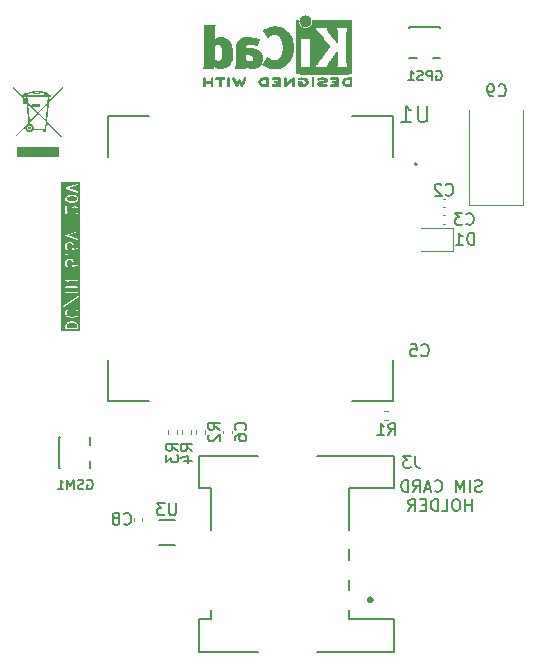
<source format=gbr>
G04 #@! TF.GenerationSoftware,KiCad,Pcbnew,9.0.5*
G04 #@! TF.CreationDate,2025-12-11T22:36:07+05:30*
G04 #@! TF.ProjectId,GPS_with_STM32,4750535f-7769-4746-985f-53544d33322e,rev?*
G04 #@! TF.SameCoordinates,Original*
G04 #@! TF.FileFunction,Legend,Bot*
G04 #@! TF.FilePolarity,Positive*
%FSLAX46Y46*%
G04 Gerber Fmt 4.6, Leading zero omitted, Abs format (unit mm)*
G04 Created by KiCad (PCBNEW 9.0.5) date 2025-12-11 22:36:07*
%MOMM*%
%LPD*%
G01*
G04 APERTURE LIST*
%ADD10C,0.105000*%
%ADD11C,0.200000*%
%ADD12C,0.150000*%
%ADD13C,0.000000*%
%ADD14C,0.010000*%
%ADD15C,0.120000*%
%ADD16C,0.127000*%
%ADD17C,0.400000*%
%ADD18C,0.152400*%
G04 APERTURE END LIST*
D10*
G36*
X60294619Y-61979129D02*
G01*
X60377083Y-62020361D01*
X60457533Y-62100811D01*
X60498539Y-62223828D01*
X60498539Y-62400904D01*
X59603539Y-62400904D01*
X59603539Y-62223829D01*
X59644545Y-62100811D01*
X59724995Y-62020361D01*
X59807461Y-61979128D01*
X59986076Y-61934476D01*
X60116007Y-61934476D01*
X60294619Y-61979129D01*
G37*
G36*
X60342238Y-51264844D02*
G01*
X60424702Y-51306076D01*
X60460272Y-51341646D01*
X60498539Y-51418179D01*
X60498539Y-51488630D01*
X60460272Y-51565163D01*
X60424702Y-51600734D01*
X60342238Y-51641966D01*
X60163626Y-51686619D01*
X59938457Y-51686619D01*
X59759842Y-51641966D01*
X59677376Y-51600733D01*
X59641805Y-51565162D01*
X59603539Y-51488630D01*
X59603539Y-51418179D01*
X59641805Y-51341647D01*
X59677376Y-51306076D01*
X59759842Y-51264843D01*
X59938457Y-51220191D01*
X60163626Y-51220191D01*
X60342238Y-51264844D01*
G37*
G36*
X60761272Y-62617015D02*
G01*
X59150331Y-62617015D01*
X59150331Y-62215309D01*
X59498539Y-62215309D01*
X59498539Y-62453404D01*
X59502535Y-62473495D01*
X59530948Y-62501908D01*
X59551039Y-62505904D01*
X60551039Y-62505904D01*
X60571130Y-62501908D01*
X60599543Y-62473495D01*
X60603539Y-62453404D01*
X60603539Y-62215309D01*
X60601897Y-62207055D01*
X60600845Y-62198707D01*
X60553226Y-62055850D01*
X60551924Y-62053565D01*
X60551924Y-62052361D01*
X60547250Y-62045367D01*
X60543082Y-62038054D01*
X60542003Y-62037514D01*
X60540543Y-62035329D01*
X60445305Y-61940091D01*
X60438306Y-61935414D01*
X60431660Y-61930256D01*
X60336423Y-61882638D01*
X60330879Y-61881119D01*
X60325677Y-61878662D01*
X60135201Y-61831044D01*
X60128777Y-61830731D01*
X60122468Y-61829476D01*
X59979611Y-61829476D01*
X59973301Y-61830731D01*
X59966878Y-61831044D01*
X59776402Y-61878663D01*
X59771202Y-61881118D01*
X59765656Y-61882638D01*
X59670418Y-61930257D01*
X59663770Y-61935415D01*
X59656774Y-61940091D01*
X59561536Y-62035329D01*
X59560075Y-62037514D01*
X59558998Y-62038053D01*
X59554830Y-62045364D01*
X59550155Y-62052361D01*
X59550155Y-62053565D01*
X59548853Y-62055850D01*
X59501233Y-62198707D01*
X59500180Y-62207055D01*
X59498539Y-62215309D01*
X59150331Y-62215309D01*
X59150331Y-61072452D01*
X59498539Y-61072452D01*
X59498539Y-61167690D01*
X59500180Y-61175943D01*
X59501233Y-61184292D01*
X59548853Y-61327149D01*
X59550155Y-61329433D01*
X59550155Y-61330638D01*
X59554830Y-61337634D01*
X59558998Y-61344946D01*
X59560075Y-61345484D01*
X59561536Y-61347670D01*
X59656774Y-61442908D01*
X59663770Y-61447583D01*
X59670418Y-61452742D01*
X59765656Y-61500361D01*
X59771202Y-61501880D01*
X59776402Y-61504336D01*
X59966878Y-61551955D01*
X59973301Y-61552267D01*
X59979611Y-61553523D01*
X60122468Y-61553523D01*
X60128777Y-61552267D01*
X60135201Y-61551955D01*
X60325677Y-61504337D01*
X60330879Y-61501879D01*
X60336423Y-61500361D01*
X60431660Y-61452743D01*
X60438306Y-61447584D01*
X60445305Y-61442908D01*
X60540543Y-61347670D01*
X60542003Y-61345484D01*
X60543082Y-61344945D01*
X60547250Y-61337631D01*
X60551924Y-61330638D01*
X60551924Y-61329433D01*
X60553226Y-61327149D01*
X60600845Y-61184292D01*
X60601897Y-61175943D01*
X60603539Y-61167690D01*
X60603539Y-61072452D01*
X60601897Y-61064198D01*
X60600845Y-61055850D01*
X60553226Y-60912993D01*
X60551924Y-60910708D01*
X60551924Y-60909504D01*
X60547250Y-60902510D01*
X60543082Y-60895197D01*
X60542003Y-60894657D01*
X60540543Y-60892472D01*
X60492924Y-60844853D01*
X60475892Y-60833472D01*
X60435710Y-60833472D01*
X60407297Y-60861885D01*
X60407297Y-60902067D01*
X60418678Y-60919099D01*
X60457533Y-60957954D01*
X60498539Y-61080971D01*
X60498539Y-61159170D01*
X60457533Y-61282187D01*
X60377083Y-61362638D01*
X60294619Y-61403870D01*
X60116007Y-61448523D01*
X59986076Y-61448523D01*
X59807461Y-61403870D01*
X59724995Y-61362637D01*
X59644545Y-61282187D01*
X59603539Y-61159169D01*
X59603539Y-61080972D01*
X59644545Y-60957954D01*
X59683401Y-60919099D01*
X59694782Y-60902067D01*
X59694782Y-60861885D01*
X59666369Y-60833472D01*
X59626187Y-60833472D01*
X59609155Y-60844853D01*
X59561536Y-60892472D01*
X59560075Y-60894657D01*
X59558998Y-60895196D01*
X59554830Y-60902507D01*
X59550155Y-60909504D01*
X59550155Y-60910708D01*
X59548853Y-60912993D01*
X59501233Y-61055850D01*
X59500180Y-61064198D01*
X59498539Y-61072452D01*
X59150331Y-61072452D01*
X59150331Y-60606449D01*
X59261442Y-60606449D01*
X59283731Y-60639883D01*
X59323132Y-60647763D01*
X59342066Y-60639944D01*
X60627780Y-59782802D01*
X60642281Y-59768333D01*
X60650161Y-59728931D01*
X60627872Y-59695497D01*
X60588470Y-59687617D01*
X60569537Y-59695437D01*
X59283822Y-60552578D01*
X59269322Y-60567048D01*
X59261442Y-60606449D01*
X59150331Y-60606449D01*
X59150331Y-59385694D01*
X59502535Y-59385694D01*
X59502535Y-59425876D01*
X59530948Y-59454289D01*
X59551039Y-59458285D01*
X60551039Y-59458285D01*
X60571130Y-59454289D01*
X60599543Y-59425876D01*
X60599543Y-59385694D01*
X60571130Y-59357281D01*
X60551039Y-59353285D01*
X59551039Y-59353285D01*
X59530948Y-59357281D01*
X59502535Y-59385694D01*
X59150331Y-59385694D01*
X59150331Y-58351546D01*
X59498958Y-58351546D01*
X59502535Y-58364662D01*
X59502535Y-58378258D01*
X59507633Y-58383356D01*
X59509530Y-58390312D01*
X59524992Y-58403750D01*
X60353347Y-58877095D01*
X59551039Y-58877095D01*
X59530948Y-58881091D01*
X59502535Y-58909504D01*
X59502535Y-58949686D01*
X59530948Y-58978099D01*
X59551039Y-58982095D01*
X60551039Y-58982095D01*
X60571130Y-58978099D01*
X60576227Y-58973001D01*
X60583185Y-58971104D01*
X60589930Y-58959298D01*
X60599543Y-58949686D01*
X60599543Y-58942476D01*
X60603120Y-58936216D01*
X60599543Y-58923099D01*
X60599543Y-58909504D01*
X60594444Y-58904405D01*
X60592548Y-58897450D01*
X60577086Y-58884012D01*
X59748731Y-58410667D01*
X60551039Y-58410667D01*
X60571130Y-58406671D01*
X60599543Y-58378258D01*
X60599543Y-58338076D01*
X60571130Y-58309663D01*
X60551039Y-58305667D01*
X59551039Y-58305667D01*
X59530948Y-58309663D01*
X59525849Y-58314761D01*
X59518894Y-58316658D01*
X59512148Y-58328462D01*
X59502535Y-58338076D01*
X59502535Y-58345286D01*
X59498958Y-58351546D01*
X59150331Y-58351546D01*
X59150331Y-56786738D01*
X59498539Y-56786738D01*
X59498539Y-57024833D01*
X59499051Y-57027412D01*
X59498671Y-57028555D01*
X59500892Y-57036667D01*
X59502535Y-57044924D01*
X59503387Y-57045776D01*
X59504082Y-57048312D01*
X59551702Y-57143550D01*
X59556860Y-57150197D01*
X59561536Y-57157194D01*
X59609155Y-57204813D01*
X59626187Y-57216194D01*
X59666369Y-57216194D01*
X59694782Y-57187781D01*
X59694782Y-57147599D01*
X59683401Y-57130567D01*
X59641805Y-57088971D01*
X59603539Y-57012439D01*
X59603539Y-56799131D01*
X59641805Y-56722599D01*
X59677376Y-56687028D01*
X59753910Y-56648762D01*
X59967218Y-56648762D01*
X60043750Y-56687028D01*
X60079320Y-56722598D01*
X60117587Y-56799131D01*
X60117587Y-57012439D01*
X60079320Y-57088972D01*
X60037726Y-57130567D01*
X60026345Y-57147599D01*
X60026345Y-57150376D01*
X60024587Y-57152525D01*
X60026345Y-57170106D01*
X60026345Y-57187781D01*
X60028308Y-57189744D01*
X60028585Y-57192508D01*
X60042261Y-57203697D01*
X60054758Y-57216194D01*
X60057535Y-57216194D01*
X60059684Y-57217952D01*
X60080073Y-57219929D01*
X60556263Y-57172310D01*
X60568511Y-57168575D01*
X60571130Y-57168575D01*
X60572278Y-57167426D01*
X60575857Y-57166335D01*
X60587046Y-57152658D01*
X60599543Y-57140162D01*
X60600272Y-57136492D01*
X60601301Y-57135236D01*
X60601040Y-57132632D01*
X60603539Y-57120071D01*
X60603539Y-56643881D01*
X60599543Y-56623790D01*
X60571130Y-56595377D01*
X60530948Y-56595377D01*
X60502535Y-56623790D01*
X60498539Y-56643881D01*
X60498539Y-57072559D01*
X60189466Y-57103466D01*
X60217044Y-57048312D01*
X60217738Y-57045776D01*
X60218591Y-57044924D01*
X60220233Y-57036667D01*
X60222455Y-57028555D01*
X60222074Y-57027412D01*
X60222587Y-57024833D01*
X60222587Y-56786738D01*
X60222074Y-56784158D01*
X60222455Y-56783016D01*
X60220233Y-56774903D01*
X60218591Y-56766647D01*
X60217738Y-56765794D01*
X60217044Y-56763259D01*
X60169425Y-56668021D01*
X60164266Y-56661373D01*
X60159591Y-56654377D01*
X60111972Y-56606758D01*
X60104973Y-56602081D01*
X60098327Y-56596923D01*
X60003090Y-56549305D01*
X60000554Y-56548610D01*
X59999702Y-56547758D01*
X59991445Y-56546115D01*
X59983333Y-56543894D01*
X59982190Y-56544274D01*
X59979611Y-56543762D01*
X59741516Y-56543762D01*
X59738936Y-56544274D01*
X59737794Y-56543894D01*
X59729681Y-56546115D01*
X59721425Y-56547758D01*
X59720572Y-56548610D01*
X59718037Y-56549305D01*
X59622799Y-56596924D01*
X59616151Y-56602082D01*
X59609155Y-56606758D01*
X59561536Y-56654377D01*
X59556860Y-56661373D01*
X59551702Y-56668021D01*
X59504082Y-56763259D01*
X59503387Y-56765794D01*
X59502535Y-56766647D01*
X59500892Y-56774903D01*
X59498671Y-56783016D01*
X59499051Y-56784158D01*
X59498539Y-56786738D01*
X59150331Y-56786738D01*
X59150331Y-56147598D01*
X59502535Y-56147598D01*
X59502535Y-56147599D01*
X59502535Y-56187782D01*
X59513916Y-56204813D01*
X59561536Y-56252432D01*
X59578568Y-56263813D01*
X59618750Y-56263813D01*
X59635782Y-56252432D01*
X59683401Y-56204813D01*
X59694782Y-56187781D01*
X59694782Y-56147599D01*
X59694781Y-56147598D01*
X59683401Y-56130567D01*
X59635782Y-56082948D01*
X59618750Y-56071567D01*
X59578568Y-56071567D01*
X59561536Y-56082948D01*
X59513916Y-56130567D01*
X59502535Y-56147598D01*
X59150331Y-56147598D01*
X59150331Y-55358167D01*
X59498539Y-55358167D01*
X59498539Y-55596262D01*
X59499051Y-55598841D01*
X59498671Y-55599984D01*
X59500892Y-55608096D01*
X59502535Y-55616353D01*
X59503387Y-55617205D01*
X59504082Y-55619741D01*
X59551702Y-55714979D01*
X59556860Y-55721626D01*
X59561536Y-55728623D01*
X59609155Y-55776242D01*
X59626187Y-55787623D01*
X59666369Y-55787623D01*
X59694782Y-55759210D01*
X59694782Y-55719028D01*
X59683401Y-55701996D01*
X59641805Y-55660400D01*
X59603539Y-55583868D01*
X59603539Y-55370560D01*
X59641805Y-55294028D01*
X59677376Y-55258457D01*
X59753910Y-55220191D01*
X59967218Y-55220191D01*
X60043750Y-55258457D01*
X60079320Y-55294027D01*
X60117587Y-55370560D01*
X60117587Y-55583868D01*
X60079320Y-55660401D01*
X60037726Y-55701996D01*
X60026345Y-55719028D01*
X60026345Y-55721805D01*
X60024587Y-55723954D01*
X60026345Y-55741535D01*
X60026345Y-55759210D01*
X60028308Y-55761173D01*
X60028585Y-55763937D01*
X60042261Y-55775126D01*
X60054758Y-55787623D01*
X60057535Y-55787623D01*
X60059684Y-55789381D01*
X60080073Y-55791358D01*
X60556263Y-55743739D01*
X60568511Y-55740004D01*
X60571130Y-55740004D01*
X60572278Y-55738855D01*
X60575857Y-55737764D01*
X60587046Y-55724087D01*
X60599543Y-55711591D01*
X60600272Y-55707921D01*
X60601301Y-55706665D01*
X60601040Y-55704061D01*
X60603539Y-55691500D01*
X60603539Y-55215310D01*
X60599543Y-55195219D01*
X60571130Y-55166806D01*
X60530948Y-55166806D01*
X60502535Y-55195219D01*
X60498539Y-55215310D01*
X60498539Y-55643988D01*
X60189466Y-55674895D01*
X60217044Y-55619741D01*
X60217738Y-55617205D01*
X60218591Y-55616353D01*
X60220233Y-55608096D01*
X60222455Y-55599984D01*
X60222074Y-55598841D01*
X60222587Y-55596262D01*
X60222587Y-55358167D01*
X60222074Y-55355587D01*
X60222455Y-55354445D01*
X60220233Y-55346332D01*
X60218591Y-55338076D01*
X60217738Y-55337223D01*
X60217044Y-55334688D01*
X60169425Y-55239450D01*
X60164266Y-55232802D01*
X60159591Y-55225806D01*
X60111972Y-55178187D01*
X60104973Y-55173510D01*
X60098327Y-55168352D01*
X60003090Y-55120734D01*
X60000554Y-55120039D01*
X59999702Y-55119187D01*
X59991445Y-55117544D01*
X59983333Y-55115323D01*
X59982190Y-55115703D01*
X59979611Y-55115191D01*
X59741516Y-55115191D01*
X59738936Y-55115703D01*
X59737794Y-55115323D01*
X59729681Y-55117544D01*
X59721425Y-55119187D01*
X59720572Y-55120039D01*
X59718037Y-55120734D01*
X59622799Y-55168353D01*
X59616151Y-55173511D01*
X59609155Y-55178187D01*
X59561536Y-55225806D01*
X59556860Y-55232802D01*
X59551702Y-55239450D01*
X59504082Y-55334688D01*
X59503387Y-55337223D01*
X59502535Y-55338076D01*
X59500892Y-55346332D01*
X59498671Y-55354445D01*
X59499051Y-55355587D01*
X59498539Y-55358167D01*
X59150331Y-55358167D01*
X59150331Y-54544921D01*
X59498671Y-54544921D01*
X59499911Y-54548643D01*
X59498671Y-54552365D01*
X59506113Y-54567250D01*
X59511377Y-54583041D01*
X59514886Y-54584795D01*
X59516641Y-54588305D01*
X59534437Y-54598449D01*
X60534437Y-54931782D01*
X60554760Y-54934344D01*
X60590700Y-54916374D01*
X60603407Y-54878254D01*
X60585437Y-54842314D01*
X60567641Y-54832170D01*
X59717059Y-54548643D01*
X60567641Y-54265116D01*
X60585437Y-54254972D01*
X60603407Y-54219032D01*
X60590700Y-54180912D01*
X60554760Y-54162942D01*
X60534437Y-54165504D01*
X59534437Y-54498837D01*
X59516641Y-54508981D01*
X59514886Y-54512490D01*
X59511377Y-54514245D01*
X59506113Y-54530035D01*
X59498671Y-54544921D01*
X59150331Y-54544921D01*
X59150331Y-53120072D01*
X59879492Y-53120072D01*
X59879492Y-53881976D01*
X59883488Y-53902067D01*
X59911901Y-53930480D01*
X59952083Y-53930480D01*
X59980496Y-53902067D01*
X59984492Y-53881976D01*
X59984492Y-53120072D01*
X59980496Y-53099981D01*
X59952083Y-53071568D01*
X59911901Y-53071568D01*
X59883488Y-53099981D01*
X59879492Y-53120072D01*
X59150331Y-53120072D01*
X59150331Y-52120072D01*
X59498539Y-52120072D01*
X59498539Y-52739119D01*
X59502535Y-52759210D01*
X59530948Y-52787623D01*
X59571130Y-52787623D01*
X59588162Y-52776242D01*
X60150827Y-52213577D01*
X60273844Y-52172572D01*
X60348170Y-52172572D01*
X60424702Y-52210838D01*
X60460272Y-52246408D01*
X60498539Y-52322941D01*
X60498539Y-52536249D01*
X60460272Y-52612782D01*
X60418678Y-52654377D01*
X60407297Y-52671409D01*
X60407297Y-52711591D01*
X60435710Y-52740004D01*
X60475892Y-52740004D01*
X60492924Y-52728623D01*
X60540543Y-52681004D01*
X60545218Y-52674007D01*
X60550377Y-52667360D01*
X60597996Y-52572122D01*
X60598690Y-52569586D01*
X60599543Y-52568734D01*
X60601185Y-52560477D01*
X60603407Y-52552365D01*
X60603026Y-52551222D01*
X60603539Y-52548643D01*
X60603539Y-52310548D01*
X60603026Y-52307968D01*
X60603407Y-52306826D01*
X60601185Y-52298713D01*
X60599543Y-52290457D01*
X60598690Y-52289604D01*
X60597996Y-52287069D01*
X60550377Y-52191831D01*
X60545218Y-52185183D01*
X60540543Y-52178187D01*
X60492924Y-52130568D01*
X60485925Y-52125891D01*
X60479279Y-52120733D01*
X60384042Y-52073115D01*
X60381506Y-52072420D01*
X60380654Y-52071568D01*
X60372397Y-52069925D01*
X60364285Y-52067704D01*
X60363142Y-52068084D01*
X60360563Y-52067572D01*
X60265325Y-52067572D01*
X60257071Y-52069213D01*
X60248723Y-52070266D01*
X60105866Y-52117885D01*
X60103582Y-52119187D01*
X60102377Y-52119187D01*
X60095383Y-52123860D01*
X60088070Y-52128029D01*
X60087530Y-52129107D01*
X60085345Y-52130568D01*
X59603539Y-52612373D01*
X59603539Y-52120072D01*
X59599543Y-52099981D01*
X59571130Y-52071568D01*
X59530948Y-52071568D01*
X59502535Y-52099981D01*
X59498539Y-52120072D01*
X59150331Y-52120072D01*
X59150331Y-51405786D01*
X59498539Y-51405786D01*
X59498539Y-51501024D01*
X59499051Y-51503603D01*
X59498671Y-51504746D01*
X59500892Y-51512858D01*
X59502535Y-51521115D01*
X59503387Y-51521967D01*
X59504082Y-51524503D01*
X59551702Y-51619741D01*
X59556860Y-51626388D01*
X59561536Y-51633385D01*
X59609155Y-51681004D01*
X59616151Y-51685679D01*
X59622799Y-51690838D01*
X59718037Y-51738457D01*
X59723583Y-51739976D01*
X59728783Y-51742432D01*
X59919259Y-51790051D01*
X59925682Y-51790363D01*
X59931992Y-51791619D01*
X60170087Y-51791619D01*
X60176396Y-51790363D01*
X60182820Y-51790051D01*
X60373296Y-51742433D01*
X60378498Y-51739975D01*
X60384042Y-51738457D01*
X60479279Y-51690839D01*
X60485925Y-51685680D01*
X60492924Y-51681004D01*
X60540543Y-51633385D01*
X60545218Y-51626388D01*
X60550377Y-51619741D01*
X60597996Y-51524503D01*
X60598690Y-51521967D01*
X60599543Y-51521115D01*
X60601185Y-51512858D01*
X60603407Y-51504746D01*
X60603026Y-51503603D01*
X60603539Y-51501024D01*
X60603539Y-51405786D01*
X60603026Y-51403206D01*
X60603407Y-51402064D01*
X60601185Y-51393951D01*
X60599543Y-51385695D01*
X60598690Y-51384842D01*
X60597996Y-51382307D01*
X60550377Y-51287069D01*
X60545218Y-51280421D01*
X60540543Y-51273425D01*
X60492924Y-51225806D01*
X60485925Y-51221129D01*
X60479279Y-51215971D01*
X60384042Y-51168353D01*
X60378498Y-51166834D01*
X60373296Y-51164377D01*
X60182820Y-51116759D01*
X60176396Y-51116446D01*
X60170087Y-51115191D01*
X59931992Y-51115191D01*
X59925682Y-51116446D01*
X59919259Y-51116759D01*
X59728783Y-51164378D01*
X59723583Y-51166833D01*
X59718037Y-51168353D01*
X59622799Y-51215972D01*
X59616151Y-51221130D01*
X59609155Y-51225806D01*
X59561536Y-51273425D01*
X59556860Y-51280421D01*
X59551702Y-51287069D01*
X59504082Y-51382307D01*
X59503387Y-51384842D01*
X59502535Y-51385695D01*
X59500892Y-51393951D01*
X59498671Y-51402064D01*
X59499051Y-51403206D01*
X59498539Y-51405786D01*
X59150331Y-51405786D01*
X59150331Y-50544921D01*
X59498671Y-50544921D01*
X59499911Y-50548643D01*
X59498671Y-50552365D01*
X59506113Y-50567250D01*
X59511377Y-50583041D01*
X59514886Y-50584795D01*
X59516641Y-50588305D01*
X59534437Y-50598449D01*
X60534437Y-50931782D01*
X60554760Y-50934344D01*
X60590700Y-50916374D01*
X60603407Y-50878254D01*
X60585437Y-50842314D01*
X60567641Y-50832170D01*
X59717059Y-50548643D01*
X60567641Y-50265116D01*
X60585437Y-50254972D01*
X60603407Y-50219032D01*
X60590700Y-50180912D01*
X60554760Y-50162942D01*
X60534437Y-50165504D01*
X59534437Y-50498837D01*
X59516641Y-50508981D01*
X59514886Y-50512490D01*
X59511377Y-50514245D01*
X59506113Y-50530035D01*
X59498671Y-50544921D01*
X59150331Y-50544921D01*
X59150331Y-50051831D01*
X60761272Y-50051831D01*
X60761272Y-62617015D01*
G37*
D11*
X94727945Y-76234656D02*
X94585088Y-76282275D01*
X94585088Y-76282275D02*
X94346993Y-76282275D01*
X94346993Y-76282275D02*
X94251755Y-76234656D01*
X94251755Y-76234656D02*
X94204136Y-76187036D01*
X94204136Y-76187036D02*
X94156517Y-76091798D01*
X94156517Y-76091798D02*
X94156517Y-75996560D01*
X94156517Y-75996560D02*
X94204136Y-75901322D01*
X94204136Y-75901322D02*
X94251755Y-75853703D01*
X94251755Y-75853703D02*
X94346993Y-75806084D01*
X94346993Y-75806084D02*
X94537469Y-75758465D01*
X94537469Y-75758465D02*
X94632707Y-75710846D01*
X94632707Y-75710846D02*
X94680326Y-75663227D01*
X94680326Y-75663227D02*
X94727945Y-75567989D01*
X94727945Y-75567989D02*
X94727945Y-75472751D01*
X94727945Y-75472751D02*
X94680326Y-75377513D01*
X94680326Y-75377513D02*
X94632707Y-75329894D01*
X94632707Y-75329894D02*
X94537469Y-75282275D01*
X94537469Y-75282275D02*
X94299374Y-75282275D01*
X94299374Y-75282275D02*
X94156517Y-75329894D01*
X93727945Y-76282275D02*
X93727945Y-75282275D01*
X93251755Y-76282275D02*
X93251755Y-75282275D01*
X93251755Y-75282275D02*
X92918422Y-75996560D01*
X92918422Y-75996560D02*
X92585089Y-75282275D01*
X92585089Y-75282275D02*
X92585089Y-76282275D01*
X90775565Y-76187036D02*
X90823184Y-76234656D01*
X90823184Y-76234656D02*
X90966041Y-76282275D01*
X90966041Y-76282275D02*
X91061279Y-76282275D01*
X91061279Y-76282275D02*
X91204136Y-76234656D01*
X91204136Y-76234656D02*
X91299374Y-76139417D01*
X91299374Y-76139417D02*
X91346993Y-76044179D01*
X91346993Y-76044179D02*
X91394612Y-75853703D01*
X91394612Y-75853703D02*
X91394612Y-75710846D01*
X91394612Y-75710846D02*
X91346993Y-75520370D01*
X91346993Y-75520370D02*
X91299374Y-75425132D01*
X91299374Y-75425132D02*
X91204136Y-75329894D01*
X91204136Y-75329894D02*
X91061279Y-75282275D01*
X91061279Y-75282275D02*
X90966041Y-75282275D01*
X90966041Y-75282275D02*
X90823184Y-75329894D01*
X90823184Y-75329894D02*
X90775565Y-75377513D01*
X90394612Y-75996560D02*
X89918422Y-75996560D01*
X90489850Y-76282275D02*
X90156517Y-75282275D01*
X90156517Y-75282275D02*
X89823184Y-76282275D01*
X88918422Y-76282275D02*
X89251755Y-75806084D01*
X89489850Y-76282275D02*
X89489850Y-75282275D01*
X89489850Y-75282275D02*
X89108898Y-75282275D01*
X89108898Y-75282275D02*
X89013660Y-75329894D01*
X89013660Y-75329894D02*
X88966041Y-75377513D01*
X88966041Y-75377513D02*
X88918422Y-75472751D01*
X88918422Y-75472751D02*
X88918422Y-75615608D01*
X88918422Y-75615608D02*
X88966041Y-75710846D01*
X88966041Y-75710846D02*
X89013660Y-75758465D01*
X89013660Y-75758465D02*
X89108898Y-75806084D01*
X89108898Y-75806084D02*
X89489850Y-75806084D01*
X88489850Y-76282275D02*
X88489850Y-75282275D01*
X88489850Y-75282275D02*
X88251755Y-75282275D01*
X88251755Y-75282275D02*
X88108898Y-75329894D01*
X88108898Y-75329894D02*
X88013660Y-75425132D01*
X88013660Y-75425132D02*
X87966041Y-75520370D01*
X87966041Y-75520370D02*
X87918422Y-75710846D01*
X87918422Y-75710846D02*
X87918422Y-75853703D01*
X87918422Y-75853703D02*
X87966041Y-76044179D01*
X87966041Y-76044179D02*
X88013660Y-76139417D01*
X88013660Y-76139417D02*
X88108898Y-76234656D01*
X88108898Y-76234656D02*
X88251755Y-76282275D01*
X88251755Y-76282275D02*
X88489850Y-76282275D01*
X93918421Y-77892219D02*
X93918421Y-76892219D01*
X93918421Y-77368409D02*
X93346993Y-77368409D01*
X93346993Y-77892219D02*
X93346993Y-76892219D01*
X92680326Y-76892219D02*
X92489850Y-76892219D01*
X92489850Y-76892219D02*
X92394612Y-76939838D01*
X92394612Y-76939838D02*
X92299374Y-77035076D01*
X92299374Y-77035076D02*
X92251755Y-77225552D01*
X92251755Y-77225552D02*
X92251755Y-77558885D01*
X92251755Y-77558885D02*
X92299374Y-77749361D01*
X92299374Y-77749361D02*
X92394612Y-77844600D01*
X92394612Y-77844600D02*
X92489850Y-77892219D01*
X92489850Y-77892219D02*
X92680326Y-77892219D01*
X92680326Y-77892219D02*
X92775564Y-77844600D01*
X92775564Y-77844600D02*
X92870802Y-77749361D01*
X92870802Y-77749361D02*
X92918421Y-77558885D01*
X92918421Y-77558885D02*
X92918421Y-77225552D01*
X92918421Y-77225552D02*
X92870802Y-77035076D01*
X92870802Y-77035076D02*
X92775564Y-76939838D01*
X92775564Y-76939838D02*
X92680326Y-76892219D01*
X91346993Y-77892219D02*
X91823183Y-77892219D01*
X91823183Y-77892219D02*
X91823183Y-76892219D01*
X91013659Y-77892219D02*
X91013659Y-76892219D01*
X91013659Y-76892219D02*
X90775564Y-76892219D01*
X90775564Y-76892219D02*
X90632707Y-76939838D01*
X90632707Y-76939838D02*
X90537469Y-77035076D01*
X90537469Y-77035076D02*
X90489850Y-77130314D01*
X90489850Y-77130314D02*
X90442231Y-77320790D01*
X90442231Y-77320790D02*
X90442231Y-77463647D01*
X90442231Y-77463647D02*
X90489850Y-77654123D01*
X90489850Y-77654123D02*
X90537469Y-77749361D01*
X90537469Y-77749361D02*
X90632707Y-77844600D01*
X90632707Y-77844600D02*
X90775564Y-77892219D01*
X90775564Y-77892219D02*
X91013659Y-77892219D01*
X90013659Y-77368409D02*
X89680326Y-77368409D01*
X89537469Y-77892219D02*
X90013659Y-77892219D01*
X90013659Y-77892219D02*
X90013659Y-76892219D01*
X90013659Y-76892219D02*
X89537469Y-76892219D01*
X88537469Y-77892219D02*
X88870802Y-77416028D01*
X89108897Y-77892219D02*
X89108897Y-76892219D01*
X89108897Y-76892219D02*
X88727945Y-76892219D01*
X88727945Y-76892219D02*
X88632707Y-76939838D01*
X88632707Y-76939838D02*
X88585088Y-76987457D01*
X88585088Y-76987457D02*
X88537469Y-77082695D01*
X88537469Y-77082695D02*
X88537469Y-77225552D01*
X88537469Y-77225552D02*
X88585088Y-77320790D01*
X88585088Y-77320790D02*
X88632707Y-77368409D01*
X88632707Y-77368409D02*
X88727945Y-77416028D01*
X88727945Y-77416028D02*
X89108897Y-77416028D01*
D12*
X72571370Y-71036652D02*
X72095179Y-70703319D01*
X72571370Y-70465224D02*
X71571370Y-70465224D01*
X71571370Y-70465224D02*
X71571370Y-70846176D01*
X71571370Y-70846176D02*
X71618989Y-70941414D01*
X71618989Y-70941414D02*
X71666608Y-70989033D01*
X71666608Y-70989033D02*
X71761846Y-71036652D01*
X71761846Y-71036652D02*
X71904703Y-71036652D01*
X71904703Y-71036652D02*
X71999941Y-70989033D01*
X71999941Y-70989033D02*
X72047560Y-70941414D01*
X72047560Y-70941414D02*
X72095179Y-70846176D01*
X72095179Y-70846176D02*
X72095179Y-70465224D01*
X71666608Y-71417605D02*
X71618989Y-71465224D01*
X71618989Y-71465224D02*
X71571370Y-71560462D01*
X71571370Y-71560462D02*
X71571370Y-71798557D01*
X71571370Y-71798557D02*
X71618989Y-71893795D01*
X71618989Y-71893795D02*
X71666608Y-71941414D01*
X71666608Y-71941414D02*
X71761846Y-71989033D01*
X71761846Y-71989033D02*
X71857084Y-71989033D01*
X71857084Y-71989033D02*
X71999941Y-71941414D01*
X71999941Y-71941414D02*
X72571370Y-71369986D01*
X72571370Y-71369986D02*
X72571370Y-71989033D01*
X90884635Y-40667489D02*
X90960825Y-40629394D01*
X90960825Y-40629394D02*
X91075111Y-40629394D01*
X91075111Y-40629394D02*
X91189397Y-40667489D01*
X91189397Y-40667489D02*
X91265587Y-40743679D01*
X91265587Y-40743679D02*
X91303682Y-40819870D01*
X91303682Y-40819870D02*
X91341778Y-40972251D01*
X91341778Y-40972251D02*
X91341778Y-41086537D01*
X91341778Y-41086537D02*
X91303682Y-41238918D01*
X91303682Y-41238918D02*
X91265587Y-41315108D01*
X91265587Y-41315108D02*
X91189397Y-41391299D01*
X91189397Y-41391299D02*
X91075111Y-41429394D01*
X91075111Y-41429394D02*
X90998920Y-41429394D01*
X90998920Y-41429394D02*
X90884635Y-41391299D01*
X90884635Y-41391299D02*
X90846539Y-41353203D01*
X90846539Y-41353203D02*
X90846539Y-41086537D01*
X90846539Y-41086537D02*
X90998920Y-41086537D01*
X90503682Y-41429394D02*
X90503682Y-40629394D01*
X90503682Y-40629394D02*
X90198920Y-40629394D01*
X90198920Y-40629394D02*
X90122730Y-40667489D01*
X90122730Y-40667489D02*
X90084635Y-40705584D01*
X90084635Y-40705584D02*
X90046539Y-40781775D01*
X90046539Y-40781775D02*
X90046539Y-40896060D01*
X90046539Y-40896060D02*
X90084635Y-40972251D01*
X90084635Y-40972251D02*
X90122730Y-41010346D01*
X90122730Y-41010346D02*
X90198920Y-41048441D01*
X90198920Y-41048441D02*
X90503682Y-41048441D01*
X89741778Y-41391299D02*
X89627492Y-41429394D01*
X89627492Y-41429394D02*
X89437016Y-41429394D01*
X89437016Y-41429394D02*
X89360825Y-41391299D01*
X89360825Y-41391299D02*
X89322730Y-41353203D01*
X89322730Y-41353203D02*
X89284635Y-41277013D01*
X89284635Y-41277013D02*
X89284635Y-41200822D01*
X89284635Y-41200822D02*
X89322730Y-41124632D01*
X89322730Y-41124632D02*
X89360825Y-41086537D01*
X89360825Y-41086537D02*
X89437016Y-41048441D01*
X89437016Y-41048441D02*
X89589397Y-41010346D01*
X89589397Y-41010346D02*
X89665587Y-40972251D01*
X89665587Y-40972251D02*
X89703682Y-40934156D01*
X89703682Y-40934156D02*
X89741778Y-40857965D01*
X89741778Y-40857965D02*
X89741778Y-40781775D01*
X89741778Y-40781775D02*
X89703682Y-40705584D01*
X89703682Y-40705584D02*
X89665587Y-40667489D01*
X89665587Y-40667489D02*
X89589397Y-40629394D01*
X89589397Y-40629394D02*
X89398920Y-40629394D01*
X89398920Y-40629394D02*
X89284635Y-40667489D01*
X88522730Y-41429394D02*
X88979873Y-41429394D01*
X88751301Y-41429394D02*
X88751301Y-40629394D01*
X88751301Y-40629394D02*
X88827492Y-40743679D01*
X88827492Y-40743679D02*
X88903682Y-40819870D01*
X88903682Y-40819870D02*
X88979873Y-40857965D01*
X70244721Y-72823332D02*
X69768530Y-72489999D01*
X70244721Y-72251904D02*
X69244721Y-72251904D01*
X69244721Y-72251904D02*
X69244721Y-72632856D01*
X69244721Y-72632856D02*
X69292340Y-72728094D01*
X69292340Y-72728094D02*
X69339959Y-72775713D01*
X69339959Y-72775713D02*
X69435197Y-72823332D01*
X69435197Y-72823332D02*
X69578054Y-72823332D01*
X69578054Y-72823332D02*
X69673292Y-72775713D01*
X69673292Y-72775713D02*
X69720911Y-72728094D01*
X69720911Y-72728094D02*
X69768530Y-72632856D01*
X69768530Y-72632856D02*
X69768530Y-72251904D01*
X69578054Y-73680475D02*
X70244721Y-73680475D01*
X69197102Y-73442380D02*
X69911387Y-73204285D01*
X69911387Y-73204285D02*
X69911387Y-73823332D01*
X69037428Y-72799372D02*
X68561237Y-72466039D01*
X69037428Y-72227944D02*
X68037428Y-72227944D01*
X68037428Y-72227944D02*
X68037428Y-72608896D01*
X68037428Y-72608896D02*
X68085047Y-72704134D01*
X68085047Y-72704134D02*
X68132666Y-72751753D01*
X68132666Y-72751753D02*
X68227904Y-72799372D01*
X68227904Y-72799372D02*
X68370761Y-72799372D01*
X68370761Y-72799372D02*
X68465999Y-72751753D01*
X68465999Y-72751753D02*
X68513618Y-72704134D01*
X68513618Y-72704134D02*
X68561237Y-72608896D01*
X68561237Y-72608896D02*
X68561237Y-72227944D01*
X68037428Y-73132706D02*
X68037428Y-73751753D01*
X68037428Y-73751753D02*
X68418380Y-73418420D01*
X68418380Y-73418420D02*
X68418380Y-73561277D01*
X68418380Y-73561277D02*
X68465999Y-73656515D01*
X68465999Y-73656515D02*
X68513618Y-73704134D01*
X68513618Y-73704134D02*
X68608856Y-73751753D01*
X68608856Y-73751753D02*
X68846951Y-73751753D01*
X68846951Y-73751753D02*
X68942189Y-73704134D01*
X68942189Y-73704134D02*
X68989809Y-73656515D01*
X68989809Y-73656515D02*
X69037428Y-73561277D01*
X69037428Y-73561277D02*
X69037428Y-73275563D01*
X69037428Y-73275563D02*
X68989809Y-73180325D01*
X68989809Y-73180325D02*
X68942189Y-73132706D01*
X96166666Y-42684580D02*
X96214285Y-42732200D01*
X96214285Y-42732200D02*
X96357142Y-42779819D01*
X96357142Y-42779819D02*
X96452380Y-42779819D01*
X96452380Y-42779819D02*
X96595237Y-42732200D01*
X96595237Y-42732200D02*
X96690475Y-42636961D01*
X96690475Y-42636961D02*
X96738094Y-42541723D01*
X96738094Y-42541723D02*
X96785713Y-42351247D01*
X96785713Y-42351247D02*
X96785713Y-42208390D01*
X96785713Y-42208390D02*
X96738094Y-42017914D01*
X96738094Y-42017914D02*
X96690475Y-41922676D01*
X96690475Y-41922676D02*
X96595237Y-41827438D01*
X96595237Y-41827438D02*
X96452380Y-41779819D01*
X96452380Y-41779819D02*
X96357142Y-41779819D01*
X96357142Y-41779819D02*
X96214285Y-41827438D01*
X96214285Y-41827438D02*
X96166666Y-41875057D01*
X95690475Y-42779819D02*
X95499999Y-42779819D01*
X95499999Y-42779819D02*
X95404761Y-42732200D01*
X95404761Y-42732200D02*
X95357142Y-42684580D01*
X95357142Y-42684580D02*
X95261904Y-42541723D01*
X95261904Y-42541723D02*
X95214285Y-42351247D01*
X95214285Y-42351247D02*
X95214285Y-41970295D01*
X95214285Y-41970295D02*
X95261904Y-41875057D01*
X95261904Y-41875057D02*
X95309523Y-41827438D01*
X95309523Y-41827438D02*
X95404761Y-41779819D01*
X95404761Y-41779819D02*
X95595237Y-41779819D01*
X95595237Y-41779819D02*
X95690475Y-41827438D01*
X95690475Y-41827438D02*
X95738094Y-41875057D01*
X95738094Y-41875057D02*
X95785713Y-41970295D01*
X95785713Y-41970295D02*
X95785713Y-42208390D01*
X95785713Y-42208390D02*
X95738094Y-42303628D01*
X95738094Y-42303628D02*
X95690475Y-42351247D01*
X95690475Y-42351247D02*
X95595237Y-42398866D01*
X95595237Y-42398866D02*
X95404761Y-42398866D01*
X95404761Y-42398866D02*
X95309523Y-42351247D01*
X95309523Y-42351247D02*
X95261904Y-42303628D01*
X95261904Y-42303628D02*
X95214285Y-42208390D01*
X91704365Y-51084864D02*
X91751984Y-51132484D01*
X91751984Y-51132484D02*
X91894841Y-51180103D01*
X91894841Y-51180103D02*
X91990079Y-51180103D01*
X91990079Y-51180103D02*
X92132936Y-51132484D01*
X92132936Y-51132484D02*
X92228174Y-51037245D01*
X92228174Y-51037245D02*
X92275793Y-50942007D01*
X92275793Y-50942007D02*
X92323412Y-50751531D01*
X92323412Y-50751531D02*
X92323412Y-50608674D01*
X92323412Y-50608674D02*
X92275793Y-50418198D01*
X92275793Y-50418198D02*
X92228174Y-50322960D01*
X92228174Y-50322960D02*
X92132936Y-50227722D01*
X92132936Y-50227722D02*
X91990079Y-50180103D01*
X91990079Y-50180103D02*
X91894841Y-50180103D01*
X91894841Y-50180103D02*
X91751984Y-50227722D01*
X91751984Y-50227722D02*
X91704365Y-50275341D01*
X91323412Y-50275341D02*
X91275793Y-50227722D01*
X91275793Y-50227722D02*
X91180555Y-50180103D01*
X91180555Y-50180103D02*
X90942460Y-50180103D01*
X90942460Y-50180103D02*
X90847222Y-50227722D01*
X90847222Y-50227722D02*
X90799603Y-50275341D01*
X90799603Y-50275341D02*
X90751984Y-50370579D01*
X90751984Y-50370579D02*
X90751984Y-50465817D01*
X90751984Y-50465817D02*
X90799603Y-50608674D01*
X90799603Y-50608674D02*
X91371031Y-51180103D01*
X91371031Y-51180103D02*
X90751984Y-51180103D01*
X61334524Y-75275390D02*
X61410714Y-75237295D01*
X61410714Y-75237295D02*
X61525000Y-75237295D01*
X61525000Y-75237295D02*
X61639286Y-75275390D01*
X61639286Y-75275390D02*
X61715476Y-75351580D01*
X61715476Y-75351580D02*
X61753571Y-75427771D01*
X61753571Y-75427771D02*
X61791667Y-75580152D01*
X61791667Y-75580152D02*
X61791667Y-75694438D01*
X61791667Y-75694438D02*
X61753571Y-75846819D01*
X61753571Y-75846819D02*
X61715476Y-75923009D01*
X61715476Y-75923009D02*
X61639286Y-75999200D01*
X61639286Y-75999200D02*
X61525000Y-76037295D01*
X61525000Y-76037295D02*
X61448809Y-76037295D01*
X61448809Y-76037295D02*
X61334524Y-75999200D01*
X61334524Y-75999200D02*
X61296428Y-75961104D01*
X61296428Y-75961104D02*
X61296428Y-75694438D01*
X61296428Y-75694438D02*
X61448809Y-75694438D01*
X60991667Y-75999200D02*
X60877381Y-76037295D01*
X60877381Y-76037295D02*
X60686905Y-76037295D01*
X60686905Y-76037295D02*
X60610714Y-75999200D01*
X60610714Y-75999200D02*
X60572619Y-75961104D01*
X60572619Y-75961104D02*
X60534524Y-75884914D01*
X60534524Y-75884914D02*
X60534524Y-75808723D01*
X60534524Y-75808723D02*
X60572619Y-75732533D01*
X60572619Y-75732533D02*
X60610714Y-75694438D01*
X60610714Y-75694438D02*
X60686905Y-75656342D01*
X60686905Y-75656342D02*
X60839286Y-75618247D01*
X60839286Y-75618247D02*
X60915476Y-75580152D01*
X60915476Y-75580152D02*
X60953571Y-75542057D01*
X60953571Y-75542057D02*
X60991667Y-75465866D01*
X60991667Y-75465866D02*
X60991667Y-75389676D01*
X60991667Y-75389676D02*
X60953571Y-75313485D01*
X60953571Y-75313485D02*
X60915476Y-75275390D01*
X60915476Y-75275390D02*
X60839286Y-75237295D01*
X60839286Y-75237295D02*
X60648809Y-75237295D01*
X60648809Y-75237295D02*
X60534524Y-75275390D01*
X60191666Y-76037295D02*
X60191666Y-75237295D01*
X60191666Y-75237295D02*
X59925000Y-75808723D01*
X59925000Y-75808723D02*
X59658333Y-75237295D01*
X59658333Y-75237295D02*
X59658333Y-76037295D01*
X58858333Y-76037295D02*
X59315476Y-76037295D01*
X59086904Y-76037295D02*
X59086904Y-75237295D01*
X59086904Y-75237295D02*
X59163095Y-75351580D01*
X59163095Y-75351580D02*
X59239285Y-75427771D01*
X59239285Y-75427771D02*
X59315476Y-75465866D01*
X93441335Y-53562438D02*
X93488954Y-53610058D01*
X93488954Y-53610058D02*
X93631811Y-53657677D01*
X93631811Y-53657677D02*
X93727049Y-53657677D01*
X93727049Y-53657677D02*
X93869906Y-53610058D01*
X93869906Y-53610058D02*
X93965144Y-53514819D01*
X93965144Y-53514819D02*
X94012763Y-53419581D01*
X94012763Y-53419581D02*
X94060382Y-53229105D01*
X94060382Y-53229105D02*
X94060382Y-53086248D01*
X94060382Y-53086248D02*
X94012763Y-52895772D01*
X94012763Y-52895772D02*
X93965144Y-52800534D01*
X93965144Y-52800534D02*
X93869906Y-52705296D01*
X93869906Y-52705296D02*
X93727049Y-52657677D01*
X93727049Y-52657677D02*
X93631811Y-52657677D01*
X93631811Y-52657677D02*
X93488954Y-52705296D01*
X93488954Y-52705296D02*
X93441335Y-52752915D01*
X93108001Y-52657677D02*
X92488954Y-52657677D01*
X92488954Y-52657677D02*
X92822287Y-53038629D01*
X92822287Y-53038629D02*
X92679430Y-53038629D01*
X92679430Y-53038629D02*
X92584192Y-53086248D01*
X92584192Y-53086248D02*
X92536573Y-53133867D01*
X92536573Y-53133867D02*
X92488954Y-53229105D01*
X92488954Y-53229105D02*
X92488954Y-53467200D01*
X92488954Y-53467200D02*
X92536573Y-53562438D01*
X92536573Y-53562438D02*
X92584192Y-53610058D01*
X92584192Y-53610058D02*
X92679430Y-53657677D01*
X92679430Y-53657677D02*
X92965144Y-53657677D01*
X92965144Y-53657677D02*
X93060382Y-53610058D01*
X93060382Y-53610058D02*
X93108001Y-53562438D01*
X64457414Y-78954041D02*
X64505033Y-79001661D01*
X64505033Y-79001661D02*
X64647890Y-79049280D01*
X64647890Y-79049280D02*
X64743128Y-79049280D01*
X64743128Y-79049280D02*
X64885985Y-79001661D01*
X64885985Y-79001661D02*
X64981223Y-78906422D01*
X64981223Y-78906422D02*
X65028842Y-78811184D01*
X65028842Y-78811184D02*
X65076461Y-78620708D01*
X65076461Y-78620708D02*
X65076461Y-78477851D01*
X65076461Y-78477851D02*
X65028842Y-78287375D01*
X65028842Y-78287375D02*
X64981223Y-78192137D01*
X64981223Y-78192137D02*
X64885985Y-78096899D01*
X64885985Y-78096899D02*
X64743128Y-78049280D01*
X64743128Y-78049280D02*
X64647890Y-78049280D01*
X64647890Y-78049280D02*
X64505033Y-78096899D01*
X64505033Y-78096899D02*
X64457414Y-78144518D01*
X63885985Y-78477851D02*
X63981223Y-78430232D01*
X63981223Y-78430232D02*
X64028842Y-78382613D01*
X64028842Y-78382613D02*
X64076461Y-78287375D01*
X64076461Y-78287375D02*
X64076461Y-78239756D01*
X64076461Y-78239756D02*
X64028842Y-78144518D01*
X64028842Y-78144518D02*
X63981223Y-78096899D01*
X63981223Y-78096899D02*
X63885985Y-78049280D01*
X63885985Y-78049280D02*
X63695509Y-78049280D01*
X63695509Y-78049280D02*
X63600271Y-78096899D01*
X63600271Y-78096899D02*
X63552652Y-78144518D01*
X63552652Y-78144518D02*
X63505033Y-78239756D01*
X63505033Y-78239756D02*
X63505033Y-78287375D01*
X63505033Y-78287375D02*
X63552652Y-78382613D01*
X63552652Y-78382613D02*
X63600271Y-78430232D01*
X63600271Y-78430232D02*
X63695509Y-78477851D01*
X63695509Y-78477851D02*
X63885985Y-78477851D01*
X63885985Y-78477851D02*
X63981223Y-78525470D01*
X63981223Y-78525470D02*
X64028842Y-78573089D01*
X64028842Y-78573089D02*
X64076461Y-78668327D01*
X64076461Y-78668327D02*
X64076461Y-78858803D01*
X64076461Y-78858803D02*
X64028842Y-78954041D01*
X64028842Y-78954041D02*
X63981223Y-79001661D01*
X63981223Y-79001661D02*
X63885985Y-79049280D01*
X63885985Y-79049280D02*
X63695509Y-79049280D01*
X63695509Y-79049280D02*
X63600271Y-79001661D01*
X63600271Y-79001661D02*
X63552652Y-78954041D01*
X63552652Y-78954041D02*
X63505033Y-78858803D01*
X63505033Y-78858803D02*
X63505033Y-78668327D01*
X63505033Y-78668327D02*
X63552652Y-78573089D01*
X63552652Y-78573089D02*
X63600271Y-78525470D01*
X63600271Y-78525470D02*
X63695509Y-78477851D01*
X89641666Y-64684580D02*
X89689285Y-64732200D01*
X89689285Y-64732200D02*
X89832142Y-64779819D01*
X89832142Y-64779819D02*
X89927380Y-64779819D01*
X89927380Y-64779819D02*
X90070237Y-64732200D01*
X90070237Y-64732200D02*
X90165475Y-64636961D01*
X90165475Y-64636961D02*
X90213094Y-64541723D01*
X90213094Y-64541723D02*
X90260713Y-64351247D01*
X90260713Y-64351247D02*
X90260713Y-64208390D01*
X90260713Y-64208390D02*
X90213094Y-64017914D01*
X90213094Y-64017914D02*
X90165475Y-63922676D01*
X90165475Y-63922676D02*
X90070237Y-63827438D01*
X90070237Y-63827438D02*
X89927380Y-63779819D01*
X89927380Y-63779819D02*
X89832142Y-63779819D01*
X89832142Y-63779819D02*
X89689285Y-63827438D01*
X89689285Y-63827438D02*
X89641666Y-63875057D01*
X88736904Y-63779819D02*
X89213094Y-63779819D01*
X89213094Y-63779819D02*
X89260713Y-64256009D01*
X89260713Y-64256009D02*
X89213094Y-64208390D01*
X89213094Y-64208390D02*
X89117856Y-64160771D01*
X89117856Y-64160771D02*
X88879761Y-64160771D01*
X88879761Y-64160771D02*
X88784523Y-64208390D01*
X88784523Y-64208390D02*
X88736904Y-64256009D01*
X88736904Y-64256009D02*
X88689285Y-64351247D01*
X88689285Y-64351247D02*
X88689285Y-64589342D01*
X88689285Y-64589342D02*
X88736904Y-64684580D01*
X88736904Y-64684580D02*
X88784523Y-64732200D01*
X88784523Y-64732200D02*
X88879761Y-64779819D01*
X88879761Y-64779819D02*
X89117856Y-64779819D01*
X89117856Y-64779819D02*
X89213094Y-64732200D01*
X89213094Y-64732200D02*
X89260713Y-64684580D01*
X90141666Y-43564866D02*
X90141666Y-44698200D01*
X90141666Y-44698200D02*
X90075000Y-44831533D01*
X90075000Y-44831533D02*
X90008333Y-44898200D01*
X90008333Y-44898200D02*
X89875000Y-44964866D01*
X89875000Y-44964866D02*
X89608333Y-44964866D01*
X89608333Y-44964866D02*
X89475000Y-44898200D01*
X89475000Y-44898200D02*
X89408333Y-44831533D01*
X89408333Y-44831533D02*
X89341666Y-44698200D01*
X89341666Y-44698200D02*
X89341666Y-43564866D01*
X87941666Y-44964866D02*
X88741666Y-44964866D01*
X88341666Y-44964866D02*
X88341666Y-43564866D01*
X88341666Y-43564866D02*
X88474999Y-43764866D01*
X88474999Y-43764866D02*
X88608333Y-43898200D01*
X88608333Y-43898200D02*
X88741666Y-43964866D01*
X89107917Y-73223802D02*
X89107917Y-73938087D01*
X89107917Y-73938087D02*
X89155536Y-74080944D01*
X89155536Y-74080944D02*
X89250774Y-74176183D01*
X89250774Y-74176183D02*
X89393631Y-74223802D01*
X89393631Y-74223802D02*
X89488869Y-74223802D01*
X88726964Y-73223802D02*
X88107917Y-73223802D01*
X88107917Y-73223802D02*
X88441250Y-73604754D01*
X88441250Y-73604754D02*
X88298393Y-73604754D01*
X88298393Y-73604754D02*
X88203155Y-73652373D01*
X88203155Y-73652373D02*
X88155536Y-73699992D01*
X88155536Y-73699992D02*
X88107917Y-73795230D01*
X88107917Y-73795230D02*
X88107917Y-74033325D01*
X88107917Y-74033325D02*
X88155536Y-74128563D01*
X88155536Y-74128563D02*
X88203155Y-74176183D01*
X88203155Y-74176183D02*
X88298393Y-74223802D01*
X88298393Y-74223802D02*
X88584107Y-74223802D01*
X88584107Y-74223802D02*
X88679345Y-74176183D01*
X88679345Y-74176183D02*
X88726964Y-74128563D01*
X74720237Y-71028426D02*
X74767857Y-70980807D01*
X74767857Y-70980807D02*
X74815476Y-70837950D01*
X74815476Y-70837950D02*
X74815476Y-70742712D01*
X74815476Y-70742712D02*
X74767857Y-70599855D01*
X74767857Y-70599855D02*
X74672618Y-70504617D01*
X74672618Y-70504617D02*
X74577380Y-70456998D01*
X74577380Y-70456998D02*
X74386904Y-70409379D01*
X74386904Y-70409379D02*
X74244047Y-70409379D01*
X74244047Y-70409379D02*
X74053571Y-70456998D01*
X74053571Y-70456998D02*
X73958333Y-70504617D01*
X73958333Y-70504617D02*
X73863095Y-70599855D01*
X73863095Y-70599855D02*
X73815476Y-70742712D01*
X73815476Y-70742712D02*
X73815476Y-70837950D01*
X73815476Y-70837950D02*
X73863095Y-70980807D01*
X73863095Y-70980807D02*
X73910714Y-71028426D01*
X73815476Y-71885569D02*
X73815476Y-71695093D01*
X73815476Y-71695093D02*
X73863095Y-71599855D01*
X73863095Y-71599855D02*
X73910714Y-71552236D01*
X73910714Y-71552236D02*
X74053571Y-71456998D01*
X74053571Y-71456998D02*
X74244047Y-71409379D01*
X74244047Y-71409379D02*
X74624999Y-71409379D01*
X74624999Y-71409379D02*
X74720237Y-71456998D01*
X74720237Y-71456998D02*
X74767857Y-71504617D01*
X74767857Y-71504617D02*
X74815476Y-71599855D01*
X74815476Y-71599855D02*
X74815476Y-71790331D01*
X74815476Y-71790331D02*
X74767857Y-71885569D01*
X74767857Y-71885569D02*
X74720237Y-71933188D01*
X74720237Y-71933188D02*
X74624999Y-71980807D01*
X74624999Y-71980807D02*
X74386904Y-71980807D01*
X74386904Y-71980807D02*
X74291666Y-71933188D01*
X74291666Y-71933188D02*
X74244047Y-71885569D01*
X74244047Y-71885569D02*
X74196428Y-71790331D01*
X74196428Y-71790331D02*
X74196428Y-71599855D01*
X74196428Y-71599855D02*
X74244047Y-71504617D01*
X74244047Y-71504617D02*
X74291666Y-71456998D01*
X74291666Y-71456998D02*
X74386904Y-71409379D01*
X94072063Y-55346788D02*
X94072063Y-54346788D01*
X94072063Y-54346788D02*
X93833968Y-54346788D01*
X93833968Y-54346788D02*
X93691111Y-54394407D01*
X93691111Y-54394407D02*
X93595873Y-54489645D01*
X93595873Y-54489645D02*
X93548254Y-54584883D01*
X93548254Y-54584883D02*
X93500635Y-54775359D01*
X93500635Y-54775359D02*
X93500635Y-54918216D01*
X93500635Y-54918216D02*
X93548254Y-55108692D01*
X93548254Y-55108692D02*
X93595873Y-55203930D01*
X93595873Y-55203930D02*
X93691111Y-55299169D01*
X93691111Y-55299169D02*
X93833968Y-55346788D01*
X93833968Y-55346788D02*
X94072063Y-55346788D01*
X92548254Y-55346788D02*
X93119682Y-55346788D01*
X92833968Y-55346788D02*
X92833968Y-54346788D01*
X92833968Y-54346788D02*
X92929206Y-54489645D01*
X92929206Y-54489645D02*
X93024444Y-54584883D01*
X93024444Y-54584883D02*
X93119682Y-54632502D01*
X86841666Y-71454819D02*
X87174999Y-70978628D01*
X87413094Y-71454819D02*
X87413094Y-70454819D01*
X87413094Y-70454819D02*
X87032142Y-70454819D01*
X87032142Y-70454819D02*
X86936904Y-70502438D01*
X86936904Y-70502438D02*
X86889285Y-70550057D01*
X86889285Y-70550057D02*
X86841666Y-70645295D01*
X86841666Y-70645295D02*
X86841666Y-70788152D01*
X86841666Y-70788152D02*
X86889285Y-70883390D01*
X86889285Y-70883390D02*
X86936904Y-70931009D01*
X86936904Y-70931009D02*
X87032142Y-70978628D01*
X87032142Y-70978628D02*
X87413094Y-70978628D01*
X85889285Y-71454819D02*
X86460713Y-71454819D01*
X86174999Y-71454819D02*
X86174999Y-70454819D01*
X86174999Y-70454819D02*
X86270237Y-70597676D01*
X86270237Y-70597676D02*
X86365475Y-70692914D01*
X86365475Y-70692914D02*
X86460713Y-70740533D01*
X68851377Y-77250967D02*
X68851377Y-78060490D01*
X68851377Y-78060490D02*
X68803758Y-78155728D01*
X68803758Y-78155728D02*
X68756139Y-78203348D01*
X68756139Y-78203348D02*
X68660901Y-78250967D01*
X68660901Y-78250967D02*
X68470425Y-78250967D01*
X68470425Y-78250967D02*
X68375187Y-78203348D01*
X68375187Y-78203348D02*
X68327568Y-78155728D01*
X68327568Y-78155728D02*
X68279949Y-78060490D01*
X68279949Y-78060490D02*
X68279949Y-77250967D01*
X67898996Y-77250967D02*
X67279949Y-77250967D01*
X67279949Y-77250967D02*
X67613282Y-77631919D01*
X67613282Y-77631919D02*
X67470425Y-77631919D01*
X67470425Y-77631919D02*
X67375187Y-77679538D01*
X67375187Y-77679538D02*
X67327568Y-77727157D01*
X67327568Y-77727157D02*
X67279949Y-77822395D01*
X67279949Y-77822395D02*
X67279949Y-78060490D01*
X67279949Y-78060490D02*
X67327568Y-78155728D01*
X67327568Y-78155728D02*
X67375187Y-78203348D01*
X67375187Y-78203348D02*
X67470425Y-78250967D01*
X67470425Y-78250967D02*
X67756139Y-78250967D01*
X67756139Y-78250967D02*
X67851377Y-78203348D01*
X67851377Y-78203348D02*
X67898996Y-78155728D01*
D13*
G36*
X58927522Y-47931203D02*
G01*
X55431960Y-47931203D01*
X55431960Y-47080007D01*
X58927522Y-47080007D01*
X58927522Y-47931203D01*
G37*
G36*
X56463484Y-45349284D02*
G01*
X56469444Y-45349738D01*
X56475318Y-45350484D01*
X56481098Y-45351516D01*
X56486776Y-45352827D01*
X56492346Y-45354409D01*
X56497799Y-45356254D01*
X56503129Y-45358356D01*
X56508329Y-45360706D01*
X56513389Y-45363299D01*
X56518305Y-45366125D01*
X56523067Y-45369178D01*
X56527669Y-45372450D01*
X56532103Y-45375935D01*
X56536362Y-45379624D01*
X56540438Y-45383511D01*
X56544324Y-45387587D01*
X56548014Y-45391846D01*
X56551498Y-45396280D01*
X56554771Y-45400882D01*
X56557824Y-45405644D01*
X56560650Y-45410559D01*
X56563242Y-45415620D01*
X56565593Y-45420819D01*
X56567694Y-45426149D01*
X56569540Y-45431603D01*
X56571121Y-45437172D01*
X56572432Y-45442851D01*
X56573464Y-45448630D01*
X56574211Y-45454504D01*
X56574664Y-45460465D01*
X56574817Y-45466504D01*
X56574664Y-45472544D01*
X56574211Y-45478504D01*
X56573464Y-45484378D01*
X56572432Y-45490157D01*
X56571121Y-45495835D01*
X56569540Y-45501405D01*
X56567694Y-45506858D01*
X56565593Y-45512188D01*
X56563242Y-45517386D01*
X56560650Y-45522447D01*
X56557824Y-45527361D01*
X56554771Y-45532123D01*
X56551498Y-45536725D01*
X56548014Y-45541158D01*
X56544324Y-45545417D01*
X56540438Y-45549492D01*
X56536362Y-45553378D01*
X56532103Y-45557067D01*
X56527669Y-45560551D01*
X56523067Y-45563823D01*
X56518305Y-45566876D01*
X56513389Y-45569702D01*
X56508329Y-45572293D01*
X56503129Y-45574644D01*
X56497799Y-45576745D01*
X56492346Y-45578590D01*
X56486776Y-45580172D01*
X56481098Y-45581482D01*
X56475318Y-45582514D01*
X56469444Y-45583260D01*
X56463484Y-45583714D01*
X56457444Y-45583866D01*
X56451405Y-45583714D01*
X56445444Y-45583260D01*
X56439570Y-45582514D01*
X56433791Y-45581482D01*
X56428112Y-45580172D01*
X56422543Y-45578590D01*
X56417089Y-45576745D01*
X56411759Y-45574644D01*
X56406560Y-45572293D01*
X56401499Y-45569702D01*
X56396584Y-45566876D01*
X56391822Y-45563823D01*
X56387220Y-45560551D01*
X56382786Y-45557067D01*
X56378527Y-45553378D01*
X56374451Y-45549492D01*
X56370564Y-45545417D01*
X56366875Y-45541158D01*
X56363391Y-45536725D01*
X56360118Y-45532123D01*
X56357065Y-45527362D01*
X56354239Y-45522447D01*
X56351647Y-45517386D01*
X56349296Y-45512188D01*
X56347194Y-45506858D01*
X56345349Y-45501405D01*
X56343767Y-45495835D01*
X56342457Y-45490157D01*
X56341424Y-45484378D01*
X56340678Y-45478504D01*
X56340225Y-45472544D01*
X56340072Y-45466504D01*
X56340225Y-45460464D01*
X56340678Y-45454504D01*
X56341424Y-45448630D01*
X56342457Y-45442850D01*
X56343767Y-45437172D01*
X56345349Y-45431602D01*
X56347194Y-45426149D01*
X56349296Y-45420819D01*
X56351647Y-45415620D01*
X56354239Y-45410559D01*
X56357065Y-45405644D01*
X56360118Y-45400882D01*
X56363391Y-45396280D01*
X56366875Y-45391846D01*
X56370564Y-45387587D01*
X56374451Y-45383510D01*
X56378527Y-45379624D01*
X56382786Y-45375935D01*
X56387220Y-45372450D01*
X56391822Y-45369178D01*
X56396584Y-45366125D01*
X56401499Y-45363298D01*
X56406560Y-45360706D01*
X56411759Y-45358356D01*
X56417089Y-45356254D01*
X56422543Y-45354409D01*
X56428112Y-45352827D01*
X56433791Y-45351516D01*
X56439570Y-45350484D01*
X56445444Y-45349738D01*
X56451405Y-45349284D01*
X56457444Y-45349132D01*
X56463484Y-45349284D01*
G37*
G36*
X58010025Y-42521225D02*
G01*
X58026544Y-42533926D01*
X58042308Y-42547181D01*
X58057283Y-42561003D01*
X58071435Y-42575401D01*
X58084730Y-42590388D01*
X58097134Y-42605976D01*
X58108612Y-42622175D01*
X58119131Y-42638996D01*
X58128656Y-42656452D01*
X58137154Y-42674552D01*
X58138548Y-42677827D01*
X58139858Y-42681011D01*
X58141088Y-42684104D01*
X58142239Y-42687103D01*
X58143313Y-42690004D01*
X58144314Y-42692806D01*
X58145243Y-42695505D01*
X58146099Y-42698089D01*
X58146102Y-42698099D01*
X58273981Y-42698099D01*
X58273981Y-42818749D01*
X58128638Y-42818749D01*
X58128208Y-42823746D01*
X58097802Y-43177221D01*
X59268137Y-41944660D01*
X59268137Y-42082151D01*
X58084601Y-43330627D01*
X58072516Y-43471114D01*
X57950488Y-44889717D01*
X57965951Y-44905451D01*
X59194571Y-46155717D01*
X59123769Y-46225292D01*
X57939378Y-45018862D01*
X57891641Y-45573722D01*
X57891365Y-45576166D01*
X57890958Y-45578598D01*
X57890425Y-45581017D01*
X57889771Y-45583417D01*
X57888998Y-45585796D01*
X57888111Y-45588149D01*
X57887115Y-45590473D01*
X57886012Y-45592764D01*
X57884807Y-45595019D01*
X57883504Y-45597234D01*
X57880619Y-45601528D01*
X57877390Y-45605619D01*
X57873849Y-45609476D01*
X57870027Y-45613069D01*
X57865957Y-45616371D01*
X57861670Y-45619352D01*
X57857198Y-45621981D01*
X57854903Y-45623155D01*
X57852573Y-45624231D01*
X57850214Y-45625204D01*
X57847828Y-45626071D01*
X57845420Y-45626828D01*
X57842994Y-45627473D01*
X57840553Y-45628000D01*
X57838103Y-45628406D01*
X57838103Y-45810397D01*
X57614528Y-45810397D01*
X57614528Y-45628869D01*
X56764750Y-45628869D01*
X56753156Y-45649094D01*
X56740275Y-45668438D01*
X56726163Y-45686843D01*
X56710880Y-45704249D01*
X56694485Y-45720599D01*
X56677035Y-45735834D01*
X56658590Y-45749895D01*
X56639208Y-45762725D01*
X56618947Y-45774264D01*
X56597866Y-45784455D01*
X56576023Y-45793238D01*
X56553478Y-45800555D01*
X56530287Y-45806348D01*
X56506511Y-45810558D01*
X56482207Y-45813127D01*
X56457435Y-45813996D01*
X56439553Y-45813544D01*
X56421906Y-45812202D01*
X56404515Y-45809993D01*
X56387403Y-45806937D01*
X56370591Y-45803057D01*
X56354101Y-45798375D01*
X56337955Y-45792912D01*
X56322175Y-45786690D01*
X56306783Y-45779731D01*
X56291799Y-45772058D01*
X56277247Y-45763691D01*
X56263149Y-45754653D01*
X56249525Y-45744965D01*
X56236397Y-45734649D01*
X56223789Y-45723727D01*
X56211721Y-45712222D01*
X56200215Y-45700154D01*
X56189293Y-45687545D01*
X56178977Y-45674418D01*
X56169289Y-45660794D01*
X56160250Y-45646696D01*
X56151883Y-45632144D01*
X56144209Y-45617160D01*
X56137250Y-45601768D01*
X56131028Y-45585987D01*
X56125565Y-45569841D01*
X56120882Y-45553351D01*
X56117002Y-45536539D01*
X56113946Y-45519426D01*
X56111736Y-45502035D01*
X56110394Y-45484387D01*
X56109942Y-45466504D01*
X56276721Y-45466504D01*
X56276956Y-45475804D01*
X56277654Y-45484982D01*
X56278803Y-45494026D01*
X56280393Y-45502925D01*
X56282411Y-45511669D01*
X56284846Y-45520245D01*
X56287688Y-45528642D01*
X56290924Y-45536849D01*
X56294543Y-45544854D01*
X56298534Y-45552646D01*
X56302886Y-45560214D01*
X56307587Y-45567547D01*
X56312625Y-45574633D01*
X56317990Y-45581460D01*
X56323671Y-45588017D01*
X56329655Y-45594294D01*
X56335931Y-45600278D01*
X56342489Y-45605958D01*
X56349316Y-45611323D01*
X56356402Y-45616362D01*
X56363734Y-45621063D01*
X56371302Y-45625415D01*
X56379095Y-45629406D01*
X56387100Y-45633025D01*
X56395307Y-45636261D01*
X56403704Y-45639102D01*
X56412280Y-45641538D01*
X56421023Y-45643556D01*
X56429923Y-45645145D01*
X56438967Y-45646295D01*
X56448145Y-45646993D01*
X56457445Y-45647228D01*
X56466745Y-45646993D01*
X56475924Y-45646295D01*
X56484969Y-45645145D01*
X56493869Y-45643556D01*
X56502613Y-45641538D01*
X56511189Y-45639102D01*
X56519586Y-45636261D01*
X56527793Y-45633025D01*
X56535799Y-45629406D01*
X56543591Y-45625415D01*
X56551159Y-45621063D01*
X56558492Y-45616362D01*
X56565577Y-45611323D01*
X56572404Y-45605958D01*
X56578962Y-45600278D01*
X56585238Y-45594294D01*
X56591222Y-45588017D01*
X56596902Y-45581460D01*
X56602267Y-45574633D01*
X56607305Y-45567547D01*
X56612006Y-45560214D01*
X56616357Y-45552646D01*
X56620348Y-45544854D01*
X56623967Y-45536849D01*
X56627203Y-45528642D01*
X56630044Y-45520245D01*
X56632479Y-45511669D01*
X56634497Y-45502925D01*
X56636086Y-45494026D01*
X56637235Y-45484982D01*
X56637933Y-45475804D01*
X56638168Y-45466504D01*
X56637933Y-45457204D01*
X56637235Y-45448025D01*
X56636086Y-45438980D01*
X56634497Y-45430080D01*
X56632479Y-45421336D01*
X56630044Y-45412760D01*
X56627203Y-45404363D01*
X56623967Y-45396155D01*
X56620348Y-45388150D01*
X56616357Y-45380357D01*
X56612006Y-45372789D01*
X56607305Y-45365457D01*
X56602267Y-45358371D01*
X56596902Y-45351544D01*
X56591222Y-45344987D01*
X56585238Y-45338711D01*
X56578962Y-45332727D01*
X56572404Y-45327047D01*
X56565577Y-45321682D01*
X56558492Y-45316643D01*
X56551159Y-45311943D01*
X56543591Y-45307591D01*
X56535799Y-45303601D01*
X56527793Y-45299982D01*
X56519586Y-45296746D01*
X56511189Y-45293905D01*
X56502612Y-45291470D01*
X56493869Y-45289452D01*
X56484968Y-45287863D01*
X56475924Y-45286713D01*
X56466745Y-45286015D01*
X56457445Y-45285780D01*
X56448145Y-45286015D01*
X56438967Y-45286713D01*
X56429923Y-45287863D01*
X56421023Y-45289452D01*
X56412280Y-45291470D01*
X56403704Y-45293905D01*
X56395307Y-45296746D01*
X56387100Y-45299982D01*
X56379095Y-45303601D01*
X56371302Y-45307591D01*
X56363734Y-45311943D01*
X56356402Y-45316643D01*
X56349316Y-45321682D01*
X56342489Y-45327047D01*
X56335931Y-45332727D01*
X56329655Y-45338711D01*
X56323671Y-45344987D01*
X56317990Y-45351544D01*
X56312625Y-45358371D01*
X56307587Y-45365457D01*
X56302886Y-45372789D01*
X56298534Y-45380357D01*
X56294543Y-45388150D01*
X56290924Y-45396155D01*
X56287688Y-45404363D01*
X56284846Y-45412760D01*
X56282411Y-45421336D01*
X56280393Y-45430080D01*
X56278803Y-45438980D01*
X56277654Y-45448025D01*
X56276956Y-45457204D01*
X56276721Y-45466504D01*
X56109942Y-45466504D01*
X56110019Y-45459118D01*
X56110249Y-45451770D01*
X56110630Y-45444461D01*
X56111161Y-45437194D01*
X56111840Y-45429969D01*
X56112665Y-45422787D01*
X56113635Y-45415651D01*
X56114748Y-45408562D01*
X55352431Y-46212714D01*
X55280424Y-46144376D01*
X56353181Y-45014579D01*
X56488240Y-45014579D01*
X56498194Y-45121365D01*
X56514270Y-45123624D01*
X56530103Y-45126607D01*
X56545673Y-45130298D01*
X56560965Y-45134679D01*
X56575960Y-45139732D01*
X56590641Y-45145440D01*
X56604990Y-45151785D01*
X56618991Y-45158750D01*
X56632625Y-45166318D01*
X56645875Y-45174471D01*
X56658725Y-45183191D01*
X56671155Y-45192462D01*
X56683149Y-45202265D01*
X56694690Y-45212583D01*
X56705760Y-45223399D01*
X56716341Y-45234695D01*
X56726416Y-45246454D01*
X56735967Y-45258659D01*
X56744978Y-45271291D01*
X56753430Y-45284334D01*
X56761306Y-45297769D01*
X56768589Y-45311581D01*
X56775261Y-45325750D01*
X56781305Y-45340260D01*
X56786704Y-45355093D01*
X56791439Y-45370231D01*
X56795493Y-45385658D01*
X56798850Y-45401356D01*
X56801491Y-45417306D01*
X56803399Y-45433493D01*
X56804557Y-45449898D01*
X56804947Y-45466504D01*
X56804907Y-45471789D01*
X56804789Y-45477054D01*
X56804593Y-45482301D01*
X56804321Y-45487529D01*
X56803972Y-45492735D01*
X56803547Y-45497922D01*
X56803047Y-45503086D01*
X56802473Y-45508229D01*
X57776199Y-45508229D01*
X57828049Y-44905451D01*
X57199060Y-44264760D01*
X56488240Y-45014579D01*
X56353181Y-45014579D01*
X56365821Y-45001267D01*
X56219090Y-43426906D01*
X56340283Y-43426906D01*
X56476175Y-44885062D01*
X57130993Y-44195426D01*
X57129246Y-44193646D01*
X57266473Y-44193646D01*
X57268222Y-44195426D01*
X57839138Y-44776406D01*
X57951423Y-43471114D01*
X57266473Y-44193646D01*
X57129246Y-44193646D01*
X56353686Y-43403641D01*
X56353686Y-43426906D01*
X56340283Y-43426906D01*
X56219090Y-43426906D01*
X55944300Y-43426906D01*
X55944300Y-43114724D01*
X56049888Y-43114724D01*
X56049888Y-43318421D01*
X56208996Y-43318421D01*
X56202592Y-43249751D01*
X56070027Y-43114724D01*
X56049888Y-43114724D01*
X55944300Y-43114724D01*
X55944300Y-43006219D01*
X55963514Y-43006219D01*
X55040491Y-42066024D01*
X55040491Y-41928463D01*
X56099597Y-43006229D01*
X56179889Y-43006229D01*
X56162874Y-42823746D01*
X56284081Y-42823746D01*
X56301082Y-43006240D01*
X56353686Y-43006240D01*
X56353686Y-43264782D01*
X56406397Y-43318421D01*
X56645196Y-43561421D01*
X56645196Y-43421919D01*
X57384187Y-43421919D01*
X57384187Y-43663219D01*
X56745225Y-43663219D01*
X57198437Y-44124404D01*
X57964645Y-43317456D01*
X58007113Y-42823746D01*
X56284081Y-42823746D01*
X56162874Y-42823746D01*
X56162546Y-42820227D01*
X56158927Y-42821700D01*
X56155265Y-42823087D01*
X56151560Y-42824387D01*
X56147815Y-42825598D01*
X56144031Y-42826719D01*
X56140208Y-42827750D01*
X56136349Y-42828688D01*
X56132454Y-42829532D01*
X56128524Y-42830282D01*
X56124561Y-42830936D01*
X56120567Y-42831493D01*
X56116541Y-42831951D01*
X56112487Y-42832310D01*
X56108404Y-42832567D01*
X56104295Y-42832723D01*
X56100160Y-42832775D01*
X56091881Y-42832566D01*
X56083711Y-42831944D01*
X56075660Y-42830921D01*
X56067738Y-42829506D01*
X56059955Y-42827710D01*
X56052321Y-42825542D01*
X56044847Y-42823013D01*
X56037541Y-42820132D01*
X56030415Y-42816911D01*
X56023479Y-42813358D01*
X56016742Y-42809484D01*
X56010216Y-42805300D01*
X56003909Y-42800815D01*
X55997832Y-42796039D01*
X55991995Y-42790983D01*
X55986408Y-42785656D01*
X55981082Y-42780069D01*
X55976026Y-42774232D01*
X55971250Y-42768155D01*
X55966765Y-42761848D01*
X55962581Y-42755321D01*
X55958708Y-42748584D01*
X55955155Y-42741648D01*
X55951934Y-42734522D01*
X55949054Y-42727217D01*
X55946525Y-42719743D01*
X55944357Y-42712109D01*
X55942561Y-42704327D01*
X55941449Y-42698099D01*
X56288816Y-42698099D01*
X57690809Y-42698099D01*
X57690809Y-42588308D01*
X57896980Y-42588308D01*
X57896980Y-42698089D01*
X58017107Y-42698089D01*
X58012506Y-42689918D01*
X58007470Y-42681930D01*
X58002010Y-42674125D01*
X57996136Y-42666500D01*
X57989858Y-42659054D01*
X57983185Y-42651783D01*
X57976128Y-42644686D01*
X57968698Y-42637762D01*
X57960903Y-42631007D01*
X57952753Y-42624420D01*
X57944260Y-42617999D01*
X57935432Y-42611742D01*
X57926280Y-42605646D01*
X57916814Y-42599710D01*
X57907044Y-42593931D01*
X57896980Y-42588308D01*
X57690809Y-42588308D01*
X57690809Y-42514591D01*
X57650735Y-42505659D01*
X57609943Y-42497689D01*
X57568684Y-42490631D01*
X57527204Y-42484433D01*
X57485754Y-42479047D01*
X57444580Y-42474420D01*
X57403932Y-42470503D01*
X57364059Y-42467246D01*
X57364059Y-42471891D01*
X57364059Y-42592541D01*
X56770873Y-42592541D01*
X56770873Y-42479935D01*
X56730951Y-42485499D01*
X56691235Y-42491896D01*
X56651967Y-42499176D01*
X56613383Y-42507393D01*
X56575716Y-42516598D01*
X56539201Y-42526844D01*
X56504070Y-42538183D01*
X56470558Y-42550669D01*
X56438899Y-42564353D01*
X56409326Y-42579287D01*
X56395396Y-42587240D01*
X56382075Y-42595525D01*
X56369393Y-42604149D01*
X56357378Y-42613119D01*
X56346061Y-42622441D01*
X56335470Y-42632121D01*
X56325634Y-42642166D01*
X56316584Y-42652583D01*
X56308348Y-42663378D01*
X56300955Y-42674558D01*
X56294435Y-42686130D01*
X56288816Y-42698099D01*
X55941449Y-42698099D01*
X55941146Y-42696405D01*
X55940123Y-42688355D01*
X55939502Y-42680186D01*
X55939293Y-42671908D01*
X55939502Y-42663630D01*
X55940123Y-42655460D01*
X55941146Y-42647409D01*
X55942561Y-42639487D01*
X55944357Y-42631704D01*
X55946525Y-42624070D01*
X55949054Y-42616595D01*
X55951934Y-42609290D01*
X55955155Y-42602164D01*
X55958708Y-42595228D01*
X55962581Y-42588491D01*
X55966765Y-42581964D01*
X55971250Y-42575657D01*
X55976026Y-42569580D01*
X55981082Y-42563743D01*
X55986408Y-42558157D01*
X55991995Y-42552830D01*
X55997832Y-42547774D01*
X56003909Y-42542999D01*
X56010216Y-42538514D01*
X56016742Y-42534330D01*
X56023479Y-42530456D01*
X56030415Y-42526904D01*
X56037541Y-42523683D01*
X56044847Y-42520802D01*
X56052321Y-42518273D01*
X56059955Y-42516106D01*
X56067738Y-42514310D01*
X56075660Y-42512895D01*
X56083711Y-42511872D01*
X56091881Y-42511251D01*
X56100160Y-42511042D01*
X56109724Y-42511321D01*
X56119142Y-42512150D01*
X56128396Y-42513512D01*
X56137471Y-42515391D01*
X56146353Y-42517773D01*
X56155024Y-42520641D01*
X56163469Y-42523979D01*
X56171674Y-42527773D01*
X56179621Y-42532006D01*
X56187296Y-42536663D01*
X56194682Y-42541727D01*
X56201764Y-42547184D01*
X56208527Y-42553018D01*
X56214955Y-42559213D01*
X56221032Y-42565753D01*
X56226742Y-42572623D01*
X56248692Y-42549200D01*
X56273039Y-42527350D01*
X56299614Y-42507021D01*
X56328248Y-42488160D01*
X56358772Y-42470715D01*
X56391016Y-42454631D01*
X56424811Y-42439857D01*
X56459989Y-42426339D01*
X56488851Y-42416573D01*
X56891543Y-42416573D01*
X56891543Y-42471891D01*
X57243429Y-42471891D01*
X57243429Y-42416573D01*
X56891543Y-42416573D01*
X56488851Y-42416573D01*
X56496381Y-42414025D01*
X56533816Y-42402861D01*
X56572126Y-42392795D01*
X56611142Y-42383775D01*
X56650695Y-42375746D01*
X56690616Y-42368656D01*
X56770873Y-42357084D01*
X56770873Y-42295933D01*
X57364059Y-42295933D01*
X57364059Y-42343710D01*
X57404064Y-42346585D01*
X57444635Y-42350134D01*
X57485609Y-42354411D01*
X57526823Y-42359471D01*
X57568114Y-42365369D01*
X57609317Y-42372159D01*
X57650270Y-42379895D01*
X57690809Y-42388632D01*
X57690809Y-42376296D01*
X57896970Y-42376296D01*
X57896970Y-42456035D01*
X57917302Y-42465646D01*
X57937083Y-42475743D01*
X57956280Y-42486338D01*
X57974859Y-42497443D01*
X57992785Y-42509068D01*
X58000616Y-42514591D01*
X58010025Y-42521225D01*
G37*
D14*
X73292461Y-41189145D02*
X73318182Y-41204843D01*
X73344833Y-41226423D01*
X73344833Y-41873880D01*
X73318182Y-41895460D01*
X73286822Y-41912935D01*
X73251021Y-41913771D01*
X73219583Y-41893278D01*
X73215707Y-41888612D01*
X73210241Y-41879145D01*
X73206034Y-41865463D01*
X73202922Y-41844944D01*
X73200742Y-41814964D01*
X73199331Y-41772900D01*
X73198526Y-41716128D01*
X73198162Y-41642026D01*
X73198077Y-41547969D01*
X73198077Y-41226423D01*
X73224728Y-41204843D01*
X73248441Y-41190073D01*
X73271455Y-41183263D01*
X73292461Y-41189145D01*
G36*
X73292461Y-41189145D02*
G01*
X73318182Y-41204843D01*
X73344833Y-41226423D01*
X73344833Y-41873880D01*
X73318182Y-41895460D01*
X73286822Y-41912935D01*
X73251021Y-41913771D01*
X73219583Y-41893278D01*
X73215707Y-41888612D01*
X73210241Y-41879145D01*
X73206034Y-41865463D01*
X73202922Y-41844944D01*
X73200742Y-41814964D01*
X73199331Y-41772900D01*
X73198526Y-41716128D01*
X73198162Y-41642026D01*
X73198077Y-41547969D01*
X73198077Y-41226423D01*
X73224728Y-41204843D01*
X73248441Y-41190073D01*
X73271455Y-41183263D01*
X73292461Y-41189145D01*
G37*
X80423192Y-41187659D02*
X80457346Y-41210972D01*
X80485055Y-41238681D01*
X80485055Y-41551733D01*
X80485014Y-41635763D01*
X80484756Y-41709985D01*
X80484085Y-41766737D01*
X80482807Y-41808708D01*
X80480728Y-41838585D01*
X80477654Y-41859057D01*
X80473389Y-41872810D01*
X80467739Y-41882533D01*
X80460510Y-41890913D01*
X80429046Y-41912377D01*
X80393881Y-41914143D01*
X80360877Y-41894463D01*
X80355571Y-41888594D01*
X80350121Y-41879510D01*
X80345955Y-41866169D01*
X80342901Y-41845953D01*
X80340787Y-41816245D01*
X80339441Y-41774428D01*
X80338693Y-41717885D01*
X80338369Y-41643998D01*
X80338300Y-41550152D01*
X80338339Y-41474490D01*
X80338594Y-41396581D01*
X80339238Y-41336571D01*
X80340442Y-41291844D01*
X80342379Y-41259781D01*
X80345219Y-41237767D01*
X80349134Y-41223183D01*
X80354297Y-41213414D01*
X80360877Y-41205841D01*
X80390061Y-41186819D01*
X80423192Y-41187659D01*
G36*
X80423192Y-41187659D02*
G01*
X80457346Y-41210972D01*
X80485055Y-41238681D01*
X80485055Y-41551733D01*
X80485014Y-41635763D01*
X80484756Y-41709985D01*
X80484085Y-41766737D01*
X80482807Y-41808708D01*
X80480728Y-41838585D01*
X80477654Y-41859057D01*
X80473389Y-41872810D01*
X80467739Y-41882533D01*
X80460510Y-41890913D01*
X80429046Y-41912377D01*
X80393881Y-41914143D01*
X80360877Y-41894463D01*
X80355571Y-41888594D01*
X80350121Y-41879510D01*
X80345955Y-41866169D01*
X80342901Y-41845953D01*
X80340787Y-41816245D01*
X80339441Y-41774428D01*
X80338693Y-41717885D01*
X80338369Y-41643998D01*
X80338300Y-41550152D01*
X80338339Y-41474490D01*
X80338594Y-41396581D01*
X80339238Y-41336571D01*
X80340442Y-41291844D01*
X80342379Y-41259781D01*
X80345219Y-41237767D01*
X80349134Y-41223183D01*
X80354297Y-41213414D01*
X80360877Y-41205841D01*
X80390061Y-41186819D01*
X80423192Y-41187659D01*
G37*
X79891617Y-35947046D02*
X79974368Y-35974249D01*
X80049461Y-36019680D01*
X80121353Y-36085498D01*
X80159901Y-36129763D01*
X80199311Y-36188157D01*
X80224501Y-36248782D01*
X80237916Y-36318061D01*
X80242003Y-36402418D01*
X80241724Y-36448503D01*
X80239515Y-36489646D01*
X80233949Y-36521778D01*
X80223641Y-36552318D01*
X80207203Y-36588685D01*
X80193255Y-36615924D01*
X80134720Y-36701625D01*
X80062674Y-36770813D01*
X79979002Y-36821937D01*
X79885586Y-36853446D01*
X79852489Y-36860421D01*
X79812015Y-36867290D01*
X79779054Y-36869115D01*
X79744753Y-36866143D01*
X79700255Y-36858622D01*
X79648989Y-36846198D01*
X79558489Y-36808308D01*
X79479400Y-36754032D01*
X79413583Y-36685966D01*
X79362895Y-36606707D01*
X79329195Y-36518850D01*
X79314341Y-36424991D01*
X79320191Y-36327726D01*
X79346454Y-36231416D01*
X79391473Y-36142690D01*
X79452428Y-36067615D01*
X79527239Y-36007837D01*
X79613823Y-35965005D01*
X79710098Y-35940767D01*
X79813983Y-35936772D01*
X79891617Y-35947046D01*
G36*
X79891617Y-35947046D02*
G01*
X79974368Y-35974249D01*
X80049461Y-36019680D01*
X80121353Y-36085498D01*
X80159901Y-36129763D01*
X80199311Y-36188157D01*
X80224501Y-36248782D01*
X80237916Y-36318061D01*
X80242003Y-36402418D01*
X80241724Y-36448503D01*
X80239515Y-36489646D01*
X80233949Y-36521778D01*
X80223641Y-36552318D01*
X80207203Y-36588685D01*
X80193255Y-36615924D01*
X80134720Y-36701625D01*
X80062674Y-36770813D01*
X79979002Y-36821937D01*
X79885586Y-36853446D01*
X79852489Y-36860421D01*
X79812015Y-36867290D01*
X79779054Y-36869115D01*
X79744753Y-36866143D01*
X79700255Y-36858622D01*
X79648989Y-36846198D01*
X79558489Y-36808308D01*
X79479400Y-36754032D01*
X79413583Y-36685966D01*
X79362895Y-36606707D01*
X79329195Y-36518850D01*
X79314341Y-36424991D01*
X79320191Y-36327726D01*
X79346454Y-36231416D01*
X79391473Y-36142690D01*
X79452428Y-36067615D01*
X79527239Y-36007837D01*
X79613823Y-35965005D01*
X79710098Y-35940767D01*
X79813983Y-35936772D01*
X79891617Y-35947046D01*
G37*
X72592822Y-41183264D02*
X72686945Y-41183354D01*
X72761460Y-41183694D01*
X72818866Y-41184435D01*
X72861666Y-41185731D01*
X72892359Y-41187733D01*
X72913446Y-41190592D01*
X72927428Y-41194462D01*
X72936805Y-41199494D01*
X72944077Y-41205841D01*
X72962883Y-41238558D01*
X72964330Y-41276135D01*
X72947972Y-41309374D01*
X72946612Y-41310827D01*
X72935409Y-41319188D01*
X72918307Y-41324743D01*
X72891137Y-41328036D01*
X72849733Y-41329614D01*
X72789928Y-41330018D01*
X72650566Y-41330018D01*
X72650566Y-41593785D01*
X72650491Y-41669613D01*
X72650083Y-41736279D01*
X72649101Y-41786063D01*
X72647305Y-41821980D01*
X72644454Y-41847046D01*
X72640308Y-41864277D01*
X72634626Y-41876688D01*
X72627169Y-41887296D01*
X72624879Y-41890102D01*
X72593701Y-41912744D01*
X72559321Y-41914308D01*
X72526389Y-41894463D01*
X72519410Y-41886387D01*
X72513938Y-41875789D01*
X72509918Y-41859945D01*
X72507127Y-41835969D01*
X72505343Y-41800970D01*
X72504344Y-41752060D01*
X72503907Y-41686350D01*
X72503811Y-41600952D01*
X72503811Y-41330018D01*
X72357875Y-41330018D01*
X72346775Y-41330017D01*
X72290257Y-41329792D01*
X72251413Y-41328653D01*
X72226020Y-41325853D01*
X72209859Y-41320646D01*
X72198707Y-41312285D01*
X72188344Y-41300022D01*
X72172496Y-41269334D01*
X72175598Y-41235554D01*
X72201242Y-41203018D01*
X72206184Y-41199301D01*
X72216393Y-41194465D01*
X72231819Y-41190702D01*
X72254941Y-41187879D01*
X72288238Y-41185866D01*
X72334192Y-41184529D01*
X72395283Y-41183738D01*
X72473990Y-41183359D01*
X72572795Y-41183263D01*
X72592822Y-41183264D01*
G36*
X72592822Y-41183264D02*
G01*
X72686945Y-41183354D01*
X72761460Y-41183694D01*
X72818866Y-41184435D01*
X72861666Y-41185731D01*
X72892359Y-41187733D01*
X72913446Y-41190592D01*
X72927428Y-41194462D01*
X72936805Y-41199494D01*
X72944077Y-41205841D01*
X72962883Y-41238558D01*
X72964330Y-41276135D01*
X72947972Y-41309374D01*
X72946612Y-41310827D01*
X72935409Y-41319188D01*
X72918307Y-41324743D01*
X72891137Y-41328036D01*
X72849733Y-41329614D01*
X72789928Y-41330018D01*
X72650566Y-41330018D01*
X72650566Y-41593785D01*
X72650491Y-41669613D01*
X72650083Y-41736279D01*
X72649101Y-41786063D01*
X72647305Y-41821980D01*
X72644454Y-41847046D01*
X72640308Y-41864277D01*
X72634626Y-41876688D01*
X72627169Y-41887296D01*
X72624879Y-41890102D01*
X72593701Y-41912744D01*
X72559321Y-41914308D01*
X72526389Y-41894463D01*
X72519410Y-41886387D01*
X72513938Y-41875789D01*
X72509918Y-41859945D01*
X72507127Y-41835969D01*
X72505343Y-41800970D01*
X72504344Y-41752060D01*
X72503907Y-41686350D01*
X72503811Y-41600952D01*
X72503811Y-41330018D01*
X72357875Y-41330018D01*
X72346775Y-41330017D01*
X72290257Y-41329792D01*
X72251413Y-41328653D01*
X72226020Y-41325853D01*
X72209859Y-41320646D01*
X72198707Y-41312285D01*
X72188344Y-41300022D01*
X72172496Y-41269334D01*
X72175598Y-41235554D01*
X72201242Y-41203018D01*
X72206184Y-41199301D01*
X72216393Y-41194465D01*
X72231819Y-41190702D01*
X72254941Y-41187879D01*
X72288238Y-41185866D01*
X72334192Y-41184529D01*
X72395283Y-41183738D01*
X72473990Y-41183359D01*
X72572795Y-41183263D01*
X72592822Y-41183264D01*
G37*
X71916789Y-41205841D02*
X71922421Y-41212031D01*
X71927511Y-41220237D01*
X71931598Y-41232013D01*
X71934776Y-41249472D01*
X71937142Y-41274726D01*
X71938793Y-41309886D01*
X71939824Y-41357065D01*
X71940332Y-41418373D01*
X71940414Y-41495923D01*
X71940164Y-41591827D01*
X71939680Y-41708196D01*
X71939612Y-41722371D01*
X71939026Y-41784133D01*
X71937703Y-41827816D01*
X71935158Y-41857197D01*
X71930903Y-41876051D01*
X71924451Y-41888155D01*
X71915317Y-41897285D01*
X71881859Y-41914702D01*
X71846911Y-41911800D01*
X71816008Y-41887296D01*
X71806999Y-41874093D01*
X71799547Y-41855557D01*
X71795179Y-41829529D01*
X71793124Y-41790983D01*
X71792611Y-41734896D01*
X71792611Y-41612241D01*
X71295900Y-41612241D01*
X71295900Y-41747067D01*
X71295827Y-41782858D01*
X71295064Y-41829188D01*
X71292888Y-41859722D01*
X71288591Y-41878753D01*
X71281467Y-41890570D01*
X71270810Y-41899467D01*
X71238559Y-41914537D01*
X71203272Y-41911869D01*
X71172541Y-41887296D01*
X71167886Y-41881041D01*
X71161950Y-41870517D01*
X71157419Y-41856587D01*
X71154103Y-41836513D01*
X71151814Y-41807556D01*
X71150363Y-41766976D01*
X71149560Y-41712036D01*
X71149217Y-41639995D01*
X71149144Y-41548116D01*
X71149144Y-41238681D01*
X71176853Y-41210972D01*
X71208232Y-41188729D01*
X71241461Y-41186040D01*
X71273322Y-41205841D01*
X71281608Y-41215611D01*
X71289020Y-41231503D01*
X71293357Y-41255471D01*
X71295393Y-41292344D01*
X71295900Y-41346952D01*
X71295900Y-41465485D01*
X71792611Y-41465485D01*
X71792611Y-41349972D01*
X71793049Y-41298274D01*
X71795013Y-41263750D01*
X71799529Y-41241174D01*
X71807622Y-41225322D01*
X71820320Y-41210972D01*
X71851698Y-41188729D01*
X71884927Y-41186040D01*
X71916789Y-41205841D01*
G36*
X71916789Y-41205841D02*
G01*
X71922421Y-41212031D01*
X71927511Y-41220237D01*
X71931598Y-41232013D01*
X71934776Y-41249472D01*
X71937142Y-41274726D01*
X71938793Y-41309886D01*
X71939824Y-41357065D01*
X71940332Y-41418373D01*
X71940414Y-41495923D01*
X71940164Y-41591827D01*
X71939680Y-41708196D01*
X71939612Y-41722371D01*
X71939026Y-41784133D01*
X71937703Y-41827816D01*
X71935158Y-41857197D01*
X71930903Y-41876051D01*
X71924451Y-41888155D01*
X71915317Y-41897285D01*
X71881859Y-41914702D01*
X71846911Y-41911800D01*
X71816008Y-41887296D01*
X71806999Y-41874093D01*
X71799547Y-41855557D01*
X71795179Y-41829529D01*
X71793124Y-41790983D01*
X71792611Y-41734896D01*
X71792611Y-41612241D01*
X71295900Y-41612241D01*
X71295900Y-41747067D01*
X71295827Y-41782858D01*
X71295064Y-41829188D01*
X71292888Y-41859722D01*
X71288591Y-41878753D01*
X71281467Y-41890570D01*
X71270810Y-41899467D01*
X71238559Y-41914537D01*
X71203272Y-41911869D01*
X71172541Y-41887296D01*
X71167886Y-41881041D01*
X71161950Y-41870517D01*
X71157419Y-41856587D01*
X71154103Y-41836513D01*
X71151814Y-41807556D01*
X71150363Y-41766976D01*
X71149560Y-41712036D01*
X71149217Y-41639995D01*
X71149144Y-41548116D01*
X71149144Y-41238681D01*
X71176853Y-41210972D01*
X71208232Y-41188729D01*
X71241461Y-41186040D01*
X71273322Y-41205841D01*
X71281608Y-41215611D01*
X71289020Y-41231503D01*
X71293357Y-41255471D01*
X71295393Y-41292344D01*
X71295900Y-41346952D01*
X71295900Y-41465485D01*
X71792611Y-41465485D01*
X71792611Y-41349972D01*
X71793049Y-41298274D01*
X71795013Y-41263750D01*
X71799529Y-41241174D01*
X71807622Y-41225322D01*
X71820320Y-41210972D01*
X71851698Y-41188729D01*
X71884927Y-41186040D01*
X71916789Y-41205841D01*
G37*
X76622188Y-41794592D02*
X76620218Y-41827371D01*
X76617290Y-41850291D01*
X76613213Y-41866093D01*
X76607798Y-41877515D01*
X76600858Y-41887296D01*
X76577461Y-41917041D01*
X76411769Y-41916447D01*
X76376973Y-41916149D01*
X76278490Y-41912718D01*
X76197528Y-41905035D01*
X76130434Y-41892478D01*
X76073551Y-41874423D01*
X76023224Y-41850248D01*
X76019865Y-41848331D01*
X75962053Y-41811613D01*
X75919699Y-41774647D01*
X75886883Y-41731162D01*
X75857683Y-41674885D01*
X75853401Y-41665269D01*
X75830824Y-41602083D01*
X75825089Y-41556529D01*
X75974334Y-41556529D01*
X75979947Y-41581257D01*
X75985673Y-41597135D01*
X76018603Y-41657043D01*
X76065941Y-41702796D01*
X76129707Y-41735932D01*
X76211916Y-41757986D01*
X76214710Y-41758488D01*
X76260995Y-41764451D01*
X76317391Y-41768679D01*
X76372329Y-41770285D01*
X76466211Y-41770285D01*
X76466211Y-41330018D01*
X76378722Y-41330466D01*
X76311802Y-41332942D01*
X76219404Y-41344194D01*
X76140089Y-41363733D01*
X76078115Y-41390707D01*
X76047175Y-41411436D01*
X76019055Y-41441202D01*
X75995715Y-41483630D01*
X75988588Y-41499596D01*
X75976764Y-41532098D01*
X75974334Y-41556529D01*
X75825089Y-41556529D01*
X75823852Y-41546705D01*
X75832454Y-41491679D01*
X75856596Y-41429547D01*
X75857392Y-41427854D01*
X75897843Y-41358432D01*
X75948528Y-41301834D01*
X76011253Y-41257266D01*
X76087829Y-41223937D01*
X76180064Y-41201057D01*
X76289767Y-41187832D01*
X76418746Y-41183471D01*
X76422318Y-41183466D01*
X76482338Y-41183606D01*
X76524269Y-41184642D01*
X76552383Y-41187236D01*
X76570952Y-41192049D01*
X76584249Y-41199740D01*
X76596546Y-41210972D01*
X76624255Y-41238681D01*
X76624255Y-41548116D01*
X76624230Y-41609722D01*
X76624005Y-41688507D01*
X76623387Y-41749217D01*
X76622830Y-41770285D01*
X76622188Y-41794592D01*
G36*
X76622188Y-41794592D02*
G01*
X76620218Y-41827371D01*
X76617290Y-41850291D01*
X76613213Y-41866093D01*
X76607798Y-41877515D01*
X76600858Y-41887296D01*
X76577461Y-41917041D01*
X76411769Y-41916447D01*
X76376973Y-41916149D01*
X76278490Y-41912718D01*
X76197528Y-41905035D01*
X76130434Y-41892478D01*
X76073551Y-41874423D01*
X76023224Y-41850248D01*
X76019865Y-41848331D01*
X75962053Y-41811613D01*
X75919699Y-41774647D01*
X75886883Y-41731162D01*
X75857683Y-41674885D01*
X75853401Y-41665269D01*
X75830824Y-41602083D01*
X75825089Y-41556529D01*
X75974334Y-41556529D01*
X75979947Y-41581257D01*
X75985673Y-41597135D01*
X76018603Y-41657043D01*
X76065941Y-41702796D01*
X76129707Y-41735932D01*
X76211916Y-41757986D01*
X76214710Y-41758488D01*
X76260995Y-41764451D01*
X76317391Y-41768679D01*
X76372329Y-41770285D01*
X76466211Y-41770285D01*
X76466211Y-41330018D01*
X76378722Y-41330466D01*
X76311802Y-41332942D01*
X76219404Y-41344194D01*
X76140089Y-41363733D01*
X76078115Y-41390707D01*
X76047175Y-41411436D01*
X76019055Y-41441202D01*
X75995715Y-41483630D01*
X75988588Y-41499596D01*
X75976764Y-41532098D01*
X75974334Y-41556529D01*
X75825089Y-41556529D01*
X75823852Y-41546705D01*
X75832454Y-41491679D01*
X75856596Y-41429547D01*
X75857392Y-41427854D01*
X75897843Y-41358432D01*
X75948528Y-41301834D01*
X76011253Y-41257266D01*
X76087829Y-41223937D01*
X76180064Y-41201057D01*
X76289767Y-41187832D01*
X76418746Y-41183471D01*
X76422318Y-41183466D01*
X76482338Y-41183606D01*
X76524269Y-41184642D01*
X76552383Y-41187236D01*
X76570952Y-41192049D01*
X76584249Y-41199740D01*
X76596546Y-41210972D01*
X76624255Y-41238681D01*
X76624255Y-41548116D01*
X76624230Y-41609722D01*
X76624005Y-41688507D01*
X76623387Y-41749217D01*
X76622830Y-41770285D01*
X76622188Y-41794592D01*
G37*
X83713872Y-41368623D02*
X83713925Y-41449237D01*
X83713677Y-41550152D01*
X83713638Y-41625813D01*
X83713383Y-41703722D01*
X83712739Y-41763732D01*
X83711535Y-41808460D01*
X83709598Y-41840522D01*
X83706758Y-41862536D01*
X83702843Y-41877120D01*
X83697681Y-41886890D01*
X83691100Y-41894463D01*
X83684132Y-41900697D01*
X83671134Y-41907997D01*
X83651986Y-41912750D01*
X83622583Y-41915488D01*
X83578817Y-41916741D01*
X83516583Y-41917041D01*
X83467637Y-41916665D01*
X83360777Y-41912237D01*
X83271549Y-41902149D01*
X83196751Y-41885561D01*
X83133180Y-41861631D01*
X83077634Y-41829517D01*
X83026909Y-41788378D01*
X83020921Y-41782526D01*
X82984054Y-41734017D01*
X82952954Y-41673209D01*
X82931472Y-41608965D01*
X82926191Y-41570222D01*
X83073408Y-41570222D01*
X83091690Y-41621157D01*
X83121360Y-41667074D01*
X83168057Y-41709483D01*
X83229447Y-41739286D01*
X83308593Y-41758422D01*
X83310083Y-41758660D01*
X83359054Y-41764452D01*
X83417748Y-41768592D01*
X83473789Y-41770200D01*
X83566922Y-41770285D01*
X83566922Y-41330018D01*
X83490722Y-41330004D01*
X83487694Y-41330013D01*
X83436574Y-41331978D01*
X83376471Y-41336703D01*
X83319763Y-41343231D01*
X83269805Y-41352527D01*
X83195053Y-41378796D01*
X83137544Y-41418095D01*
X83096043Y-41471129D01*
X83074826Y-41522396D01*
X83073408Y-41570222D01*
X82926191Y-41570222D01*
X82923455Y-41550152D01*
X82924734Y-41528935D01*
X82937046Y-41471519D01*
X82959575Y-41411609D01*
X82988805Y-41357559D01*
X83021222Y-41317728D01*
X83040763Y-41300706D01*
X83095475Y-41261518D01*
X83155778Y-41231389D01*
X83224974Y-41209428D01*
X83306366Y-41194746D01*
X83403255Y-41186455D01*
X83518944Y-41183663D01*
X83558426Y-41183262D01*
X83604137Y-41182849D01*
X83639938Y-41184653D01*
X83667029Y-41190935D01*
X83686611Y-41203955D01*
X83699885Y-41225974D01*
X83708053Y-41259251D01*
X83712315Y-41306047D01*
X83712912Y-41330018D01*
X83713872Y-41368623D01*
G36*
X83713872Y-41368623D02*
G01*
X83713925Y-41449237D01*
X83713677Y-41550152D01*
X83713638Y-41625813D01*
X83713383Y-41703722D01*
X83712739Y-41763732D01*
X83711535Y-41808460D01*
X83709598Y-41840522D01*
X83706758Y-41862536D01*
X83702843Y-41877120D01*
X83697681Y-41886890D01*
X83691100Y-41894463D01*
X83684132Y-41900697D01*
X83671134Y-41907997D01*
X83651986Y-41912750D01*
X83622583Y-41915488D01*
X83578817Y-41916741D01*
X83516583Y-41917041D01*
X83467637Y-41916665D01*
X83360777Y-41912237D01*
X83271549Y-41902149D01*
X83196751Y-41885561D01*
X83133180Y-41861631D01*
X83077634Y-41829517D01*
X83026909Y-41788378D01*
X83020921Y-41782526D01*
X82984054Y-41734017D01*
X82952954Y-41673209D01*
X82931472Y-41608965D01*
X82926191Y-41570222D01*
X83073408Y-41570222D01*
X83091690Y-41621157D01*
X83121360Y-41667074D01*
X83168057Y-41709483D01*
X83229447Y-41739286D01*
X83308593Y-41758422D01*
X83310083Y-41758660D01*
X83359054Y-41764452D01*
X83417748Y-41768592D01*
X83473789Y-41770200D01*
X83566922Y-41770285D01*
X83566922Y-41330018D01*
X83490722Y-41330004D01*
X83487694Y-41330013D01*
X83436574Y-41331978D01*
X83376471Y-41336703D01*
X83319763Y-41343231D01*
X83269805Y-41352527D01*
X83195053Y-41378796D01*
X83137544Y-41418095D01*
X83096043Y-41471129D01*
X83074826Y-41522396D01*
X83073408Y-41570222D01*
X82926191Y-41570222D01*
X82923455Y-41550152D01*
X82924734Y-41528935D01*
X82937046Y-41471519D01*
X82959575Y-41411609D01*
X82988805Y-41357559D01*
X83021222Y-41317728D01*
X83040763Y-41300706D01*
X83095475Y-41261518D01*
X83155778Y-41231389D01*
X83224974Y-41209428D01*
X83306366Y-41194746D01*
X83403255Y-41186455D01*
X83518944Y-41183663D01*
X83558426Y-41183262D01*
X83604137Y-41182849D01*
X83639938Y-41184653D01*
X83667029Y-41190935D01*
X83686611Y-41203955D01*
X83699885Y-41225974D01*
X83708053Y-41259251D01*
X83712315Y-41306047D01*
X83712912Y-41330018D01*
X83713872Y-41368623D01*
G37*
X78768948Y-41182088D02*
X78780356Y-41188225D01*
X78790905Y-41198887D01*
X78802191Y-41213007D01*
X78806644Y-41218968D01*
X78812643Y-41229464D01*
X78817222Y-41243289D01*
X78820574Y-41263194D01*
X78822888Y-41291928D01*
X78824356Y-41332241D01*
X78825168Y-41386883D01*
X78825515Y-41458603D01*
X78825589Y-41550152D01*
X78825566Y-41608682D01*
X78825347Y-41687769D01*
X78824738Y-41748712D01*
X78823547Y-41794258D01*
X78821584Y-41827159D01*
X78818658Y-41850164D01*
X78814578Y-41866022D01*
X78809152Y-41877482D01*
X78802191Y-41887296D01*
X78771763Y-41911689D01*
X78736820Y-41914568D01*
X78699839Y-41895478D01*
X78695655Y-41892003D01*
X78687479Y-41883475D01*
X78681419Y-41871924D01*
X78677036Y-41854092D01*
X78673894Y-41826720D01*
X78671557Y-41786550D01*
X78669586Y-41730324D01*
X78667544Y-41654785D01*
X78661900Y-41435654D01*
X78396611Y-41676295D01*
X78322777Y-41743071D01*
X78257597Y-41801187D01*
X78205403Y-41846145D01*
X78164328Y-41879067D01*
X78132510Y-41901075D01*
X78108081Y-41913290D01*
X78089179Y-41916835D01*
X78073938Y-41912832D01*
X78060494Y-41902403D01*
X78046982Y-41886670D01*
X78040737Y-41878187D01*
X78035105Y-41867609D01*
X78030894Y-41853451D01*
X78027942Y-41832999D01*
X78026087Y-41803538D01*
X78025168Y-41762357D01*
X78025023Y-41706740D01*
X78025490Y-41633975D01*
X78026407Y-41541347D01*
X78029722Y-41226395D01*
X78056373Y-41204829D01*
X78082438Y-41188637D01*
X78115296Y-41185866D01*
X78149827Y-41204819D01*
X78154139Y-41208404D01*
X78162271Y-41216933D01*
X78168300Y-41228525D01*
X78172661Y-41246431D01*
X78175789Y-41273902D01*
X78178118Y-41314190D01*
X78180084Y-41370547D01*
X78182122Y-41446225D01*
X78187766Y-41666074D01*
X78368389Y-41502280D01*
X78455127Y-41423647D01*
X78530898Y-41355254D01*
X78593035Y-41299904D01*
X78643133Y-41256534D01*
X78682790Y-41224077D01*
X78713603Y-41201469D01*
X78737169Y-41187644D01*
X78755085Y-41181539D01*
X78768948Y-41182088D01*
G36*
X78768948Y-41182088D02*
G01*
X78780356Y-41188225D01*
X78790905Y-41198887D01*
X78802191Y-41213007D01*
X78806644Y-41218968D01*
X78812643Y-41229464D01*
X78817222Y-41243289D01*
X78820574Y-41263194D01*
X78822888Y-41291928D01*
X78824356Y-41332241D01*
X78825168Y-41386883D01*
X78825515Y-41458603D01*
X78825589Y-41550152D01*
X78825566Y-41608682D01*
X78825347Y-41687769D01*
X78824738Y-41748712D01*
X78823547Y-41794258D01*
X78821584Y-41827159D01*
X78818658Y-41850164D01*
X78814578Y-41866022D01*
X78809152Y-41877482D01*
X78802191Y-41887296D01*
X78771763Y-41911689D01*
X78736820Y-41914568D01*
X78699839Y-41895478D01*
X78695655Y-41892003D01*
X78687479Y-41883475D01*
X78681419Y-41871924D01*
X78677036Y-41854092D01*
X78673894Y-41826720D01*
X78671557Y-41786550D01*
X78669586Y-41730324D01*
X78667544Y-41654785D01*
X78661900Y-41435654D01*
X78396611Y-41676295D01*
X78322777Y-41743071D01*
X78257597Y-41801187D01*
X78205403Y-41846145D01*
X78164328Y-41879067D01*
X78132510Y-41901075D01*
X78108081Y-41913290D01*
X78089179Y-41916835D01*
X78073938Y-41912832D01*
X78060494Y-41902403D01*
X78046982Y-41886670D01*
X78040737Y-41878187D01*
X78035105Y-41867609D01*
X78030894Y-41853451D01*
X78027942Y-41832999D01*
X78026087Y-41803538D01*
X78025168Y-41762357D01*
X78025023Y-41706740D01*
X78025490Y-41633975D01*
X78026407Y-41541347D01*
X78029722Y-41226395D01*
X78056373Y-41204829D01*
X78082438Y-41188637D01*
X78115296Y-41185866D01*
X78149827Y-41204819D01*
X78154139Y-41208404D01*
X78162271Y-41216933D01*
X78168300Y-41228525D01*
X78172661Y-41246431D01*
X78175789Y-41273902D01*
X78178118Y-41314190D01*
X78180084Y-41370547D01*
X78182122Y-41446225D01*
X78187766Y-41666074D01*
X78368389Y-41502280D01*
X78455127Y-41423647D01*
X78530898Y-41355254D01*
X78593035Y-41299904D01*
X78643133Y-41256534D01*
X78682790Y-41224077D01*
X78713603Y-41201469D01*
X78737169Y-41187644D01*
X78755085Y-41181539D01*
X78768948Y-41182088D01*
G37*
X79566205Y-41188375D02*
X79672212Y-41204690D01*
X79766024Y-41232741D01*
X79844820Y-41271648D01*
X79905774Y-41320530D01*
X79931844Y-41353391D01*
X79961352Y-41402590D01*
X79986623Y-41456448D01*
X80004273Y-41507615D01*
X80010913Y-41548740D01*
X80009353Y-41568455D01*
X79996412Y-41619788D01*
X79973249Y-41676314D01*
X79943357Y-41730231D01*
X79910228Y-41773735D01*
X79900032Y-41784083D01*
X79832947Y-41835858D01*
X79752821Y-41875750D01*
X79666611Y-41900152D01*
X79611647Y-41908264D01*
X79518194Y-41914869D01*
X79428413Y-41912782D01*
X79345924Y-41902536D01*
X79274341Y-41884666D01*
X79217283Y-41859704D01*
X79178366Y-41828184D01*
X79176991Y-41826208D01*
X79169903Y-41800982D01*
X79165664Y-41753731D01*
X79164255Y-41684267D01*
X79165115Y-41622034D01*
X79169835Y-41574652D01*
X79181525Y-41542549D01*
X79203294Y-41522996D01*
X79238253Y-41513266D01*
X79289511Y-41510629D01*
X79360178Y-41512357D01*
X79408798Y-41515369D01*
X79458994Y-41523562D01*
X79491488Y-41537615D01*
X79508947Y-41558850D01*
X79514038Y-41588590D01*
X79513932Y-41593132D01*
X79505230Y-41627926D01*
X79481220Y-41651343D01*
X79439955Y-41664543D01*
X79379486Y-41668685D01*
X79311011Y-41668685D01*
X79311011Y-41707037D01*
X79311061Y-41716172D01*
X79313282Y-41733423D01*
X79322549Y-41743717D01*
X79343930Y-41750655D01*
X79382491Y-41757837D01*
X79387965Y-41758771D01*
X79484915Y-41768674D01*
X79574907Y-41765755D01*
X79655815Y-41751025D01*
X79725514Y-41725495D01*
X79781879Y-41690174D01*
X79822784Y-41646075D01*
X79846106Y-41594208D01*
X79849718Y-41535584D01*
X79844200Y-41506690D01*
X79817516Y-41450800D01*
X79771328Y-41405141D01*
X79706346Y-41370304D01*
X79623284Y-41346886D01*
X79598610Y-41342437D01*
X79509281Y-41331938D01*
X79429474Y-41333167D01*
X79351381Y-41346102D01*
X79316238Y-41352892D01*
X79270800Y-41353909D01*
X79239485Y-41341378D01*
X79219332Y-41314591D01*
X79212948Y-41286344D01*
X79222434Y-41255120D01*
X79231763Y-41241695D01*
X79265998Y-41218163D01*
X79318620Y-41200291D01*
X79387136Y-41188795D01*
X79469055Y-41184388D01*
X79566205Y-41188375D01*
G36*
X79566205Y-41188375D02*
G01*
X79672212Y-41204690D01*
X79766024Y-41232741D01*
X79844820Y-41271648D01*
X79905774Y-41320530D01*
X79931844Y-41353391D01*
X79961352Y-41402590D01*
X79986623Y-41456448D01*
X80004273Y-41507615D01*
X80010913Y-41548740D01*
X80009353Y-41568455D01*
X79996412Y-41619788D01*
X79973249Y-41676314D01*
X79943357Y-41730231D01*
X79910228Y-41773735D01*
X79900032Y-41784083D01*
X79832947Y-41835858D01*
X79752821Y-41875750D01*
X79666611Y-41900152D01*
X79611647Y-41908264D01*
X79518194Y-41914869D01*
X79428413Y-41912782D01*
X79345924Y-41902536D01*
X79274341Y-41884666D01*
X79217283Y-41859704D01*
X79178366Y-41828184D01*
X79176991Y-41826208D01*
X79169903Y-41800982D01*
X79165664Y-41753731D01*
X79164255Y-41684267D01*
X79165115Y-41622034D01*
X79169835Y-41574652D01*
X79181525Y-41542549D01*
X79203294Y-41522996D01*
X79238253Y-41513266D01*
X79289511Y-41510629D01*
X79360178Y-41512357D01*
X79408798Y-41515369D01*
X79458994Y-41523562D01*
X79491488Y-41537615D01*
X79508947Y-41558850D01*
X79514038Y-41588590D01*
X79513932Y-41593132D01*
X79505230Y-41627926D01*
X79481220Y-41651343D01*
X79439955Y-41664543D01*
X79379486Y-41668685D01*
X79311011Y-41668685D01*
X79311011Y-41707037D01*
X79311061Y-41716172D01*
X79313282Y-41733423D01*
X79322549Y-41743717D01*
X79343930Y-41750655D01*
X79382491Y-41757837D01*
X79387965Y-41758771D01*
X79484915Y-41768674D01*
X79574907Y-41765755D01*
X79655815Y-41751025D01*
X79725514Y-41725495D01*
X79781879Y-41690174D01*
X79822784Y-41646075D01*
X79846106Y-41594208D01*
X79849718Y-41535584D01*
X79844200Y-41506690D01*
X79817516Y-41450800D01*
X79771328Y-41405141D01*
X79706346Y-41370304D01*
X79623284Y-41346886D01*
X79598610Y-41342437D01*
X79509281Y-41331938D01*
X79429474Y-41333167D01*
X79351381Y-41346102D01*
X79316238Y-41352892D01*
X79270800Y-41353909D01*
X79239485Y-41341378D01*
X79219332Y-41314591D01*
X79212948Y-41286344D01*
X79222434Y-41255120D01*
X79231763Y-41241695D01*
X79265998Y-41218163D01*
X79318620Y-41200291D01*
X79387136Y-41188795D01*
X79469055Y-41184388D01*
X79566205Y-41188375D01*
G37*
X77616858Y-41213007D02*
X77621807Y-41219691D01*
X77627651Y-41230262D01*
X77632112Y-41244349D01*
X77635376Y-41264674D01*
X77637629Y-41293961D01*
X77639057Y-41334933D01*
X77639847Y-41390313D01*
X77640184Y-41462824D01*
X77640255Y-41555190D01*
X77640226Y-41621107D01*
X77639994Y-41699424D01*
X77639374Y-41759692D01*
X77638181Y-41804589D01*
X77636234Y-41836798D01*
X77633349Y-41858996D01*
X77629343Y-41873865D01*
X77624034Y-41884085D01*
X77617238Y-41892334D01*
X77612723Y-41896991D01*
X77604493Y-41903478D01*
X77593133Y-41908390D01*
X77575865Y-41911945D01*
X77549910Y-41914363D01*
X77512491Y-41915863D01*
X77460828Y-41916663D01*
X77392144Y-41916983D01*
X77303661Y-41917041D01*
X77283986Y-41917034D01*
X77196961Y-41916768D01*
X77129309Y-41916002D01*
X77078354Y-41914588D01*
X77041422Y-41912376D01*
X77015838Y-41909218D01*
X76998926Y-41904965D01*
X76988012Y-41899467D01*
X76977519Y-41889481D01*
X76964258Y-41858364D01*
X76965441Y-41822476D01*
X76981605Y-41790929D01*
X76983794Y-41788653D01*
X76992482Y-41782385D01*
X77005824Y-41777719D01*
X77026807Y-41774423D01*
X77058418Y-41772264D01*
X77103645Y-41771010D01*
X77165475Y-41770427D01*
X77246894Y-41770285D01*
X77493500Y-41770285D01*
X77493500Y-41612241D01*
X77331061Y-41612241D01*
X77295393Y-41612160D01*
X77239623Y-41611363D01*
X77200485Y-41609358D01*
X77174031Y-41605717D01*
X77156314Y-41600008D01*
X77143384Y-41591803D01*
X77139741Y-41588619D01*
X77121333Y-41557644D01*
X77120699Y-41521308D01*
X77138238Y-41487689D01*
X77138300Y-41487620D01*
X77147971Y-41478994D01*
X77161264Y-41472938D01*
X77181972Y-41469007D01*
X77213883Y-41466752D01*
X77260789Y-41465727D01*
X77326479Y-41465485D01*
X77494626Y-41465485D01*
X77491241Y-41400574D01*
X77487855Y-41335663D01*
X77245778Y-41332610D01*
X77220762Y-41332282D01*
X77139142Y-41330802D01*
X77076823Y-41328418D01*
X77031209Y-41324423D01*
X76999707Y-41318109D01*
X76979722Y-41308770D01*
X76968659Y-41295699D01*
X76963924Y-41278188D01*
X76962922Y-41255531D01*
X76962928Y-41253166D01*
X76964082Y-41233135D01*
X76968879Y-41217342D01*
X76979687Y-41205286D01*
X76998872Y-41196463D01*
X77028800Y-41190371D01*
X77071838Y-41186507D01*
X77130354Y-41184370D01*
X77206712Y-41183456D01*
X77303281Y-41183263D01*
X77593461Y-41183263D01*
X77616858Y-41213007D01*
G36*
X77616858Y-41213007D02*
G01*
X77621807Y-41219691D01*
X77627651Y-41230262D01*
X77632112Y-41244349D01*
X77635376Y-41264674D01*
X77637629Y-41293961D01*
X77639057Y-41334933D01*
X77639847Y-41390313D01*
X77640184Y-41462824D01*
X77640255Y-41555190D01*
X77640226Y-41621107D01*
X77639994Y-41699424D01*
X77639374Y-41759692D01*
X77638181Y-41804589D01*
X77636234Y-41836798D01*
X77633349Y-41858996D01*
X77629343Y-41873865D01*
X77624034Y-41884085D01*
X77617238Y-41892334D01*
X77612723Y-41896991D01*
X77604493Y-41903478D01*
X77593133Y-41908390D01*
X77575865Y-41911945D01*
X77549910Y-41914363D01*
X77512491Y-41915863D01*
X77460828Y-41916663D01*
X77392144Y-41916983D01*
X77303661Y-41917041D01*
X77283986Y-41917034D01*
X77196961Y-41916768D01*
X77129309Y-41916002D01*
X77078354Y-41914588D01*
X77041422Y-41912376D01*
X77015838Y-41909218D01*
X76998926Y-41904965D01*
X76988012Y-41899467D01*
X76977519Y-41889481D01*
X76964258Y-41858364D01*
X76965441Y-41822476D01*
X76981605Y-41790929D01*
X76983794Y-41788653D01*
X76992482Y-41782385D01*
X77005824Y-41777719D01*
X77026807Y-41774423D01*
X77058418Y-41772264D01*
X77103645Y-41771010D01*
X77165475Y-41770427D01*
X77246894Y-41770285D01*
X77493500Y-41770285D01*
X77493500Y-41612241D01*
X77331061Y-41612241D01*
X77295393Y-41612160D01*
X77239623Y-41611363D01*
X77200485Y-41609358D01*
X77174031Y-41605717D01*
X77156314Y-41600008D01*
X77143384Y-41591803D01*
X77139741Y-41588619D01*
X77121333Y-41557644D01*
X77120699Y-41521308D01*
X77138238Y-41487689D01*
X77138300Y-41487620D01*
X77147971Y-41478994D01*
X77161264Y-41472938D01*
X77181972Y-41469007D01*
X77213883Y-41466752D01*
X77260789Y-41465727D01*
X77326479Y-41465485D01*
X77494626Y-41465485D01*
X77491241Y-41400574D01*
X77487855Y-41335663D01*
X77245778Y-41332610D01*
X77220762Y-41332282D01*
X77139142Y-41330802D01*
X77076823Y-41328418D01*
X77031209Y-41324423D01*
X76999707Y-41318109D01*
X76979722Y-41308770D01*
X76968659Y-41295699D01*
X76963924Y-41278188D01*
X76962922Y-41255531D01*
X76962928Y-41253166D01*
X76964082Y-41233135D01*
X76968879Y-41217342D01*
X76979687Y-41205286D01*
X76998872Y-41196463D01*
X77028800Y-41190371D01*
X77071838Y-41186507D01*
X77130354Y-41184370D01*
X77206712Y-41183456D01*
X77303281Y-41183263D01*
X77593461Y-41183263D01*
X77616858Y-41213007D01*
G37*
X82293789Y-41183279D02*
X82370886Y-41183471D01*
X82429832Y-41184056D01*
X82473419Y-41185247D01*
X82504438Y-41187260D01*
X82525680Y-41190308D01*
X82539937Y-41194605D01*
X82550000Y-41200368D01*
X82558661Y-41207808D01*
X82560446Y-41209489D01*
X82567690Y-41217028D01*
X82573332Y-41226046D01*
X82577572Y-41239180D01*
X82580611Y-41259068D01*
X82582649Y-41288347D01*
X82583885Y-41329654D01*
X82584520Y-41385627D01*
X82584755Y-41458903D01*
X82584789Y-41552119D01*
X82584752Y-41624909D01*
X82584503Y-41703085D01*
X82583867Y-41763299D01*
X82582670Y-41808178D01*
X82580739Y-41840348D01*
X82577901Y-41862435D01*
X82573982Y-41877066D01*
X82568810Y-41886866D01*
X82562211Y-41894463D01*
X82558877Y-41897640D01*
X82550355Y-41903750D01*
X82538353Y-41908425D01*
X82520142Y-41911855D01*
X82492995Y-41914232D01*
X82454184Y-41915748D01*
X82400979Y-41916594D01*
X82330653Y-41916961D01*
X82240477Y-41917041D01*
X82198369Y-41917029D01*
X82117222Y-41916847D01*
X82054730Y-41916294D01*
X82008164Y-41915178D01*
X81974796Y-41913309D01*
X81951899Y-41910494D01*
X81936743Y-41906542D01*
X81926601Y-41901262D01*
X81918744Y-41894463D01*
X81904018Y-41872863D01*
X81896166Y-41843663D01*
X81901665Y-41819756D01*
X81918744Y-41792863D01*
X81923723Y-41788255D01*
X81933498Y-41781968D01*
X81947614Y-41777342D01*
X81969109Y-41774126D01*
X82001023Y-41772066D01*
X82046397Y-41770908D01*
X82108268Y-41770398D01*
X82189677Y-41770285D01*
X82438033Y-41770285D01*
X82438033Y-41612241D01*
X82276856Y-41612241D01*
X82241038Y-41612095D01*
X82175414Y-41610372D01*
X82128173Y-41605937D01*
X82096438Y-41597833D01*
X82077332Y-41585102D01*
X82067978Y-41566788D01*
X82065500Y-41541934D01*
X82066297Y-41521678D01*
X82071549Y-41499852D01*
X82084343Y-41484500D01*
X82107683Y-41474505D01*
X82144572Y-41468749D01*
X82198014Y-41466115D01*
X82271013Y-41465485D01*
X82439160Y-41465485D01*
X82435774Y-41400574D01*
X82432389Y-41335663D01*
X82184672Y-41332614D01*
X82122081Y-41331735D01*
X82053620Y-41330291D01*
X82002716Y-41328360D01*
X81966463Y-41325710D01*
X81941956Y-41322106D01*
X81926290Y-41317317D01*
X81916561Y-41311109D01*
X81910546Y-41304706D01*
X81897537Y-41273024D01*
X81901098Y-41237338D01*
X81920873Y-41206280D01*
X81924124Y-41203357D01*
X81933104Y-41197006D01*
X81945208Y-41192153D01*
X81963214Y-41188599D01*
X81989902Y-41186142D01*
X82028052Y-41184581D01*
X82080441Y-41183714D01*
X82149849Y-41183342D01*
X82239056Y-41183263D01*
X82293789Y-41183279D01*
G36*
X82293789Y-41183279D02*
G01*
X82370886Y-41183471D01*
X82429832Y-41184056D01*
X82473419Y-41185247D01*
X82504438Y-41187260D01*
X82525680Y-41190308D01*
X82539937Y-41194605D01*
X82550000Y-41200368D01*
X82558661Y-41207808D01*
X82560446Y-41209489D01*
X82567690Y-41217028D01*
X82573332Y-41226046D01*
X82577572Y-41239180D01*
X82580611Y-41259068D01*
X82582649Y-41288347D01*
X82583885Y-41329654D01*
X82584520Y-41385627D01*
X82584755Y-41458903D01*
X82584789Y-41552119D01*
X82584752Y-41624909D01*
X82584503Y-41703085D01*
X82583867Y-41763299D01*
X82582670Y-41808178D01*
X82580739Y-41840348D01*
X82577901Y-41862435D01*
X82573982Y-41877066D01*
X82568810Y-41886866D01*
X82562211Y-41894463D01*
X82558877Y-41897640D01*
X82550355Y-41903750D01*
X82538353Y-41908425D01*
X82520142Y-41911855D01*
X82492995Y-41914232D01*
X82454184Y-41915748D01*
X82400979Y-41916594D01*
X82330653Y-41916961D01*
X82240477Y-41917041D01*
X82198369Y-41917029D01*
X82117222Y-41916847D01*
X82054730Y-41916294D01*
X82008164Y-41915178D01*
X81974796Y-41913309D01*
X81951899Y-41910494D01*
X81936743Y-41906542D01*
X81926601Y-41901262D01*
X81918744Y-41894463D01*
X81904018Y-41872863D01*
X81896166Y-41843663D01*
X81901665Y-41819756D01*
X81918744Y-41792863D01*
X81923723Y-41788255D01*
X81933498Y-41781968D01*
X81947614Y-41777342D01*
X81969109Y-41774126D01*
X82001023Y-41772066D01*
X82046397Y-41770908D01*
X82108268Y-41770398D01*
X82189677Y-41770285D01*
X82438033Y-41770285D01*
X82438033Y-41612241D01*
X82276856Y-41612241D01*
X82241038Y-41612095D01*
X82175414Y-41610372D01*
X82128173Y-41605937D01*
X82096438Y-41597833D01*
X82077332Y-41585102D01*
X82067978Y-41566788D01*
X82065500Y-41541934D01*
X82066297Y-41521678D01*
X82071549Y-41499852D01*
X82084343Y-41484500D01*
X82107683Y-41474505D01*
X82144572Y-41468749D01*
X82198014Y-41466115D01*
X82271013Y-41465485D01*
X82439160Y-41465485D01*
X82435774Y-41400574D01*
X82432389Y-41335663D01*
X82184672Y-41332614D01*
X82122081Y-41331735D01*
X82053620Y-41330291D01*
X82002716Y-41328360D01*
X81966463Y-41325710D01*
X81941956Y-41322106D01*
X81926290Y-41317317D01*
X81916561Y-41311109D01*
X81910546Y-41304706D01*
X81897537Y-41273024D01*
X81901098Y-41237338D01*
X81920873Y-41206280D01*
X81924124Y-41203357D01*
X81933104Y-41197006D01*
X81945208Y-41192153D01*
X81963214Y-41188599D01*
X81989902Y-41186142D01*
X82028052Y-41184581D01*
X82080441Y-41183714D01*
X82149849Y-41183342D01*
X82239056Y-41183263D01*
X82293789Y-41183279D01*
G37*
X73726757Y-41192674D02*
X73744718Y-41211185D01*
X73765318Y-41242267D01*
X73790150Y-41287952D01*
X73820805Y-41350274D01*
X73858875Y-41431267D01*
X73873509Y-41462650D01*
X73903258Y-41525834D01*
X73929352Y-41580440D01*
X73950347Y-41623486D01*
X73964794Y-41651989D01*
X73971246Y-41662966D01*
X73972605Y-41662385D01*
X73982597Y-41648438D01*
X73999888Y-41618900D01*
X74022485Y-41577283D01*
X74048393Y-41527099D01*
X74064366Y-41495610D01*
X74093316Y-41440257D01*
X74115804Y-41401240D01*
X74134020Y-41375762D01*
X74150151Y-41361027D01*
X74166385Y-41354238D01*
X74184912Y-41352596D01*
X74195415Y-41353071D01*
X74211531Y-41357278D01*
X74226845Y-41368142D01*
X74243443Y-41388415D01*
X74263412Y-41420850D01*
X74288838Y-41468200D01*
X74321807Y-41533218D01*
X74331540Y-41552473D01*
X74355998Y-41599142D01*
X74376233Y-41635305D01*
X74390366Y-41657693D01*
X74396515Y-41663041D01*
X74397882Y-41659769D01*
X74407257Y-41638860D01*
X74424117Y-41601921D01*
X74447034Y-41552070D01*
X74474575Y-41492422D01*
X74505310Y-41426094D01*
X74532025Y-41368873D01*
X74561648Y-41306884D01*
X74584719Y-41261145D01*
X74602698Y-41229104D01*
X74617045Y-41208210D01*
X74629221Y-41195914D01*
X74640687Y-41189662D01*
X74650097Y-41186770D01*
X74675202Y-41186621D01*
X74702345Y-41201964D01*
X74703645Y-41202949D01*
X74725729Y-41225584D01*
X74736778Y-41247809D01*
X74736824Y-41248449D01*
X74732283Y-41266111D01*
X74719419Y-41300677D01*
X74699660Y-41349022D01*
X74674436Y-41408021D01*
X74645174Y-41474551D01*
X74613305Y-41545487D01*
X74580256Y-41617703D01*
X74547456Y-41688076D01*
X74516335Y-41753481D01*
X74488320Y-41810793D01*
X74464841Y-41856888D01*
X74447327Y-41888642D01*
X74437206Y-41902929D01*
X74402798Y-41916298D01*
X74361101Y-41909937D01*
X74355736Y-41905240D01*
X74339907Y-41883089D01*
X74317705Y-41846328D01*
X74291288Y-41798611D01*
X74262815Y-41743589D01*
X74183041Y-41584346D01*
X74109854Y-41730938D01*
X74100158Y-41750228D01*
X74073180Y-41802576D01*
X74049151Y-41847366D01*
X74030387Y-41880350D01*
X74019201Y-41897285D01*
X74018055Y-41898528D01*
X73989934Y-41913815D01*
X73954872Y-41915498D01*
X73923831Y-41902929D01*
X73921405Y-41900080D01*
X73909145Y-41879455D01*
X73889407Y-41841904D01*
X73863503Y-41790076D01*
X73832740Y-41726619D01*
X73798430Y-41654181D01*
X73761880Y-41575412D01*
X73741640Y-41531289D01*
X73704867Y-41450561D01*
X73676410Y-41386883D01*
X73655386Y-41337948D01*
X73640909Y-41301453D01*
X73632094Y-41275091D01*
X73628059Y-41256557D01*
X73627917Y-41243548D01*
X73630785Y-41233757D01*
X73645442Y-41212874D01*
X73672045Y-41192573D01*
X73672800Y-41192231D01*
X73692390Y-41185230D01*
X73709845Y-41184700D01*
X73726757Y-41192674D01*
G36*
X73726757Y-41192674D02*
G01*
X73744718Y-41211185D01*
X73765318Y-41242267D01*
X73790150Y-41287952D01*
X73820805Y-41350274D01*
X73858875Y-41431267D01*
X73873509Y-41462650D01*
X73903258Y-41525834D01*
X73929352Y-41580440D01*
X73950347Y-41623486D01*
X73964794Y-41651989D01*
X73971246Y-41662966D01*
X73972605Y-41662385D01*
X73982597Y-41648438D01*
X73999888Y-41618900D01*
X74022485Y-41577283D01*
X74048393Y-41527099D01*
X74064366Y-41495610D01*
X74093316Y-41440257D01*
X74115804Y-41401240D01*
X74134020Y-41375762D01*
X74150151Y-41361027D01*
X74166385Y-41354238D01*
X74184912Y-41352596D01*
X74195415Y-41353071D01*
X74211531Y-41357278D01*
X74226845Y-41368142D01*
X74243443Y-41388415D01*
X74263412Y-41420850D01*
X74288838Y-41468200D01*
X74321807Y-41533218D01*
X74331540Y-41552473D01*
X74355998Y-41599142D01*
X74376233Y-41635305D01*
X74390366Y-41657693D01*
X74396515Y-41663041D01*
X74397882Y-41659769D01*
X74407257Y-41638860D01*
X74424117Y-41601921D01*
X74447034Y-41552070D01*
X74474575Y-41492422D01*
X74505310Y-41426094D01*
X74532025Y-41368873D01*
X74561648Y-41306884D01*
X74584719Y-41261145D01*
X74602698Y-41229104D01*
X74617045Y-41208210D01*
X74629221Y-41195914D01*
X74640687Y-41189662D01*
X74650097Y-41186770D01*
X74675202Y-41186621D01*
X74702345Y-41201964D01*
X74703645Y-41202949D01*
X74725729Y-41225584D01*
X74736778Y-41247809D01*
X74736824Y-41248449D01*
X74732283Y-41266111D01*
X74719419Y-41300677D01*
X74699660Y-41349022D01*
X74674436Y-41408021D01*
X74645174Y-41474551D01*
X74613305Y-41545487D01*
X74580256Y-41617703D01*
X74547456Y-41688076D01*
X74516335Y-41753481D01*
X74488320Y-41810793D01*
X74464841Y-41856888D01*
X74447327Y-41888642D01*
X74437206Y-41902929D01*
X74402798Y-41916298D01*
X74361101Y-41909937D01*
X74355736Y-41905240D01*
X74339907Y-41883089D01*
X74317705Y-41846328D01*
X74291288Y-41798611D01*
X74262815Y-41743589D01*
X74183041Y-41584346D01*
X74109854Y-41730938D01*
X74100158Y-41750228D01*
X74073180Y-41802576D01*
X74049151Y-41847366D01*
X74030387Y-41880350D01*
X74019201Y-41897285D01*
X74018055Y-41898528D01*
X73989934Y-41913815D01*
X73954872Y-41915498D01*
X73923831Y-41902929D01*
X73921405Y-41900080D01*
X73909145Y-41879455D01*
X73889407Y-41841904D01*
X73863503Y-41790076D01*
X73832740Y-41726619D01*
X73798430Y-41654181D01*
X73761880Y-41575412D01*
X73741640Y-41531289D01*
X73704867Y-41450561D01*
X73676410Y-41386883D01*
X73655386Y-41337948D01*
X73640909Y-41301453D01*
X73632094Y-41275091D01*
X73628059Y-41256557D01*
X73627917Y-41243548D01*
X73630785Y-41233757D01*
X73645442Y-41212874D01*
X73672045Y-41192573D01*
X73672800Y-41192231D01*
X73692390Y-41185230D01*
X73709845Y-41184700D01*
X73726757Y-41192674D01*
G37*
X81277908Y-41184132D02*
X81344155Y-41189562D01*
X81399455Y-41199160D01*
X81450338Y-41214021D01*
X81521650Y-41247154D01*
X81572807Y-41289836D01*
X81603630Y-41341901D01*
X81613944Y-41403179D01*
X81613007Y-41434428D01*
X81607215Y-41459225D01*
X81592408Y-41480895D01*
X81564435Y-41508245D01*
X81556457Y-41515574D01*
X81532747Y-41536477D01*
X81510353Y-41553447D01*
X81486320Y-41567401D01*
X81457692Y-41579252D01*
X81421515Y-41589916D01*
X81374835Y-41600307D01*
X81314696Y-41611342D01*
X81238145Y-41623934D01*
X81142226Y-41639000D01*
X81123863Y-41642034D01*
X81061533Y-41655654D01*
X81016315Y-41671388D01*
X80990031Y-41688459D01*
X80984502Y-41706093D01*
X80987123Y-41710364D01*
X81005055Y-41725429D01*
X81033181Y-41742063D01*
X81045981Y-41748053D01*
X81067279Y-41755246D01*
X81093665Y-41760023D01*
X81129509Y-41762842D01*
X81179183Y-41764160D01*
X81247055Y-41764433D01*
X81264840Y-41764360D01*
X81332461Y-41763249D01*
X81397400Y-41761024D01*
X81453025Y-41757958D01*
X81492706Y-41754323D01*
X81528217Y-41750255D01*
X81557470Y-41749472D01*
X81576370Y-41754072D01*
X81591484Y-41764747D01*
X81595140Y-41768340D01*
X81611482Y-41800114D01*
X81610162Y-41835768D01*
X81591205Y-41866386D01*
X81570835Y-41877992D01*
X81534851Y-41890687D01*
X81492427Y-41900737D01*
X81488977Y-41901336D01*
X81446307Y-41906552D01*
X81388921Y-41910926D01*
X81323904Y-41914014D01*
X81258344Y-41915373D01*
X81242112Y-41915414D01*
X81143799Y-41912937D01*
X81063747Y-41904931D01*
X80998568Y-41890399D01*
X80944872Y-41868345D01*
X80899271Y-41837772D01*
X80858378Y-41797682D01*
X80838257Y-41771455D01*
X80826631Y-41741908D01*
X80823722Y-41702191D01*
X80823863Y-41690222D01*
X80827736Y-41657541D01*
X80840120Y-41631015D01*
X80865285Y-41600167D01*
X80886497Y-41578027D01*
X80912893Y-41555481D01*
X80942610Y-41537113D01*
X80978840Y-41521857D01*
X81024772Y-41508645D01*
X81083599Y-41496410D01*
X81158511Y-41484085D01*
X81252700Y-41470602D01*
X81298012Y-41463592D01*
X81365966Y-41449033D01*
X81415102Y-41432533D01*
X81444669Y-41414635D01*
X81453919Y-41395881D01*
X81442103Y-41376811D01*
X81408471Y-41357967D01*
X81405425Y-41356753D01*
X81359066Y-41344675D01*
X81296416Y-41336475D01*
X81222982Y-41332315D01*
X81144272Y-41332357D01*
X81065794Y-41336765D01*
X80993055Y-41345701D01*
X80989128Y-41346350D01*
X80940312Y-41354057D01*
X80908060Y-41357669D01*
X80887063Y-41357072D01*
X80872009Y-41352150D01*
X80857589Y-41342792D01*
X80856419Y-41341921D01*
X80831902Y-41311547D01*
X80827109Y-41276046D01*
X80842915Y-41241465D01*
X80847461Y-41237009D01*
X80877075Y-41221869D01*
X80924057Y-41208746D01*
X80984361Y-41197946D01*
X81053943Y-41189777D01*
X81128758Y-41184547D01*
X81204761Y-41182563D01*
X81277908Y-41184132D01*
G36*
X81277908Y-41184132D02*
G01*
X81344155Y-41189562D01*
X81399455Y-41199160D01*
X81450338Y-41214021D01*
X81521650Y-41247154D01*
X81572807Y-41289836D01*
X81603630Y-41341901D01*
X81613944Y-41403179D01*
X81613007Y-41434428D01*
X81607215Y-41459225D01*
X81592408Y-41480895D01*
X81564435Y-41508245D01*
X81556457Y-41515574D01*
X81532747Y-41536477D01*
X81510353Y-41553447D01*
X81486320Y-41567401D01*
X81457692Y-41579252D01*
X81421515Y-41589916D01*
X81374835Y-41600307D01*
X81314696Y-41611342D01*
X81238145Y-41623934D01*
X81142226Y-41639000D01*
X81123863Y-41642034D01*
X81061533Y-41655654D01*
X81016315Y-41671388D01*
X80990031Y-41688459D01*
X80984502Y-41706093D01*
X80987123Y-41710364D01*
X81005055Y-41725429D01*
X81033181Y-41742063D01*
X81045981Y-41748053D01*
X81067279Y-41755246D01*
X81093665Y-41760023D01*
X81129509Y-41762842D01*
X81179183Y-41764160D01*
X81247055Y-41764433D01*
X81264840Y-41764360D01*
X81332461Y-41763249D01*
X81397400Y-41761024D01*
X81453025Y-41757958D01*
X81492706Y-41754323D01*
X81528217Y-41750255D01*
X81557470Y-41749472D01*
X81576370Y-41754072D01*
X81591484Y-41764747D01*
X81595140Y-41768340D01*
X81611482Y-41800114D01*
X81610162Y-41835768D01*
X81591205Y-41866386D01*
X81570835Y-41877992D01*
X81534851Y-41890687D01*
X81492427Y-41900737D01*
X81488977Y-41901336D01*
X81446307Y-41906552D01*
X81388921Y-41910926D01*
X81323904Y-41914014D01*
X81258344Y-41915373D01*
X81242112Y-41915414D01*
X81143799Y-41912937D01*
X81063747Y-41904931D01*
X80998568Y-41890399D01*
X80944872Y-41868345D01*
X80899271Y-41837772D01*
X80858378Y-41797682D01*
X80838257Y-41771455D01*
X80826631Y-41741908D01*
X80823722Y-41702191D01*
X80823863Y-41690222D01*
X80827736Y-41657541D01*
X80840120Y-41631015D01*
X80865285Y-41600167D01*
X80886497Y-41578027D01*
X80912893Y-41555481D01*
X80942610Y-41537113D01*
X80978840Y-41521857D01*
X81024772Y-41508645D01*
X81083599Y-41496410D01*
X81158511Y-41484085D01*
X81252700Y-41470602D01*
X81298012Y-41463592D01*
X81365966Y-41449033D01*
X81415102Y-41432533D01*
X81444669Y-41414635D01*
X81453919Y-41395881D01*
X81442103Y-41376811D01*
X81408471Y-41357967D01*
X81405425Y-41356753D01*
X81359066Y-41344675D01*
X81296416Y-41336475D01*
X81222982Y-41332315D01*
X81144272Y-41332357D01*
X81065794Y-41336765D01*
X80993055Y-41345701D01*
X80989128Y-41346350D01*
X80940312Y-41354057D01*
X80908060Y-41357669D01*
X80887063Y-41357072D01*
X80872009Y-41352150D01*
X80857589Y-41342792D01*
X80856419Y-41341921D01*
X80831902Y-41311547D01*
X80827109Y-41276046D01*
X80842915Y-41241465D01*
X80847461Y-41237009D01*
X80877075Y-41221869D01*
X80924057Y-41208746D01*
X80984361Y-41197946D01*
X81053943Y-41189777D01*
X81128758Y-41184547D01*
X81204761Y-41182563D01*
X81277908Y-41184132D01*
G37*
X77425766Y-36876229D02*
X77521323Y-36893719D01*
X77685613Y-36938760D01*
X77839644Y-37001852D01*
X77985564Y-37084111D01*
X78125521Y-37186653D01*
X78261663Y-37310595D01*
X78305528Y-37355857D01*
X78417813Y-37488061D01*
X78511027Y-37626028D01*
X78587774Y-37773946D01*
X78650658Y-37935999D01*
X78654475Y-37947587D01*
X78704562Y-38133588D01*
X78737954Y-38329717D01*
X78754639Y-38531764D01*
X78754606Y-38735521D01*
X78737846Y-38936777D01*
X78704347Y-39131324D01*
X78654099Y-39314952D01*
X78610245Y-39432249D01*
X78532403Y-39595147D01*
X78438883Y-39749062D01*
X78331877Y-39890867D01*
X78213574Y-40017435D01*
X78086166Y-40125637D01*
X78008661Y-40178316D01*
X77881780Y-40247946D01*
X77744298Y-40306664D01*
X77602771Y-40351783D01*
X77463757Y-40380618D01*
X77449652Y-40382302D01*
X77406208Y-40385630D01*
X77348778Y-40388471D01*
X77283177Y-40390569D01*
X77215222Y-40391664D01*
X77088433Y-40389336D01*
X76940728Y-40376332D01*
X76802834Y-40351329D01*
X76669069Y-40313514D01*
X76645617Y-40305085D01*
X76597667Y-40285604D01*
X76541195Y-40260669D01*
X76479434Y-40231918D01*
X76415618Y-40200986D01*
X76352981Y-40169511D01*
X76294758Y-40139130D01*
X76244182Y-40111479D01*
X76204488Y-40088195D01*
X76178909Y-40070914D01*
X76170680Y-40061275D01*
X76172131Y-40058180D01*
X76183305Y-40038275D01*
X76204189Y-40002616D01*
X76233320Y-39953655D01*
X76269236Y-39893842D01*
X76310475Y-39825629D01*
X76355572Y-39751467D01*
X76536840Y-39454204D01*
X76583370Y-39498735D01*
X76674778Y-39577061D01*
X76788389Y-39651635D01*
X76906177Y-39705670D01*
X77026614Y-39738486D01*
X77148172Y-39749407D01*
X77189640Y-39748064D01*
X77307135Y-39729808D01*
X77417144Y-39690813D01*
X77518485Y-39631866D01*
X77609976Y-39553753D01*
X77690435Y-39457260D01*
X77758682Y-39343174D01*
X77774963Y-39308920D01*
X77821037Y-39185436D01*
X77856161Y-39047114D01*
X77880252Y-38897757D01*
X77893228Y-38741169D01*
X77895004Y-38581152D01*
X77885498Y-38421510D01*
X77864627Y-38266046D01*
X77832307Y-38118562D01*
X77788454Y-37982863D01*
X77751037Y-37896272D01*
X77686240Y-37782884D01*
X77610827Y-37689266D01*
X77524473Y-37615155D01*
X77426850Y-37560290D01*
X77317632Y-37524408D01*
X77196494Y-37507247D01*
X77127093Y-37506076D01*
X77004223Y-37520337D01*
X76888719Y-37555437D01*
X76782008Y-37610878D01*
X76685519Y-37686160D01*
X76669775Y-37700636D01*
X76639205Y-37727158D01*
X76616864Y-37744334D01*
X76606746Y-37748983D01*
X76604761Y-37746793D01*
X76590296Y-37727917D01*
X76566455Y-37694593D01*
X76535084Y-37649576D01*
X76498029Y-37595621D01*
X76457138Y-37535481D01*
X76414257Y-37471914D01*
X76371233Y-37407672D01*
X76329912Y-37345511D01*
X76292141Y-37288187D01*
X76259767Y-37238453D01*
X76234637Y-37199064D01*
X76218597Y-37172776D01*
X76213494Y-37162343D01*
X76218105Y-37158137D01*
X76237322Y-37153129D01*
X76246893Y-37150582D01*
X76274864Y-37139445D01*
X76316503Y-37120998D01*
X76368050Y-37096921D01*
X76425745Y-37068895D01*
X76437012Y-37063350D01*
X76614742Y-36984085D01*
X76784545Y-36924581D01*
X76948485Y-36884441D01*
X77108626Y-36863267D01*
X77267032Y-36860662D01*
X77425766Y-36876229D01*
G36*
X77425766Y-36876229D02*
G01*
X77521323Y-36893719D01*
X77685613Y-36938760D01*
X77839644Y-37001852D01*
X77985564Y-37084111D01*
X78125521Y-37186653D01*
X78261663Y-37310595D01*
X78305528Y-37355857D01*
X78417813Y-37488061D01*
X78511027Y-37626028D01*
X78587774Y-37773946D01*
X78650658Y-37935999D01*
X78654475Y-37947587D01*
X78704562Y-38133588D01*
X78737954Y-38329717D01*
X78754639Y-38531764D01*
X78754606Y-38735521D01*
X78737846Y-38936777D01*
X78704347Y-39131324D01*
X78654099Y-39314952D01*
X78610245Y-39432249D01*
X78532403Y-39595147D01*
X78438883Y-39749062D01*
X78331877Y-39890867D01*
X78213574Y-40017435D01*
X78086166Y-40125637D01*
X78008661Y-40178316D01*
X77881780Y-40247946D01*
X77744298Y-40306664D01*
X77602771Y-40351783D01*
X77463757Y-40380618D01*
X77449652Y-40382302D01*
X77406208Y-40385630D01*
X77348778Y-40388471D01*
X77283177Y-40390569D01*
X77215222Y-40391664D01*
X77088433Y-40389336D01*
X76940728Y-40376332D01*
X76802834Y-40351329D01*
X76669069Y-40313514D01*
X76645617Y-40305085D01*
X76597667Y-40285604D01*
X76541195Y-40260669D01*
X76479434Y-40231918D01*
X76415618Y-40200986D01*
X76352981Y-40169511D01*
X76294758Y-40139130D01*
X76244182Y-40111479D01*
X76204488Y-40088195D01*
X76178909Y-40070914D01*
X76170680Y-40061275D01*
X76172131Y-40058180D01*
X76183305Y-40038275D01*
X76204189Y-40002616D01*
X76233320Y-39953655D01*
X76269236Y-39893842D01*
X76310475Y-39825629D01*
X76355572Y-39751467D01*
X76536840Y-39454204D01*
X76583370Y-39498735D01*
X76674778Y-39577061D01*
X76788389Y-39651635D01*
X76906177Y-39705670D01*
X77026614Y-39738486D01*
X77148172Y-39749407D01*
X77189640Y-39748064D01*
X77307135Y-39729808D01*
X77417144Y-39690813D01*
X77518485Y-39631866D01*
X77609976Y-39553753D01*
X77690435Y-39457260D01*
X77758682Y-39343174D01*
X77774963Y-39308920D01*
X77821037Y-39185436D01*
X77856161Y-39047114D01*
X77880252Y-38897757D01*
X77893228Y-38741169D01*
X77895004Y-38581152D01*
X77885498Y-38421510D01*
X77864627Y-38266046D01*
X77832307Y-38118562D01*
X77788454Y-37982863D01*
X77751037Y-37896272D01*
X77686240Y-37782884D01*
X77610827Y-37689266D01*
X77524473Y-37615155D01*
X77426850Y-37560290D01*
X77317632Y-37524408D01*
X77196494Y-37507247D01*
X77127093Y-37506076D01*
X77004223Y-37520337D01*
X76888719Y-37555437D01*
X76782008Y-37610878D01*
X76685519Y-37686160D01*
X76669775Y-37700636D01*
X76639205Y-37727158D01*
X76616864Y-37744334D01*
X76606746Y-37748983D01*
X76604761Y-37746793D01*
X76590296Y-37727917D01*
X76566455Y-37694593D01*
X76535084Y-37649576D01*
X76498029Y-37595621D01*
X76457138Y-37535481D01*
X76414257Y-37471914D01*
X76371233Y-37407672D01*
X76329912Y-37345511D01*
X76292141Y-37288187D01*
X76259767Y-37238453D01*
X76234637Y-37199064D01*
X76218597Y-37172776D01*
X76213494Y-37162343D01*
X76218105Y-37158137D01*
X76237322Y-37153129D01*
X76246893Y-37150582D01*
X76274864Y-37139445D01*
X76316503Y-37120998D01*
X76368050Y-37096921D01*
X76425745Y-37068895D01*
X76437012Y-37063350D01*
X76614742Y-36984085D01*
X76784545Y-36924581D01*
X76948485Y-36884441D01*
X77108626Y-36863267D01*
X77267032Y-36860662D01*
X77425766Y-36876229D01*
G37*
X73623049Y-39156907D02*
X73622323Y-39234354D01*
X73613744Y-39385790D01*
X73594888Y-39522479D01*
X73564892Y-39648472D01*
X73522891Y-39767821D01*
X73468024Y-39884577D01*
X73401222Y-39995375D01*
X73310418Y-40108935D01*
X73206763Y-40204407D01*
X73090942Y-40281269D01*
X72963641Y-40338993D01*
X72825544Y-40377054D01*
X72787848Y-40382862D01*
X72708807Y-40388592D01*
X72620684Y-40388779D01*
X72531291Y-40383735D01*
X72448439Y-40373774D01*
X72379942Y-40359208D01*
X72349090Y-40349560D01*
X72271785Y-40319319D01*
X72194734Y-40281813D01*
X72125255Y-40240810D01*
X72070670Y-40200075D01*
X72047971Y-40180701D01*
X72025256Y-40162858D01*
X72013834Y-40155974D01*
X72012592Y-40157620D01*
X72009783Y-40175401D01*
X72007831Y-40208566D01*
X72007100Y-40251929D01*
X72007100Y-40347885D01*
X71148951Y-40347885D01*
X71183216Y-40287170D01*
X71188410Y-40278064D01*
X71196770Y-40263445D01*
X71204343Y-40249369D01*
X71211167Y-40234736D01*
X71217282Y-40218445D01*
X71222728Y-40199394D01*
X71227542Y-40176482D01*
X71231763Y-40148609D01*
X71235432Y-40114674D01*
X71238586Y-40073575D01*
X71241266Y-40024211D01*
X71243509Y-39965482D01*
X71245354Y-39896286D01*
X71246842Y-39815522D01*
X71248010Y-39722090D01*
X71248899Y-39614888D01*
X71249546Y-39492816D01*
X71249991Y-39354772D01*
X71250273Y-39199655D01*
X71250430Y-39026364D01*
X71250503Y-38833799D01*
X71250529Y-38620858D01*
X71250540Y-38484726D01*
X72052255Y-38484726D01*
X72052255Y-39634917D01*
X72122811Y-39681285D01*
X72163472Y-39704987D01*
X72217601Y-39730835D01*
X72266744Y-39749025D01*
X72330220Y-39764747D01*
X72426386Y-39775737D01*
X72510955Y-39767561D01*
X72584274Y-39740001D01*
X72646692Y-39692838D01*
X72698557Y-39625854D01*
X72740215Y-39538829D01*
X72772017Y-39431546D01*
X72774600Y-39419205D01*
X72783055Y-39357968D01*
X72788718Y-39280888D01*
X72791631Y-39193198D01*
X72791838Y-39100130D01*
X72789385Y-39006916D01*
X72784316Y-38918790D01*
X72776674Y-38840984D01*
X72766503Y-38778729D01*
X72765222Y-38772862D01*
X72736181Y-38662317D01*
X72701665Y-38571771D01*
X72660511Y-38499149D01*
X72611554Y-38442377D01*
X72553629Y-38399380D01*
X72521675Y-38383811D01*
X72448839Y-38364918D01*
X72367498Y-38361661D01*
X72282374Y-38373585D01*
X72198188Y-38400236D01*
X72119663Y-38441158D01*
X72052255Y-38484726D01*
X71250540Y-38484726D01*
X71250548Y-38386441D01*
X71250744Y-36701574D01*
X72156072Y-36701574D01*
X72131640Y-36738263D01*
X72125373Y-36747843D01*
X72099263Y-36794177D01*
X72081524Y-36841298D01*
X72069963Y-36896447D01*
X72062386Y-36966863D01*
X72061894Y-36973846D01*
X72060117Y-37011837D01*
X72058499Y-37065772D01*
X72057054Y-37132899D01*
X72055795Y-37210467D01*
X72054735Y-37295724D01*
X72053884Y-37385920D01*
X72053258Y-37478303D01*
X72052867Y-37570121D01*
X72052725Y-37658623D01*
X72052845Y-37741058D01*
X72053238Y-37814675D01*
X72053917Y-37876722D01*
X72054896Y-37924447D01*
X72056187Y-37955100D01*
X72057802Y-37965929D01*
X72066012Y-37961529D01*
X72087702Y-37946558D01*
X72117069Y-37924644D01*
X72165934Y-37890432D01*
X72254180Y-37843910D01*
X72352971Y-37810242D01*
X72465565Y-37788427D01*
X72595219Y-37777461D01*
X72687725Y-37776415D01*
X72809066Y-37786210D01*
X72919154Y-37810370D01*
X73022444Y-37849981D01*
X73123393Y-37906128D01*
X73168558Y-37937079D01*
X73273966Y-38028311D01*
X73365593Y-38137302D01*
X73443387Y-38263922D01*
X73507296Y-38408041D01*
X73557269Y-38569528D01*
X73593253Y-38748255D01*
X73615198Y-38944091D01*
X73620955Y-39100130D01*
X73623049Y-39156907D01*
G36*
X73623049Y-39156907D02*
G01*
X73622323Y-39234354D01*
X73613744Y-39385790D01*
X73594888Y-39522479D01*
X73564892Y-39648472D01*
X73522891Y-39767821D01*
X73468024Y-39884577D01*
X73401222Y-39995375D01*
X73310418Y-40108935D01*
X73206763Y-40204407D01*
X73090942Y-40281269D01*
X72963641Y-40338993D01*
X72825544Y-40377054D01*
X72787848Y-40382862D01*
X72708807Y-40388592D01*
X72620684Y-40388779D01*
X72531291Y-40383735D01*
X72448439Y-40373774D01*
X72379942Y-40359208D01*
X72349090Y-40349560D01*
X72271785Y-40319319D01*
X72194734Y-40281813D01*
X72125255Y-40240810D01*
X72070670Y-40200075D01*
X72047971Y-40180701D01*
X72025256Y-40162858D01*
X72013834Y-40155974D01*
X72012592Y-40157620D01*
X72009783Y-40175401D01*
X72007831Y-40208566D01*
X72007100Y-40251929D01*
X72007100Y-40347885D01*
X71148951Y-40347885D01*
X71183216Y-40287170D01*
X71188410Y-40278064D01*
X71196770Y-40263445D01*
X71204343Y-40249369D01*
X71211167Y-40234736D01*
X71217282Y-40218445D01*
X71222728Y-40199394D01*
X71227542Y-40176482D01*
X71231763Y-40148609D01*
X71235432Y-40114674D01*
X71238586Y-40073575D01*
X71241266Y-40024211D01*
X71243509Y-39965482D01*
X71245354Y-39896286D01*
X71246842Y-39815522D01*
X71248010Y-39722090D01*
X71248899Y-39614888D01*
X71249546Y-39492816D01*
X71249991Y-39354772D01*
X71250273Y-39199655D01*
X71250430Y-39026364D01*
X71250503Y-38833799D01*
X71250529Y-38620858D01*
X71250540Y-38484726D01*
X72052255Y-38484726D01*
X72052255Y-39634917D01*
X72122811Y-39681285D01*
X72163472Y-39704987D01*
X72217601Y-39730835D01*
X72266744Y-39749025D01*
X72330220Y-39764747D01*
X72426386Y-39775737D01*
X72510955Y-39767561D01*
X72584274Y-39740001D01*
X72646692Y-39692838D01*
X72698557Y-39625854D01*
X72740215Y-39538829D01*
X72772017Y-39431546D01*
X72774600Y-39419205D01*
X72783055Y-39357968D01*
X72788718Y-39280888D01*
X72791631Y-39193198D01*
X72791838Y-39100130D01*
X72789385Y-39006916D01*
X72784316Y-38918790D01*
X72776674Y-38840984D01*
X72766503Y-38778729D01*
X72765222Y-38772862D01*
X72736181Y-38662317D01*
X72701665Y-38571771D01*
X72660511Y-38499149D01*
X72611554Y-38442377D01*
X72553629Y-38399380D01*
X72521675Y-38383811D01*
X72448839Y-38364918D01*
X72367498Y-38361661D01*
X72282374Y-38373585D01*
X72198188Y-38400236D01*
X72119663Y-38441158D01*
X72052255Y-38484726D01*
X71250540Y-38484726D01*
X71250548Y-38386441D01*
X71250744Y-36701574D01*
X72156072Y-36701574D01*
X72131640Y-36738263D01*
X72125373Y-36747843D01*
X72099263Y-36794177D01*
X72081524Y-36841298D01*
X72069963Y-36896447D01*
X72062386Y-36966863D01*
X72061894Y-36973846D01*
X72060117Y-37011837D01*
X72058499Y-37065772D01*
X72057054Y-37132899D01*
X72055795Y-37210467D01*
X72054735Y-37295724D01*
X72053884Y-37385920D01*
X72053258Y-37478303D01*
X72052867Y-37570121D01*
X72052725Y-37658623D01*
X72052845Y-37741058D01*
X72053238Y-37814675D01*
X72053917Y-37876722D01*
X72054896Y-37924447D01*
X72056187Y-37955100D01*
X72057802Y-37965929D01*
X72066012Y-37961529D01*
X72087702Y-37946558D01*
X72117069Y-37924644D01*
X72165934Y-37890432D01*
X72254180Y-37843910D01*
X72352971Y-37810242D01*
X72465565Y-37788427D01*
X72595219Y-37777461D01*
X72687725Y-37776415D01*
X72809066Y-37786210D01*
X72919154Y-37810370D01*
X73022444Y-37849981D01*
X73123393Y-37906128D01*
X73168558Y-37937079D01*
X73273966Y-38028311D01*
X73365593Y-38137302D01*
X73443387Y-38263922D01*
X73507296Y-38408041D01*
X73557269Y-38569528D01*
X73593253Y-38748255D01*
X73615198Y-38944091D01*
X73620955Y-39100130D01*
X73623049Y-39156907D01*
G37*
X76164810Y-39557663D02*
X76164316Y-39591559D01*
X76160687Y-39666398D01*
X76153077Y-39728597D01*
X76140743Y-39785180D01*
X76096368Y-39911272D01*
X76033455Y-40025875D01*
X75953293Y-40126764D01*
X75856795Y-40213120D01*
X75744877Y-40284128D01*
X75618452Y-40338972D01*
X75478433Y-40376834D01*
X75442204Y-40382547D01*
X75363210Y-40388509D01*
X75274896Y-40388842D01*
X75185130Y-40383855D01*
X75101777Y-40373862D01*
X75032706Y-40359174D01*
X74946242Y-40328945D01*
X74836341Y-40274253D01*
X74739011Y-40206739D01*
X74676922Y-40155752D01*
X74673660Y-40251818D01*
X74670398Y-40347885D01*
X74247505Y-40347885D01*
X74236598Y-40347882D01*
X74142111Y-40347576D01*
X74055386Y-40346812D01*
X73978892Y-40345647D01*
X73915098Y-40344138D01*
X73866473Y-40342343D01*
X73835488Y-40340317D01*
X73824611Y-40338118D01*
X73824633Y-40337659D01*
X73831669Y-40322106D01*
X73847489Y-40299267D01*
X73851789Y-40293834D01*
X73862832Y-40279802D01*
X73872366Y-40266382D01*
X73880516Y-40251918D01*
X73887407Y-40234752D01*
X73893166Y-40213230D01*
X73897917Y-40185694D01*
X73901786Y-40150488D01*
X73904899Y-40105956D01*
X73907380Y-40050442D01*
X73909355Y-39982289D01*
X73910949Y-39899841D01*
X73912289Y-39801442D01*
X73913499Y-39685435D01*
X73914704Y-39550164D01*
X73915650Y-39438782D01*
X74716433Y-39438782D01*
X74716433Y-39634658D01*
X74761103Y-39691169D01*
X74773840Y-39706408D01*
X74820659Y-39749040D01*
X74881310Y-39784868D01*
X74891952Y-39790046D01*
X74930731Y-39806941D01*
X74965747Y-39817105D01*
X75005777Y-39822521D01*
X75059596Y-39825174D01*
X75077703Y-39825579D01*
X75153066Y-39822736D01*
X75213798Y-39810816D01*
X75265507Y-39788233D01*
X75313801Y-39753407D01*
X75318858Y-39748994D01*
X75367327Y-39693356D01*
X75395514Y-39629529D01*
X75404807Y-39554478D01*
X75397575Y-39482889D01*
X75372851Y-39419841D01*
X75328304Y-39361954D01*
X75273374Y-39315004D01*
X75200949Y-39275157D01*
X75114395Y-39247459D01*
X75011725Y-39231292D01*
X74890949Y-39226038D01*
X74882062Y-39226053D01*
X74826715Y-39226851D01*
X74779791Y-39228684D01*
X74746008Y-39231307D01*
X74730083Y-39234470D01*
X74725998Y-39240937D01*
X74721627Y-39263071D01*
X74718659Y-39302184D01*
X74716969Y-39360135D01*
X74716433Y-39438782D01*
X73915650Y-39438782D01*
X73916030Y-39393974D01*
X73917283Y-39251208D01*
X73918706Y-39106138D01*
X73920231Y-38980223D01*
X73921988Y-38871632D01*
X73924106Y-38778530D01*
X73926715Y-38699087D01*
X73929945Y-38631469D01*
X73933924Y-38573845D01*
X73938783Y-38524381D01*
X73944652Y-38481246D01*
X73951659Y-38442606D01*
X73959935Y-38406630D01*
X73969609Y-38371485D01*
X73980811Y-38335338D01*
X73993671Y-38296357D01*
X74009145Y-38253287D01*
X74052049Y-38161067D01*
X74105790Y-38081295D01*
X74174631Y-38007161D01*
X74252240Y-37943601D01*
X74356816Y-37881921D01*
X74476299Y-37834398D01*
X74611563Y-37800763D01*
X74763481Y-37780748D01*
X74932927Y-37774085D01*
X74990945Y-37774483D01*
X75056453Y-37776531D01*
X75117748Y-37780900D01*
X75179152Y-37788231D01*
X75244987Y-37799165D01*
X75319575Y-37814343D01*
X75407239Y-37834405D01*
X75512300Y-37859993D01*
X75540861Y-37867016D01*
X75616109Y-37884972D01*
X75686443Y-37901016D01*
X75747622Y-37914224D01*
X75795409Y-37923670D01*
X75825566Y-37928427D01*
X75853838Y-37932106D01*
X75880115Y-37937383D01*
X75890114Y-37942138D01*
X75887007Y-37950977D01*
X75876249Y-37978268D01*
X75858919Y-38021102D01*
X75836181Y-38076621D01*
X75809202Y-38141968D01*
X75779145Y-38214285D01*
X75772548Y-38230075D01*
X75733962Y-38320680D01*
X75702823Y-38390413D01*
X75678972Y-38439601D01*
X75662253Y-38468570D01*
X75652509Y-38477648D01*
X75644821Y-38475601D01*
X75618470Y-38465956D01*
X75580037Y-38450386D01*
X75534877Y-38431011D01*
X75440348Y-38393010D01*
X75303535Y-38351976D01*
X75162344Y-38326808D01*
X75124369Y-38322807D01*
X75021114Y-38320643D01*
X74934007Y-38333818D01*
X74862184Y-38362952D01*
X74804786Y-38408662D01*
X74760951Y-38471568D01*
X74729817Y-38552288D01*
X74710525Y-38651441D01*
X74703105Y-38710420D01*
X74864991Y-38703641D01*
X74991550Y-38702009D01*
X75143006Y-38708390D01*
X75291451Y-38722973D01*
X75427633Y-38745078D01*
X75492300Y-38760017D01*
X75624545Y-38802937D01*
X75746817Y-38859536D01*
X75856740Y-38928213D01*
X75951938Y-39007366D01*
X76030035Y-39095392D01*
X76088654Y-39190689D01*
X76112650Y-39243060D01*
X76138287Y-39313786D01*
X76154533Y-39385008D01*
X76162877Y-39463908D01*
X76164745Y-39554478D01*
X76164810Y-39557663D01*
G36*
X76164810Y-39557663D02*
G01*
X76164316Y-39591559D01*
X76160687Y-39666398D01*
X76153077Y-39728597D01*
X76140743Y-39785180D01*
X76096368Y-39911272D01*
X76033455Y-40025875D01*
X75953293Y-40126764D01*
X75856795Y-40213120D01*
X75744877Y-40284128D01*
X75618452Y-40338972D01*
X75478433Y-40376834D01*
X75442204Y-40382547D01*
X75363210Y-40388509D01*
X75274896Y-40388842D01*
X75185130Y-40383855D01*
X75101777Y-40373862D01*
X75032706Y-40359174D01*
X74946242Y-40328945D01*
X74836341Y-40274253D01*
X74739011Y-40206739D01*
X74676922Y-40155752D01*
X74673660Y-40251818D01*
X74670398Y-40347885D01*
X74247505Y-40347885D01*
X74236598Y-40347882D01*
X74142111Y-40347576D01*
X74055386Y-40346812D01*
X73978892Y-40345647D01*
X73915098Y-40344138D01*
X73866473Y-40342343D01*
X73835488Y-40340317D01*
X73824611Y-40338118D01*
X73824633Y-40337659D01*
X73831669Y-40322106D01*
X73847489Y-40299267D01*
X73851789Y-40293834D01*
X73862832Y-40279802D01*
X73872366Y-40266382D01*
X73880516Y-40251918D01*
X73887407Y-40234752D01*
X73893166Y-40213230D01*
X73897917Y-40185694D01*
X73901786Y-40150488D01*
X73904899Y-40105956D01*
X73907380Y-40050442D01*
X73909355Y-39982289D01*
X73910949Y-39899841D01*
X73912289Y-39801442D01*
X73913499Y-39685435D01*
X73914704Y-39550164D01*
X73915650Y-39438782D01*
X74716433Y-39438782D01*
X74716433Y-39634658D01*
X74761103Y-39691169D01*
X74773840Y-39706408D01*
X74820659Y-39749040D01*
X74881310Y-39784868D01*
X74891952Y-39790046D01*
X74930731Y-39806941D01*
X74965747Y-39817105D01*
X75005777Y-39822521D01*
X75059596Y-39825174D01*
X75077703Y-39825579D01*
X75153066Y-39822736D01*
X75213798Y-39810816D01*
X75265507Y-39788233D01*
X75313801Y-39753407D01*
X75318858Y-39748994D01*
X75367327Y-39693356D01*
X75395514Y-39629529D01*
X75404807Y-39554478D01*
X75397575Y-39482889D01*
X75372851Y-39419841D01*
X75328304Y-39361954D01*
X75273374Y-39315004D01*
X75200949Y-39275157D01*
X75114395Y-39247459D01*
X75011725Y-39231292D01*
X74890949Y-39226038D01*
X74882062Y-39226053D01*
X74826715Y-39226851D01*
X74779791Y-39228684D01*
X74746008Y-39231307D01*
X74730083Y-39234470D01*
X74725998Y-39240937D01*
X74721627Y-39263071D01*
X74718659Y-39302184D01*
X74716969Y-39360135D01*
X74716433Y-39438782D01*
X73915650Y-39438782D01*
X73916030Y-39393974D01*
X73917283Y-39251208D01*
X73918706Y-39106138D01*
X73920231Y-38980223D01*
X73921988Y-38871632D01*
X73924106Y-38778530D01*
X73926715Y-38699087D01*
X73929945Y-38631469D01*
X73933924Y-38573845D01*
X73938783Y-38524381D01*
X73944652Y-38481246D01*
X73951659Y-38442606D01*
X73959935Y-38406630D01*
X73969609Y-38371485D01*
X73980811Y-38335338D01*
X73993671Y-38296357D01*
X74009145Y-38253287D01*
X74052049Y-38161067D01*
X74105790Y-38081295D01*
X74174631Y-38007161D01*
X74252240Y-37943601D01*
X74356816Y-37881921D01*
X74476299Y-37834398D01*
X74611563Y-37800763D01*
X74763481Y-37780748D01*
X74932927Y-37774085D01*
X74990945Y-37774483D01*
X75056453Y-37776531D01*
X75117748Y-37780900D01*
X75179152Y-37788231D01*
X75244987Y-37799165D01*
X75319575Y-37814343D01*
X75407239Y-37834405D01*
X75512300Y-37859993D01*
X75540861Y-37867016D01*
X75616109Y-37884972D01*
X75686443Y-37901016D01*
X75747622Y-37914224D01*
X75795409Y-37923670D01*
X75825566Y-37928427D01*
X75853838Y-37932106D01*
X75880115Y-37937383D01*
X75890114Y-37942138D01*
X75887007Y-37950977D01*
X75876249Y-37978268D01*
X75858919Y-38021102D01*
X75836181Y-38076621D01*
X75809202Y-38141968D01*
X75779145Y-38214285D01*
X75772548Y-38230075D01*
X75733962Y-38320680D01*
X75702823Y-38390413D01*
X75678972Y-38439601D01*
X75662253Y-38468570D01*
X75652509Y-38477648D01*
X75644821Y-38475601D01*
X75618470Y-38465956D01*
X75580037Y-38450386D01*
X75534877Y-38431011D01*
X75440348Y-38393010D01*
X75303535Y-38351976D01*
X75162344Y-38326808D01*
X75124369Y-38322807D01*
X75021114Y-38320643D01*
X74934007Y-38333818D01*
X74862184Y-38362952D01*
X74804786Y-38408662D01*
X74760951Y-38471568D01*
X74729817Y-38552288D01*
X74710525Y-38651441D01*
X74703105Y-38710420D01*
X74864991Y-38703641D01*
X74991550Y-38702009D01*
X75143006Y-38708390D01*
X75291451Y-38722973D01*
X75427633Y-38745078D01*
X75492300Y-38760017D01*
X75624545Y-38802937D01*
X75746817Y-38859536D01*
X75856740Y-38928213D01*
X75951938Y-39007366D01*
X76030035Y-39095392D01*
X76088654Y-39190689D01*
X76112650Y-39243060D01*
X76138287Y-39313786D01*
X76154533Y-39385008D01*
X76162877Y-39463908D01*
X76164745Y-39554478D01*
X76164810Y-39557663D01*
G37*
X83712669Y-37025988D02*
X83713114Y-37157207D01*
X83713417Y-37304412D01*
X83713603Y-37468545D01*
X83713697Y-37650548D01*
X83713726Y-37851361D01*
X83713716Y-38071928D01*
X83713691Y-38313188D01*
X83713677Y-38576085D01*
X83713677Y-38618236D01*
X83713701Y-38878864D01*
X83713740Y-39117992D01*
X83713763Y-39336556D01*
X83713742Y-39535491D01*
X83713648Y-39715731D01*
X83713450Y-39878211D01*
X83713118Y-40023866D01*
X83712624Y-40153630D01*
X83711938Y-40268439D01*
X83711031Y-40369226D01*
X83709872Y-40456926D01*
X83708433Y-40532475D01*
X83706684Y-40596807D01*
X83704595Y-40650857D01*
X83702138Y-40695559D01*
X83699282Y-40731848D01*
X83695998Y-40760659D01*
X83692257Y-40782927D01*
X83688029Y-40799586D01*
X83683284Y-40811571D01*
X83677994Y-40819817D01*
X83672128Y-40825258D01*
X83665657Y-40828830D01*
X83658552Y-40831466D01*
X83650783Y-40834102D01*
X83642321Y-40837673D01*
X83637963Y-40839341D01*
X83629450Y-40841307D01*
X83616749Y-40843107D01*
X83598940Y-40844751D01*
X83575104Y-40846243D01*
X83544321Y-40847593D01*
X83505672Y-40848807D01*
X83458237Y-40849893D01*
X83401098Y-40850857D01*
X83333334Y-40851707D01*
X83254026Y-40852449D01*
X83162254Y-40853093D01*
X83057099Y-40853643D01*
X82937642Y-40854109D01*
X82802963Y-40854496D01*
X82652143Y-40854812D01*
X82484261Y-40855065D01*
X82298400Y-40855262D01*
X82093638Y-40855409D01*
X81869057Y-40855514D01*
X81623737Y-40855585D01*
X81356759Y-40855628D01*
X81318376Y-40855633D01*
X81052977Y-40855676D01*
X80809105Y-40855721D01*
X80585838Y-40855744D01*
X80382251Y-40855720D01*
X80197422Y-40855626D01*
X80030428Y-40855439D01*
X79880345Y-40855135D01*
X79746251Y-40854690D01*
X79627221Y-40854081D01*
X79522334Y-40853285D01*
X79430665Y-40852276D01*
X79351292Y-40851033D01*
X79283292Y-40849531D01*
X79225741Y-40847747D01*
X79177717Y-40845657D01*
X79138295Y-40843238D01*
X79106554Y-40840466D01*
X79081569Y-40837317D01*
X79062419Y-40833768D01*
X79048178Y-40829794D01*
X79037926Y-40825374D01*
X79030737Y-40820482D01*
X79025690Y-40815096D01*
X79021860Y-40809192D01*
X79018326Y-40802745D01*
X79014163Y-40795733D01*
X79013080Y-40793883D01*
X79010868Y-40788376D01*
X79008841Y-40780064D01*
X79006993Y-40768005D01*
X79005316Y-40751259D01*
X79003800Y-40728883D01*
X79002438Y-40699936D01*
X79001222Y-40663476D01*
X79000144Y-40618563D01*
X78999195Y-40564253D01*
X78998367Y-40499606D01*
X78997652Y-40423680D01*
X78997042Y-40335534D01*
X78996997Y-40326689D01*
X79288433Y-40326689D01*
X79292315Y-40327961D01*
X79315575Y-40329987D01*
X79357929Y-40331822D01*
X79417187Y-40333423D01*
X79491162Y-40334745D01*
X79577665Y-40335744D01*
X79674507Y-40336376D01*
X79779500Y-40336596D01*
X80477706Y-40336596D01*
X81632145Y-40336596D01*
X81631511Y-40260396D01*
X81632629Y-40218356D01*
X81638359Y-40182530D01*
X81650945Y-40144968D01*
X81672623Y-40096773D01*
X81675844Y-40090093D01*
X81701243Y-40040555D01*
X81728051Y-39992565D01*
X81750972Y-39955662D01*
X81755540Y-39949030D01*
X81777571Y-39917789D01*
X81809748Y-39872850D01*
X81850512Y-39816343D01*
X81898300Y-39750400D01*
X81951553Y-39677153D01*
X82008710Y-39598732D01*
X82068210Y-39517268D01*
X82128492Y-39434894D01*
X82187995Y-39353740D01*
X82245160Y-39275938D01*
X82298425Y-39203619D01*
X82346229Y-39138914D01*
X82387012Y-39083955D01*
X82419213Y-39040872D01*
X82441271Y-39011798D01*
X82451626Y-38998863D01*
X82456099Y-38994547D01*
X82460291Y-38992508D01*
X82463698Y-38995122D01*
X82466380Y-39004182D01*
X82468396Y-39021481D01*
X82469803Y-39048810D01*
X82470660Y-39087961D01*
X82471025Y-39140729D01*
X82470958Y-39208903D01*
X82470515Y-39294278D01*
X82469757Y-39398645D01*
X82468740Y-39523796D01*
X82468363Y-39568496D01*
X82467224Y-39689591D01*
X82466027Y-39790884D01*
X82464691Y-39874458D01*
X82463132Y-39942400D01*
X82461270Y-39996795D01*
X82459021Y-40039728D01*
X82456303Y-40073285D01*
X82453034Y-40099551D01*
X82449133Y-40120612D01*
X82444516Y-40138553D01*
X82436247Y-40164966D01*
X82412638Y-40226968D01*
X82386740Y-40279769D01*
X82361590Y-40316841D01*
X82360394Y-40318271D01*
X82358223Y-40322620D01*
X82360383Y-40326222D01*
X82368699Y-40329147D01*
X82384995Y-40331465D01*
X82411096Y-40333247D01*
X82448826Y-40334563D01*
X82500011Y-40335482D01*
X82566475Y-40336074D01*
X82650042Y-40336411D01*
X82752538Y-40336561D01*
X82875787Y-40336596D01*
X83407351Y-40336596D01*
X83368578Y-40278979D01*
X83362487Y-40270089D01*
X83352031Y-40255265D01*
X83342634Y-40241618D01*
X83334238Y-40227961D01*
X83326788Y-40213107D01*
X83320228Y-40195866D01*
X83314501Y-40175051D01*
X83309550Y-40149476D01*
X83305321Y-40117951D01*
X83301756Y-40079289D01*
X83298799Y-40032303D01*
X83296395Y-39975804D01*
X83294486Y-39908605D01*
X83293017Y-39829518D01*
X83291931Y-39737356D01*
X83291173Y-39630930D01*
X83290685Y-39509053D01*
X83290413Y-39370537D01*
X83290298Y-39214195D01*
X83290286Y-39038838D01*
X83290320Y-38843278D01*
X83290344Y-38626329D01*
X83290335Y-38503709D01*
X83290298Y-38298643D01*
X83290282Y-38114312D01*
X83290343Y-37949530D01*
X83290539Y-37803112D01*
X83290925Y-37673870D01*
X83291560Y-37560618D01*
X83292499Y-37462171D01*
X83293800Y-37377340D01*
X83295519Y-37304940D01*
X83297714Y-37243785D01*
X83300440Y-37192688D01*
X83303756Y-37150463D01*
X83307717Y-37115923D01*
X83312380Y-37087882D01*
X83317802Y-37065154D01*
X83324041Y-37046552D01*
X83331152Y-37030889D01*
X83339193Y-37016980D01*
X83348221Y-37003637D01*
X83358291Y-36989675D01*
X83369462Y-36973907D01*
X83409252Y-36916063D01*
X82349369Y-36916063D01*
X82387366Y-36979162D01*
X82402048Y-37004201D01*
X82416586Y-37031782D01*
X82428682Y-37059896D01*
X82438587Y-37090747D01*
X82446549Y-37126540D01*
X82452816Y-37169479D01*
X82457637Y-37221770D01*
X82461261Y-37285615D01*
X82463936Y-37363221D01*
X82465912Y-37456790D01*
X82467437Y-37568529D01*
X82468759Y-37700641D01*
X82469668Y-37820630D01*
X82470075Y-37937259D01*
X82469822Y-38032727D01*
X82468912Y-38106752D01*
X82467348Y-38159051D01*
X82465134Y-38189345D01*
X82462275Y-38197352D01*
X82459216Y-38194054D01*
X82441061Y-38172604D01*
X82411330Y-38136085D01*
X82371694Y-38086638D01*
X82323826Y-38026403D01*
X82269398Y-37957523D01*
X82210082Y-37882139D01*
X82147550Y-37802392D01*
X82083476Y-37720424D01*
X82019530Y-37638376D01*
X81957386Y-37558390D01*
X81898716Y-37482607D01*
X81845192Y-37413169D01*
X81798485Y-37352217D01*
X81760269Y-37301892D01*
X81732216Y-37264336D01*
X81715998Y-37241691D01*
X81670690Y-37169408D01*
X81630716Y-37089659D01*
X81609185Y-37021384D01*
X81605882Y-36964040D01*
X81611171Y-36916063D01*
X80479411Y-36916313D01*
X80518922Y-36946918D01*
X80528303Y-36954285D01*
X80591238Y-37008634D01*
X80660052Y-37076455D01*
X80736651Y-37159712D01*
X80822943Y-37260374D01*
X80840107Y-37281043D01*
X80880888Y-37330605D01*
X80930643Y-37391522D01*
X80988010Y-37462094D01*
X81051624Y-37540620D01*
X81120124Y-37625400D01*
X81192145Y-37714733D01*
X81266325Y-37806918D01*
X81281572Y-37825898D01*
X81341301Y-37900256D01*
X81415708Y-37993044D01*
X81488186Y-38083584D01*
X81557369Y-38170174D01*
X81621896Y-38251114D01*
X81680402Y-38324702D01*
X81731525Y-38389240D01*
X81773902Y-38443025D01*
X81806170Y-38484358D01*
X81826965Y-38511538D01*
X81834924Y-38522864D01*
X81833166Y-38526967D01*
X81820285Y-38547530D01*
X81795940Y-38583757D01*
X81761302Y-38634020D01*
X81717541Y-38696688D01*
X81665830Y-38770132D01*
X81607339Y-38852723D01*
X81543239Y-38942832D01*
X81474701Y-39038827D01*
X81402898Y-39139081D01*
X81328999Y-39241964D01*
X81254176Y-39345846D01*
X81179600Y-39449097D01*
X81106442Y-39550088D01*
X81035874Y-39647190D01*
X80969066Y-39738773D01*
X80907190Y-39823207D01*
X80851416Y-39898863D01*
X80802917Y-39964112D01*
X80762862Y-40017324D01*
X80732424Y-40056869D01*
X80711999Y-40082222D01*
X80665954Y-40136491D01*
X80615667Y-40192971D01*
X80568870Y-40242865D01*
X80477706Y-40336596D01*
X79779500Y-40336596D01*
X79848411Y-40336545D01*
X79946662Y-40336287D01*
X80036085Y-40335833D01*
X80114388Y-40335206D01*
X80179278Y-40334431D01*
X80228466Y-40333531D01*
X80259659Y-40332530D01*
X80270566Y-40331453D01*
X80269377Y-40328233D01*
X80259231Y-40310648D01*
X80242095Y-40284354D01*
X80233595Y-40271887D01*
X80224384Y-40257818D01*
X80216288Y-40243547D01*
X80209240Y-40227675D01*
X80203172Y-40208805D01*
X80198016Y-40185537D01*
X80193706Y-40156474D01*
X80190174Y-40120217D01*
X80187352Y-40075366D01*
X80185173Y-40020524D01*
X80183569Y-39954293D01*
X80182474Y-39875273D01*
X80181820Y-39782067D01*
X80181539Y-39673275D01*
X80181564Y-39547499D01*
X80181827Y-39403341D01*
X80182261Y-39239403D01*
X80182800Y-39054285D01*
X80183334Y-38875428D01*
X80183860Y-38716570D01*
X80184405Y-38577512D01*
X80185000Y-38456861D01*
X80185674Y-38353224D01*
X80186458Y-38265207D01*
X80187381Y-38191419D01*
X80188474Y-38130465D01*
X80189767Y-38080953D01*
X80191290Y-38041489D01*
X80193074Y-38010680D01*
X80195147Y-37987134D01*
X80197541Y-37969456D01*
X80200285Y-37956255D01*
X80203411Y-37946136D01*
X80206947Y-37937707D01*
X80210846Y-37929571D01*
X80230493Y-37892740D01*
X80249280Y-37862587D01*
X80250327Y-37861104D01*
X80264657Y-37838855D01*
X80270566Y-37825898D01*
X80269559Y-37825445D01*
X80252360Y-37823999D01*
X80215711Y-37822676D01*
X80162017Y-37821512D01*
X80093685Y-37820543D01*
X80013119Y-37819807D01*
X79922725Y-37819338D01*
X79824908Y-37819174D01*
X79379250Y-37819174D01*
X79376175Y-38996041D01*
X79373100Y-40172907D01*
X79346462Y-40231818D01*
X79334540Y-40256379D01*
X79317301Y-40286630D01*
X79304129Y-40303756D01*
X79296131Y-40311787D01*
X79288433Y-40326689D01*
X78996997Y-40326689D01*
X78996529Y-40234225D01*
X78996105Y-40118813D01*
X78995761Y-39988356D01*
X78995489Y-39841912D01*
X78995282Y-39678540D01*
X78995131Y-39497297D01*
X78995027Y-39297244D01*
X78994963Y-39077437D01*
X78994931Y-38836935D01*
X78994922Y-38574798D01*
X78994922Y-36383227D01*
X79033304Y-36344845D01*
X79060410Y-36321107D01*
X79087308Y-36309307D01*
X79123615Y-36306463D01*
X79175544Y-36306463D01*
X79175544Y-36394402D01*
X79177482Y-36444298D01*
X79196254Y-36554719D01*
X79233272Y-36656183D01*
X79286424Y-36747348D01*
X79353601Y-36826869D01*
X79432693Y-36893401D01*
X79521589Y-36945602D01*
X79618180Y-36982126D01*
X79720355Y-37001630D01*
X79826005Y-37002769D01*
X79933019Y-36984201D01*
X80039287Y-36944580D01*
X80136274Y-36886712D01*
X80221348Y-36811880D01*
X80290070Y-36723811D01*
X80340973Y-36624812D01*
X80372590Y-36517189D01*
X80383455Y-36403250D01*
X80383455Y-36306463D01*
X82003808Y-36306463D01*
X82214952Y-36306476D01*
X82419075Y-36306526D01*
X82602741Y-36306626D01*
X82767046Y-36306788D01*
X82913084Y-36307025D01*
X83041949Y-36307349D01*
X83154738Y-36307771D01*
X83252543Y-36308305D01*
X83336459Y-36308963D01*
X83407582Y-36309757D01*
X83467005Y-36310700D01*
X83515823Y-36311804D01*
X83555132Y-36313080D01*
X83586024Y-36314543D01*
X83609596Y-36316203D01*
X83626941Y-36318074D01*
X83639154Y-36320168D01*
X83647330Y-36322496D01*
X83652563Y-36325072D01*
X83658559Y-36328641D01*
X83665334Y-36332174D01*
X83671533Y-36335684D01*
X83677181Y-36340114D01*
X83682302Y-36346404D01*
X83686924Y-36355497D01*
X83691070Y-36368335D01*
X83694768Y-36385858D01*
X83698042Y-36409009D01*
X83700918Y-36438730D01*
X83703422Y-36475961D01*
X83705579Y-36521645D01*
X83707415Y-36576723D01*
X83708955Y-36642137D01*
X83710225Y-36718829D01*
X83711250Y-36807740D01*
X83712056Y-36909813D01*
X83712089Y-36916063D01*
X83712669Y-37025988D01*
G36*
X83712669Y-37025988D02*
G01*
X83713114Y-37157207D01*
X83713417Y-37304412D01*
X83713603Y-37468545D01*
X83713697Y-37650548D01*
X83713726Y-37851361D01*
X83713716Y-38071928D01*
X83713691Y-38313188D01*
X83713677Y-38576085D01*
X83713677Y-38618236D01*
X83713701Y-38878864D01*
X83713740Y-39117992D01*
X83713763Y-39336556D01*
X83713742Y-39535491D01*
X83713648Y-39715731D01*
X83713450Y-39878211D01*
X83713118Y-40023866D01*
X83712624Y-40153630D01*
X83711938Y-40268439D01*
X83711031Y-40369226D01*
X83709872Y-40456926D01*
X83708433Y-40532475D01*
X83706684Y-40596807D01*
X83704595Y-40650857D01*
X83702138Y-40695559D01*
X83699282Y-40731848D01*
X83695998Y-40760659D01*
X83692257Y-40782927D01*
X83688029Y-40799586D01*
X83683284Y-40811571D01*
X83677994Y-40819817D01*
X83672128Y-40825258D01*
X83665657Y-40828830D01*
X83658552Y-40831466D01*
X83650783Y-40834102D01*
X83642321Y-40837673D01*
X83637963Y-40839341D01*
X83629450Y-40841307D01*
X83616749Y-40843107D01*
X83598940Y-40844751D01*
X83575104Y-40846243D01*
X83544321Y-40847593D01*
X83505672Y-40848807D01*
X83458237Y-40849893D01*
X83401098Y-40850857D01*
X83333334Y-40851707D01*
X83254026Y-40852449D01*
X83162254Y-40853093D01*
X83057099Y-40853643D01*
X82937642Y-40854109D01*
X82802963Y-40854496D01*
X82652143Y-40854812D01*
X82484261Y-40855065D01*
X82298400Y-40855262D01*
X82093638Y-40855409D01*
X81869057Y-40855514D01*
X81623737Y-40855585D01*
X81356759Y-40855628D01*
X81318376Y-40855633D01*
X81052977Y-40855676D01*
X80809105Y-40855721D01*
X80585838Y-40855744D01*
X80382251Y-40855720D01*
X80197422Y-40855626D01*
X80030428Y-40855439D01*
X79880345Y-40855135D01*
X79746251Y-40854690D01*
X79627221Y-40854081D01*
X79522334Y-40853285D01*
X79430665Y-40852276D01*
X79351292Y-40851033D01*
X79283292Y-40849531D01*
X79225741Y-40847747D01*
X79177717Y-40845657D01*
X79138295Y-40843238D01*
X79106554Y-40840466D01*
X79081569Y-40837317D01*
X79062419Y-40833768D01*
X79048178Y-40829794D01*
X79037926Y-40825374D01*
X79030737Y-40820482D01*
X79025690Y-40815096D01*
X79021860Y-40809192D01*
X79018326Y-40802745D01*
X79014163Y-40795733D01*
X79013080Y-40793883D01*
X79010868Y-40788376D01*
X79008841Y-40780064D01*
X79006993Y-40768005D01*
X79005316Y-40751259D01*
X79003800Y-40728883D01*
X79002438Y-40699936D01*
X79001222Y-40663476D01*
X79000144Y-40618563D01*
X78999195Y-40564253D01*
X78998367Y-40499606D01*
X78997652Y-40423680D01*
X78997042Y-40335534D01*
X78996997Y-40326689D01*
X79288433Y-40326689D01*
X79292315Y-40327961D01*
X79315575Y-40329987D01*
X79357929Y-40331822D01*
X79417187Y-40333423D01*
X79491162Y-40334745D01*
X79577665Y-40335744D01*
X79674507Y-40336376D01*
X79779500Y-40336596D01*
X80477706Y-40336596D01*
X81632145Y-40336596D01*
X81631511Y-40260396D01*
X81632629Y-40218356D01*
X81638359Y-40182530D01*
X81650945Y-40144968D01*
X81672623Y-40096773D01*
X81675844Y-40090093D01*
X81701243Y-40040555D01*
X81728051Y-39992565D01*
X81750972Y-39955662D01*
X81755540Y-39949030D01*
X81777571Y-39917789D01*
X81809748Y-39872850D01*
X81850512Y-39816343D01*
X81898300Y-39750400D01*
X81951553Y-39677153D01*
X82008710Y-39598732D01*
X82068210Y-39517268D01*
X82128492Y-39434894D01*
X82187995Y-39353740D01*
X82245160Y-39275938D01*
X82298425Y-39203619D01*
X82346229Y-39138914D01*
X82387012Y-39083955D01*
X82419213Y-39040872D01*
X82441271Y-39011798D01*
X82451626Y-38998863D01*
X82456099Y-38994547D01*
X82460291Y-38992508D01*
X82463698Y-38995122D01*
X82466380Y-39004182D01*
X82468396Y-39021481D01*
X82469803Y-39048810D01*
X82470660Y-39087961D01*
X82471025Y-39140729D01*
X82470958Y-39208903D01*
X82470515Y-39294278D01*
X82469757Y-39398645D01*
X82468740Y-39523796D01*
X82468363Y-39568496D01*
X82467224Y-39689591D01*
X82466027Y-39790884D01*
X82464691Y-39874458D01*
X82463132Y-39942400D01*
X82461270Y-39996795D01*
X82459021Y-40039728D01*
X82456303Y-40073285D01*
X82453034Y-40099551D01*
X82449133Y-40120612D01*
X82444516Y-40138553D01*
X82436247Y-40164966D01*
X82412638Y-40226968D01*
X82386740Y-40279769D01*
X82361590Y-40316841D01*
X82360394Y-40318271D01*
X82358223Y-40322620D01*
X82360383Y-40326222D01*
X82368699Y-40329147D01*
X82384995Y-40331465D01*
X82411096Y-40333247D01*
X82448826Y-40334563D01*
X82500011Y-40335482D01*
X82566475Y-40336074D01*
X82650042Y-40336411D01*
X82752538Y-40336561D01*
X82875787Y-40336596D01*
X83407351Y-40336596D01*
X83368578Y-40278979D01*
X83362487Y-40270089D01*
X83352031Y-40255265D01*
X83342634Y-40241618D01*
X83334238Y-40227961D01*
X83326788Y-40213107D01*
X83320228Y-40195866D01*
X83314501Y-40175051D01*
X83309550Y-40149476D01*
X83305321Y-40117951D01*
X83301756Y-40079289D01*
X83298799Y-40032303D01*
X83296395Y-39975804D01*
X83294486Y-39908605D01*
X83293017Y-39829518D01*
X83291931Y-39737356D01*
X83291173Y-39630930D01*
X83290685Y-39509053D01*
X83290413Y-39370537D01*
X83290298Y-39214195D01*
X83290286Y-39038838D01*
X83290320Y-38843278D01*
X83290344Y-38626329D01*
X83290335Y-38503709D01*
X83290298Y-38298643D01*
X83290282Y-38114312D01*
X83290343Y-37949530D01*
X83290539Y-37803112D01*
X83290925Y-37673870D01*
X83291560Y-37560618D01*
X83292499Y-37462171D01*
X83293800Y-37377340D01*
X83295519Y-37304940D01*
X83297714Y-37243785D01*
X83300440Y-37192688D01*
X83303756Y-37150463D01*
X83307717Y-37115923D01*
X83312380Y-37087882D01*
X83317802Y-37065154D01*
X83324041Y-37046552D01*
X83331152Y-37030889D01*
X83339193Y-37016980D01*
X83348221Y-37003637D01*
X83358291Y-36989675D01*
X83369462Y-36973907D01*
X83409252Y-36916063D01*
X82349369Y-36916063D01*
X82387366Y-36979162D01*
X82402048Y-37004201D01*
X82416586Y-37031782D01*
X82428682Y-37059896D01*
X82438587Y-37090747D01*
X82446549Y-37126540D01*
X82452816Y-37169479D01*
X82457637Y-37221770D01*
X82461261Y-37285615D01*
X82463936Y-37363221D01*
X82465912Y-37456790D01*
X82467437Y-37568529D01*
X82468759Y-37700641D01*
X82469668Y-37820630D01*
X82470075Y-37937259D01*
X82469822Y-38032727D01*
X82468912Y-38106752D01*
X82467348Y-38159051D01*
X82465134Y-38189345D01*
X82462275Y-38197352D01*
X82459216Y-38194054D01*
X82441061Y-38172604D01*
X82411330Y-38136085D01*
X82371694Y-38086638D01*
X82323826Y-38026403D01*
X82269398Y-37957523D01*
X82210082Y-37882139D01*
X82147550Y-37802392D01*
X82083476Y-37720424D01*
X82019530Y-37638376D01*
X81957386Y-37558390D01*
X81898716Y-37482607D01*
X81845192Y-37413169D01*
X81798485Y-37352217D01*
X81760269Y-37301892D01*
X81732216Y-37264336D01*
X81715998Y-37241691D01*
X81670690Y-37169408D01*
X81630716Y-37089659D01*
X81609185Y-37021384D01*
X81605882Y-36964040D01*
X81611171Y-36916063D01*
X80479411Y-36916313D01*
X80518922Y-36946918D01*
X80528303Y-36954285D01*
X80591238Y-37008634D01*
X80660052Y-37076455D01*
X80736651Y-37159712D01*
X80822943Y-37260374D01*
X80840107Y-37281043D01*
X80880888Y-37330605D01*
X80930643Y-37391522D01*
X80988010Y-37462094D01*
X81051624Y-37540620D01*
X81120124Y-37625400D01*
X81192145Y-37714733D01*
X81266325Y-37806918D01*
X81281572Y-37825898D01*
X81341301Y-37900256D01*
X81415708Y-37993044D01*
X81488186Y-38083584D01*
X81557369Y-38170174D01*
X81621896Y-38251114D01*
X81680402Y-38324702D01*
X81731525Y-38389240D01*
X81773902Y-38443025D01*
X81806170Y-38484358D01*
X81826965Y-38511538D01*
X81834924Y-38522864D01*
X81833166Y-38526967D01*
X81820285Y-38547530D01*
X81795940Y-38583757D01*
X81761302Y-38634020D01*
X81717541Y-38696688D01*
X81665830Y-38770132D01*
X81607339Y-38852723D01*
X81543239Y-38942832D01*
X81474701Y-39038827D01*
X81402898Y-39139081D01*
X81328999Y-39241964D01*
X81254176Y-39345846D01*
X81179600Y-39449097D01*
X81106442Y-39550088D01*
X81035874Y-39647190D01*
X80969066Y-39738773D01*
X80907190Y-39823207D01*
X80851416Y-39898863D01*
X80802917Y-39964112D01*
X80762862Y-40017324D01*
X80732424Y-40056869D01*
X80711999Y-40082222D01*
X80665954Y-40136491D01*
X80615667Y-40192971D01*
X80568870Y-40242865D01*
X80477706Y-40336596D01*
X79779500Y-40336596D01*
X79848411Y-40336545D01*
X79946662Y-40336287D01*
X80036085Y-40335833D01*
X80114388Y-40335206D01*
X80179278Y-40334431D01*
X80228466Y-40333531D01*
X80259659Y-40332530D01*
X80270566Y-40331453D01*
X80269377Y-40328233D01*
X80259231Y-40310648D01*
X80242095Y-40284354D01*
X80233595Y-40271887D01*
X80224384Y-40257818D01*
X80216288Y-40243547D01*
X80209240Y-40227675D01*
X80203172Y-40208805D01*
X80198016Y-40185537D01*
X80193706Y-40156474D01*
X80190174Y-40120217D01*
X80187352Y-40075366D01*
X80185173Y-40020524D01*
X80183569Y-39954293D01*
X80182474Y-39875273D01*
X80181820Y-39782067D01*
X80181539Y-39673275D01*
X80181564Y-39547499D01*
X80181827Y-39403341D01*
X80182261Y-39239403D01*
X80182800Y-39054285D01*
X80183334Y-38875428D01*
X80183860Y-38716570D01*
X80184405Y-38577512D01*
X80185000Y-38456861D01*
X80185674Y-38353224D01*
X80186458Y-38265207D01*
X80187381Y-38191419D01*
X80188474Y-38130465D01*
X80189767Y-38080953D01*
X80191290Y-38041489D01*
X80193074Y-38010680D01*
X80195147Y-37987134D01*
X80197541Y-37969456D01*
X80200285Y-37956255D01*
X80203411Y-37946136D01*
X80206947Y-37937707D01*
X80210846Y-37929571D01*
X80230493Y-37892740D01*
X80249280Y-37862587D01*
X80250327Y-37861104D01*
X80264657Y-37838855D01*
X80270566Y-37825898D01*
X80269559Y-37825445D01*
X80252360Y-37823999D01*
X80215711Y-37822676D01*
X80162017Y-37821512D01*
X80093685Y-37820543D01*
X80013119Y-37819807D01*
X79922725Y-37819338D01*
X79824908Y-37819174D01*
X79379250Y-37819174D01*
X79376175Y-38996041D01*
X79373100Y-40172907D01*
X79346462Y-40231818D01*
X79334540Y-40256379D01*
X79317301Y-40286630D01*
X79304129Y-40303756D01*
X79296131Y-40311787D01*
X79288433Y-40326689D01*
X78996997Y-40326689D01*
X78996529Y-40234225D01*
X78996105Y-40118813D01*
X78995761Y-39988356D01*
X78995489Y-39841912D01*
X78995282Y-39678540D01*
X78995131Y-39497297D01*
X78995027Y-39297244D01*
X78994963Y-39077437D01*
X78994931Y-38836935D01*
X78994922Y-38574798D01*
X78994922Y-36383227D01*
X79033304Y-36344845D01*
X79060410Y-36321107D01*
X79087308Y-36309307D01*
X79123615Y-36306463D01*
X79175544Y-36306463D01*
X79175544Y-36394402D01*
X79177482Y-36444298D01*
X79196254Y-36554719D01*
X79233272Y-36656183D01*
X79286424Y-36747348D01*
X79353601Y-36826869D01*
X79432693Y-36893401D01*
X79521589Y-36945602D01*
X79618180Y-36982126D01*
X79720355Y-37001630D01*
X79826005Y-37002769D01*
X79933019Y-36984201D01*
X80039287Y-36944580D01*
X80136274Y-36886712D01*
X80221348Y-36811880D01*
X80290070Y-36723811D01*
X80340973Y-36624812D01*
X80372590Y-36517189D01*
X80383455Y-36403250D01*
X80383455Y-36306463D01*
X82003808Y-36306463D01*
X82214952Y-36306476D01*
X82419075Y-36306526D01*
X82602741Y-36306626D01*
X82767046Y-36306788D01*
X82913084Y-36307025D01*
X83041949Y-36307349D01*
X83154738Y-36307771D01*
X83252543Y-36308305D01*
X83336459Y-36308963D01*
X83407582Y-36309757D01*
X83467005Y-36310700D01*
X83515823Y-36311804D01*
X83555132Y-36313080D01*
X83586024Y-36314543D01*
X83609596Y-36316203D01*
X83626941Y-36318074D01*
X83639154Y-36320168D01*
X83647330Y-36322496D01*
X83652563Y-36325072D01*
X83658559Y-36328641D01*
X83665334Y-36332174D01*
X83671533Y-36335684D01*
X83677181Y-36340114D01*
X83682302Y-36346404D01*
X83686924Y-36355497D01*
X83691070Y-36368335D01*
X83694768Y-36385858D01*
X83698042Y-36409009D01*
X83700918Y-36438730D01*
X83703422Y-36475961D01*
X83705579Y-36521645D01*
X83707415Y-36576723D01*
X83708955Y-36642137D01*
X83710225Y-36718829D01*
X83711250Y-36807740D01*
X83712056Y-36909813D01*
X83712089Y-36916063D01*
X83712669Y-37025988D01*
G37*
D15*
X70593208Y-71048112D02*
X70593208Y-71355394D01*
X71353208Y-71048112D02*
X71353208Y-71355394D01*
D16*
X88625000Y-36950000D02*
X88625000Y-36980000D01*
X88625000Y-39550000D02*
X88625000Y-39520000D01*
X89225000Y-39550000D02*
X88625000Y-39550000D01*
X90625000Y-39550000D02*
X91225000Y-39550000D01*
X91225000Y-36950000D02*
X88625000Y-36950000D01*
X91225000Y-36980000D02*
X91225000Y-36950000D01*
X91225000Y-39550000D02*
X91225000Y-39520000D01*
D15*
X69409902Y-71046358D02*
X69409902Y-71353640D01*
X70169902Y-71046358D02*
X70169902Y-71353640D01*
X68190629Y-71046358D02*
X68190629Y-71353640D01*
X68950629Y-71046358D02*
X68950629Y-71353640D01*
X93690000Y-51965000D02*
X93690000Y-43900000D01*
X98210000Y-43900000D02*
X98210000Y-51965000D01*
X98210000Y-51965000D02*
X93690000Y-51965000D01*
X91644916Y-51448560D02*
X91429244Y-51448560D01*
X91644916Y-52168560D02*
X91429244Y-52168560D01*
D16*
X58991219Y-71667155D02*
X58991219Y-74267155D01*
X58991219Y-74267155D02*
X59021219Y-74267155D01*
X59021219Y-71667155D02*
X58991219Y-71667155D01*
X61591219Y-71667155D02*
X61561219Y-71667155D01*
X61591219Y-72267155D02*
X61591219Y-71667155D01*
X61591219Y-73667155D02*
X61591219Y-74267155D01*
X61591219Y-74267155D02*
X61561219Y-74267155D01*
D15*
X91647103Y-52841232D02*
X91431431Y-52841232D01*
X91647103Y-53561232D02*
X91431431Y-53561232D01*
X65284534Y-78485283D02*
X65284534Y-78700955D01*
X66004534Y-78485283D02*
X66004534Y-78700955D01*
D16*
X63099646Y-44451031D02*
X63099646Y-47906031D01*
X63099646Y-65146031D02*
X63099646Y-68601031D01*
X63099646Y-68601031D02*
X66554646Y-68601031D01*
X66554646Y-44451031D02*
X63099646Y-44451031D01*
X83794646Y-68601031D02*
X87249646Y-68601031D01*
X87249646Y-44451031D02*
X83794646Y-44451031D01*
X87249646Y-47906031D02*
X87249646Y-44451031D01*
X87249646Y-68601031D02*
X87249646Y-65146031D01*
D11*
X89274646Y-48526031D02*
G75*
G02*
X89074646Y-48526031I-100000J0D01*
G01*
X89074646Y-48526031D02*
G75*
G02*
X89274646Y-48526031I100000J0D01*
G01*
X70815927Y-73218247D02*
X75815927Y-73218247D01*
X70815927Y-75968247D02*
X70815927Y-73218247D01*
X70815927Y-87068247D02*
X71845927Y-87068247D01*
X70815927Y-89818247D02*
X70815927Y-87068247D01*
X71845927Y-75968247D02*
X70815927Y-75968247D01*
X71845927Y-79538247D02*
X71845927Y-75968247D01*
X71845927Y-87068247D02*
X71845927Y-86238247D01*
X75815927Y-89818247D02*
X70815927Y-89818247D01*
X83515927Y-75968247D02*
X87315927Y-75968247D01*
X83515927Y-79538247D02*
X83515927Y-75968247D01*
X83515927Y-82038247D02*
X83515927Y-81138247D01*
X83515927Y-84538247D02*
X83515927Y-83738247D01*
X83515927Y-86238247D02*
X83515927Y-87068247D01*
X83515927Y-87068247D02*
X87315927Y-87068247D01*
X87315927Y-73218247D02*
X80815927Y-73218247D01*
X87315927Y-75968247D02*
X87315927Y-73218247D01*
X87315927Y-87068247D02*
X87315927Y-89818247D01*
X87315927Y-89818247D02*
X80815927Y-89818247D01*
D17*
X85415927Y-85418247D02*
G75*
G02*
X85215927Y-85418247I-100000J0D01*
G01*
X85215927Y-85418247D02*
G75*
G02*
X85415927Y-85418247I100000J0D01*
G01*
D15*
X72869426Y-71085806D02*
X72869426Y-71301478D01*
X73589426Y-71085806D02*
X73589426Y-71301478D01*
X89610322Y-53923875D02*
X92295322Y-53923875D01*
X92295322Y-53923875D02*
X92295322Y-55843875D01*
X92295322Y-55843875D02*
X89610322Y-55843875D01*
X86812940Y-69462856D02*
X86505658Y-69462856D01*
X86812940Y-70222856D02*
X86505658Y-70222856D01*
D18*
X67406985Y-78612201D02*
X68766985Y-78612201D01*
X68766985Y-80812201D02*
X67406985Y-80812201D01*
M02*

</source>
